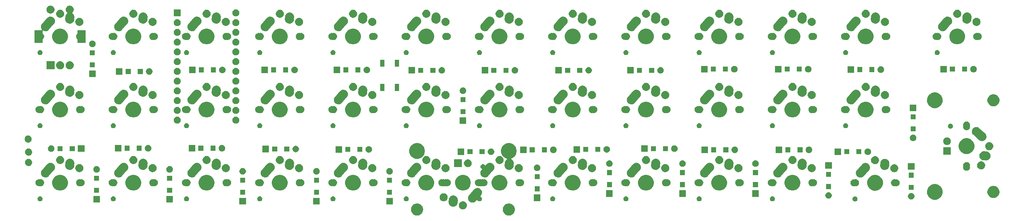
<source format=gbs>
G04 #@! TF.GenerationSoftware,KiCad,Pcbnew,(5.0.1)-3*
G04 #@! TF.CreationDate,2020-01-05T19:02:12+02:00*
G04 #@! TF.ProjectId,Memekeeb,4D656D656B6565622E6B696361645F70,rev?*
G04 #@! TF.SameCoordinates,Original*
G04 #@! TF.FileFunction,Soldermask,Bot*
G04 #@! TF.FilePolarity,Negative*
%FSLAX46Y46*%
G04 Gerber Fmt 4.6, Leading zero omitted, Abs format (unit mm)*
G04 Created by KiCad (PCBNEW (5.0.1)-3) date 01/05/20 19:02:12*
%MOMM*%
%LPD*%
G01*
G04 APERTURE LIST*
%ADD10C,0.100000*%
G04 APERTURE END LIST*
D10*
G36*
X178846106Y-110198025D02*
X179084911Y-110245526D01*
X179152424Y-110273491D01*
X179371541Y-110364252D01*
X179629507Y-110536619D01*
X179848881Y-110755993D01*
X180021248Y-111013959D01*
X180139974Y-111300590D01*
X180200500Y-111604875D01*
X180200500Y-111915125D01*
X180139974Y-112219410D01*
X180021248Y-112506041D01*
X179848881Y-112764007D01*
X179629507Y-112983381D01*
X179371541Y-113155748D01*
X179203637Y-113225296D01*
X179084911Y-113274474D01*
X178932767Y-113304737D01*
X178780625Y-113335000D01*
X178470375Y-113335000D01*
X178318233Y-113304737D01*
X178166089Y-113274474D01*
X178047363Y-113225296D01*
X177879459Y-113155748D01*
X177621493Y-112983381D01*
X177402119Y-112764007D01*
X177229752Y-112506041D01*
X177111026Y-112219410D01*
X177050500Y-111915125D01*
X177050500Y-111604875D01*
X177111026Y-111300590D01*
X177229752Y-111013959D01*
X177402119Y-110755993D01*
X177621493Y-110536619D01*
X177879459Y-110364252D01*
X178098576Y-110273491D01*
X178166089Y-110245526D01*
X178404894Y-110198025D01*
X178470375Y-110185000D01*
X178780625Y-110185000D01*
X178846106Y-110198025D01*
X178846106Y-110198025D01*
G37*
G36*
X154970106Y-110198025D02*
X155208911Y-110245526D01*
X155276424Y-110273491D01*
X155495541Y-110364252D01*
X155753507Y-110536619D01*
X155972881Y-110755993D01*
X156145248Y-111013959D01*
X156263974Y-111300590D01*
X156324500Y-111604875D01*
X156324500Y-111915125D01*
X156263974Y-112219410D01*
X156145248Y-112506041D01*
X155972881Y-112764007D01*
X155753507Y-112983381D01*
X155495541Y-113155748D01*
X155327637Y-113225296D01*
X155208911Y-113274474D01*
X155056767Y-113304737D01*
X154904625Y-113335000D01*
X154594375Y-113335000D01*
X154442233Y-113304737D01*
X154290089Y-113274474D01*
X154171363Y-113225296D01*
X154003459Y-113155748D01*
X153745493Y-112983381D01*
X153526119Y-112764007D01*
X153353752Y-112506041D01*
X153235026Y-112219410D01*
X153174500Y-111915125D01*
X153174500Y-111604875D01*
X153235026Y-111300590D01*
X153353752Y-111013959D01*
X153526119Y-110755993D01*
X153745493Y-110536619D01*
X154003459Y-110364252D01*
X154222576Y-110273491D01*
X154290089Y-110245526D01*
X154528894Y-110198025D01*
X154594375Y-110185000D01*
X154904625Y-110185000D01*
X154970106Y-110198025D01*
X154970106Y-110198025D01*
G37*
G36*
X166994065Y-109664389D02*
X167185334Y-109743615D01*
X167357476Y-109858637D01*
X167503863Y-110005024D01*
X167618885Y-110177166D01*
X167698111Y-110368435D01*
X167738500Y-110571484D01*
X167738500Y-110778516D01*
X167698111Y-110981565D01*
X167618885Y-111172834D01*
X167503863Y-111344976D01*
X167357476Y-111491363D01*
X167185334Y-111606385D01*
X166994065Y-111685611D01*
X166791016Y-111726000D01*
X166583984Y-111726000D01*
X166380935Y-111685611D01*
X166189666Y-111606385D01*
X166017524Y-111491363D01*
X165871137Y-111344976D01*
X165756115Y-111172834D01*
X165676889Y-110981565D01*
X165636500Y-110778516D01*
X165636500Y-110571484D01*
X165676889Y-110368435D01*
X165756115Y-110177166D01*
X165871137Y-110005024D01*
X166017524Y-109858637D01*
X166189666Y-109743615D01*
X166380935Y-109664389D01*
X166583984Y-109624000D01*
X166791016Y-109624000D01*
X166994065Y-109664389D01*
X166994065Y-109664389D01*
G37*
G36*
X164496329Y-108134380D02*
X164712919Y-108216547D01*
X164909318Y-108339389D01*
X165077977Y-108498186D01*
X165212415Y-108686836D01*
X165304200Y-108890827D01*
X165307468Y-108898092D01*
X165359480Y-109123826D01*
X165361469Y-109189890D01*
X165364706Y-109297348D01*
X165323788Y-109897554D01*
X165323500Y-109906032D01*
X165323500Y-109970826D01*
X165316698Y-110005024D01*
X165307676Y-110050377D01*
X165307011Y-110054006D01*
X165288578Y-110163861D01*
X165284963Y-110173389D01*
X165279242Y-110193327D01*
X165278307Y-110198027D01*
X165247029Y-110273539D01*
X165245675Y-110276953D01*
X165206411Y-110380451D01*
X165201074Y-110388983D01*
X165191574Y-110407419D01*
X165189658Y-110412045D01*
X165189656Y-110412048D01*
X165143635Y-110480923D01*
X165141596Y-110484077D01*
X165083569Y-110576850D01*
X165076820Y-110584019D01*
X165063905Y-110600248D01*
X165060959Y-110604657D01*
X165001204Y-110664412D01*
X164998646Y-110667047D01*
X164924772Y-110745509D01*
X164917009Y-110751041D01*
X164901177Y-110764439D01*
X164897160Y-110768456D01*
X164897157Y-110768458D01*
X164897156Y-110768459D01*
X164825128Y-110816587D01*
X164822083Y-110818689D01*
X164736123Y-110879947D01*
X164736120Y-110879949D01*
X164727802Y-110883691D01*
X164709649Y-110893747D01*
X164704545Y-110897158D01*
X164622223Y-110931257D01*
X164618800Y-110932736D01*
X164524876Y-110974997D01*
X164524870Y-110974999D01*
X164516416Y-110976947D01*
X164496662Y-110983266D01*
X164490527Y-110985807D01*
X164400467Y-111003721D01*
X164396787Y-111004511D01*
X164299133Y-111027011D01*
X164290978Y-111027257D01*
X164270356Y-111029602D01*
X164263326Y-111031000D01*
X164168560Y-111031000D01*
X164164803Y-111031057D01*
X164067587Y-111033985D01*
X164060059Y-111032722D01*
X164039388Y-111031000D01*
X164031673Y-111031000D01*
X163935796Y-111011929D01*
X163932145Y-111011259D01*
X163839129Y-110995652D01*
X163832498Y-110993136D01*
X163812572Y-110987418D01*
X163804473Y-110985807D01*
X163756296Y-110965852D01*
X163711450Y-110947276D01*
X163707953Y-110945889D01*
X163622539Y-110913485D01*
X163616985Y-110910012D01*
X163598544Y-110900509D01*
X163590455Y-110897158D01*
X163504420Y-110839671D01*
X163501263Y-110837630D01*
X163426140Y-110790643D01*
X163421733Y-110786493D01*
X163405502Y-110773576D01*
X163397844Y-110768459D01*
X163397843Y-110768458D01*
X163397840Y-110768456D01*
X163322912Y-110693528D01*
X163320278Y-110690971D01*
X163257481Y-110631846D01*
X163254220Y-110627270D01*
X163240823Y-110611439D01*
X163234043Y-110604659D01*
X163215460Y-110576847D01*
X163173987Y-110514780D01*
X163171902Y-110511759D01*
X163123043Y-110443197D01*
X163120893Y-110438418D01*
X163110836Y-110420267D01*
X163105342Y-110412045D01*
X163063346Y-110310657D01*
X163061862Y-110307222D01*
X163046685Y-110273491D01*
X163027991Y-110231944D01*
X163026880Y-110227122D01*
X163020558Y-110207358D01*
X163016693Y-110198027D01*
X163014102Y-110185000D01*
X162995061Y-110089275D01*
X162994275Y-110085614D01*
X162975978Y-110006206D01*
X162975835Y-110001454D01*
X162973491Y-109980835D01*
X162971500Y-109970825D01*
X162971500Y-109859359D01*
X162971444Y-109855653D01*
X162970752Y-109832685D01*
X162971212Y-109825934D01*
X162971500Y-109817468D01*
X162971500Y-109739172D01*
X162978495Y-109704004D01*
X162980607Y-109688131D01*
X163018153Y-109137379D01*
X163046880Y-108966171D01*
X163129046Y-108749581D01*
X163251889Y-108553182D01*
X163410686Y-108384523D01*
X163599335Y-108250085D01*
X163810588Y-108155033D01*
X163810590Y-108155033D01*
X163810591Y-108155032D01*
X164036325Y-108103020D01*
X164159287Y-108099317D01*
X164267871Y-108096047D01*
X164496329Y-108134380D01*
X164496329Y-108134380D01*
G37*
G36*
X148451000Y-110451000D02*
X146749000Y-110451000D01*
X146749000Y-108749000D01*
X148451000Y-108749000D01*
X148451000Y-110451000D01*
X148451000Y-110451000D01*
G37*
G36*
X129451000Y-110451000D02*
X127749000Y-110451000D01*
X127749000Y-108749000D01*
X129451000Y-108749000D01*
X129451000Y-110451000D01*
X129451000Y-110451000D01*
G37*
G36*
X110251000Y-110451000D02*
X108549000Y-110451000D01*
X108549000Y-108749000D01*
X110251000Y-108749000D01*
X110251000Y-110451000D01*
X110251000Y-110451000D01*
G37*
G36*
X170665022Y-106145245D02*
X170890011Y-106200404D01*
X171099916Y-106298396D01*
X171286671Y-106435455D01*
X171443097Y-106606315D01*
X171443098Y-106606317D01*
X171443100Y-106606319D01*
X171517222Y-106728589D01*
X171563186Y-106804409D01*
X171642321Y-107022125D01*
X171677460Y-107251096D01*
X171667255Y-107482522D01*
X171612096Y-107707512D01*
X171514104Y-107917417D01*
X171411391Y-108057372D01*
X171342295Y-108134381D01*
X171275125Y-108209243D01*
X171260627Y-108228998D01*
X171250261Y-108251202D01*
X171244426Y-108275001D01*
X171243347Y-108299482D01*
X171247064Y-108323703D01*
X171255435Y-108346733D01*
X171268138Y-108367687D01*
X171284685Y-108385761D01*
X171298717Y-108396655D01*
X171407489Y-108469335D01*
X171498162Y-108560008D01*
X171569411Y-108666639D01*
X171618483Y-108785110D01*
X171643500Y-108910881D01*
X171643500Y-109039119D01*
X171618483Y-109164890D01*
X171569411Y-109283361D01*
X171569409Y-109283364D01*
X171552705Y-109308364D01*
X171498162Y-109389992D01*
X171407492Y-109480662D01*
X171407489Y-109480664D01*
X171407488Y-109480665D01*
X171370077Y-109505662D01*
X171300861Y-109551911D01*
X171182390Y-109600983D01*
X171056619Y-109626000D01*
X170928381Y-109626000D01*
X170802610Y-109600983D01*
X170684139Y-109551911D01*
X170614923Y-109505662D01*
X170577512Y-109480665D01*
X170577511Y-109480664D01*
X170577508Y-109480662D01*
X170486835Y-109389989D01*
X170460554Y-109350657D01*
X170445009Y-109331715D01*
X170426067Y-109316170D01*
X170404456Y-109304619D01*
X170381007Y-109297506D01*
X170356620Y-109295104D01*
X170332234Y-109297506D01*
X170308785Y-109304619D01*
X170287174Y-109316171D01*
X170263586Y-109336622D01*
X170124658Y-109491460D01*
X170113767Y-109505488D01*
X170100959Y-109524657D01*
X170044109Y-109581507D01*
X170039461Y-109586413D01*
X170024239Y-109603378D01*
X170002566Y-109623220D01*
X169998607Y-109627009D01*
X169937159Y-109688457D01*
X169923435Y-109697627D01*
X169908472Y-109709365D01*
X169896194Y-109720606D01*
X169821462Y-109765910D01*
X169816816Y-109768868D01*
X169744545Y-109817158D01*
X169729287Y-109823478D01*
X169712346Y-109832059D01*
X169698101Y-109840694D01*
X169615948Y-109870555D01*
X169610894Y-109872518D01*
X169530527Y-109905807D01*
X169530526Y-109905807D01*
X169530524Y-109905808D01*
X169519340Y-109908032D01*
X169514331Y-109909029D01*
X169496026Y-109914143D01*
X169480385Y-109919828D01*
X169480381Y-109919829D01*
X169480380Y-109919829D01*
X169394051Y-109933078D01*
X169388627Y-109934033D01*
X169303327Y-109951000D01*
X169286800Y-109951000D01*
X169267855Y-109952445D01*
X169251414Y-109954968D01*
X169164140Y-109951120D01*
X169158700Y-109951000D01*
X169071672Y-109951000D01*
X169055453Y-109947774D01*
X169036595Y-109945495D01*
X169019989Y-109944763D01*
X168935193Y-109923974D01*
X168929868Y-109922793D01*
X168844473Y-109905807D01*
X168829179Y-109899472D01*
X168811120Y-109893556D01*
X168794999Y-109889604D01*
X168715968Y-109852709D01*
X168710957Y-109850503D01*
X168630455Y-109817158D01*
X168616676Y-109807951D01*
X168600114Y-109798624D01*
X168585094Y-109791612D01*
X168550073Y-109765910D01*
X168514843Y-109740055D01*
X168510332Y-109736894D01*
X168437841Y-109688457D01*
X168426118Y-109676734D01*
X168411687Y-109664349D01*
X168398345Y-109654557D01*
X168398344Y-109654556D01*
X168398340Y-109654553D01*
X168339510Y-109590295D01*
X168335724Y-109586340D01*
X168274041Y-109524657D01*
X168264818Y-109510854D01*
X168253082Y-109495894D01*
X168241916Y-109483697D01*
X168241915Y-109483695D01*
X168241913Y-109483693D01*
X168196777Y-109409238D01*
X168193839Y-109404625D01*
X168145342Y-109332045D01*
X168138983Y-109316693D01*
X168130400Y-109299745D01*
X168121824Y-109285599D01*
X168092102Y-109203826D01*
X168090131Y-109198754D01*
X168056693Y-109118027D01*
X168053449Y-109101717D01*
X168048332Y-109083405D01*
X168042689Y-109067880D01*
X168029502Y-108981954D01*
X168028547Y-108976530D01*
X168011500Y-108890827D01*
X168011500Y-108874180D01*
X168010053Y-108855219D01*
X168007551Y-108838917D01*
X168007550Y-108838912D01*
X168011380Y-108752046D01*
X168011500Y-108746606D01*
X168011500Y-108659173D01*
X168014749Y-108642839D01*
X168017028Y-108623980D01*
X168017755Y-108607487D01*
X168038455Y-108523055D01*
X168039632Y-108517747D01*
X168043523Y-108498187D01*
X168056693Y-108431973D01*
X168063071Y-108416576D01*
X168068987Y-108398516D01*
X168072914Y-108382497D01*
X168109660Y-108303785D01*
X168111867Y-108298772D01*
X168131571Y-108251202D01*
X168145342Y-108217955D01*
X168154606Y-108204091D01*
X168163935Y-108187525D01*
X168170906Y-108172592D01*
X168222290Y-108102577D01*
X168225437Y-108098085D01*
X168274043Y-108025341D01*
X168331227Y-107968157D01*
X168335878Y-107963248D01*
X169660766Y-106486634D01*
X169788815Y-106369402D01*
X169866820Y-106322114D01*
X169986908Y-106249314D01*
X170204624Y-106170179D01*
X170433595Y-106135040D01*
X170665022Y-106145245D01*
X170665022Y-106145245D01*
G37*
G36*
X91251000Y-109951000D02*
X89549000Y-109951000D01*
X89549000Y-108249000D01*
X91251000Y-108249000D01*
X91251000Y-109951000D01*
X91251000Y-109951000D01*
G37*
G36*
X72251000Y-109951000D02*
X70549000Y-109951000D01*
X70549000Y-108249000D01*
X72251000Y-108249000D01*
X72251000Y-109951000D01*
X72251000Y-109951000D01*
G37*
G36*
X268869890Y-108374017D02*
X268988361Y-108423089D01*
X268988364Y-108423091D01*
X269090820Y-108491550D01*
X269094992Y-108494338D01*
X269185662Y-108585008D01*
X269185664Y-108585011D01*
X269185665Y-108585012D01*
X269248141Y-108678514D01*
X269256911Y-108691639D01*
X269305983Y-108810110D01*
X269331000Y-108935881D01*
X269331000Y-109064119D01*
X269305983Y-109189890D01*
X269256911Y-109308361D01*
X269256909Y-109308364D01*
X269189484Y-109409273D01*
X269185662Y-109414992D01*
X269094992Y-109505662D01*
X269094989Y-109505664D01*
X269094988Y-109505665D01*
X269027139Y-109551000D01*
X268988361Y-109576911D01*
X268869890Y-109625983D01*
X268744119Y-109651000D01*
X268615881Y-109651000D01*
X268490110Y-109625983D01*
X268371639Y-109576911D01*
X268332861Y-109551000D01*
X268265012Y-109505665D01*
X268265011Y-109505664D01*
X268265008Y-109505662D01*
X268174338Y-109414992D01*
X268170517Y-109409273D01*
X268103091Y-109308364D01*
X268103089Y-109308361D01*
X268054017Y-109189890D01*
X268029000Y-109064119D01*
X268029000Y-108935881D01*
X268054017Y-108810110D01*
X268103089Y-108691639D01*
X268111859Y-108678514D01*
X268174335Y-108585012D01*
X268174336Y-108585011D01*
X268174338Y-108585008D01*
X268265008Y-108494338D01*
X268269181Y-108491550D01*
X268371636Y-108423091D01*
X268371639Y-108423089D01*
X268490110Y-108374017D01*
X268615881Y-108349000D01*
X268744119Y-108349000D01*
X268869890Y-108374017D01*
X268869890Y-108374017D01*
G37*
G36*
X56882390Y-108349017D02*
X57000861Y-108398089D01*
X57000864Y-108398091D01*
X57080048Y-108451000D01*
X57107492Y-108469338D01*
X57198162Y-108560008D01*
X57269411Y-108666639D01*
X57318483Y-108785110D01*
X57343500Y-108910881D01*
X57343500Y-109039119D01*
X57318483Y-109164890D01*
X57269411Y-109283361D01*
X57269409Y-109283364D01*
X57252705Y-109308364D01*
X57198162Y-109389992D01*
X57107492Y-109480662D01*
X57107489Y-109480664D01*
X57107488Y-109480665D01*
X57070077Y-109505662D01*
X57000861Y-109551911D01*
X56882390Y-109600983D01*
X56756619Y-109626000D01*
X56628381Y-109626000D01*
X56502610Y-109600983D01*
X56384139Y-109551911D01*
X56314923Y-109505662D01*
X56277512Y-109480665D01*
X56277511Y-109480664D01*
X56277508Y-109480662D01*
X56186838Y-109389992D01*
X56132296Y-109308364D01*
X56115591Y-109283364D01*
X56115589Y-109283361D01*
X56066517Y-109164890D01*
X56041500Y-109039119D01*
X56041500Y-108910881D01*
X56066517Y-108785110D01*
X56115589Y-108666639D01*
X56186838Y-108560008D01*
X56277508Y-108469338D01*
X56304953Y-108451000D01*
X56384136Y-108398091D01*
X56384139Y-108398089D01*
X56502610Y-108349017D01*
X56628381Y-108324000D01*
X56756619Y-108324000D01*
X56882390Y-108349017D01*
X56882390Y-108349017D01*
G37*
G36*
X247382390Y-108349017D02*
X247500861Y-108398089D01*
X247500864Y-108398091D01*
X247580048Y-108451000D01*
X247607492Y-108469338D01*
X247698162Y-108560008D01*
X247769411Y-108666639D01*
X247818483Y-108785110D01*
X247843500Y-108910881D01*
X247843500Y-109039119D01*
X247818483Y-109164890D01*
X247769411Y-109283361D01*
X247769409Y-109283364D01*
X247752705Y-109308364D01*
X247698162Y-109389992D01*
X247607492Y-109480662D01*
X247607489Y-109480664D01*
X247607488Y-109480665D01*
X247570077Y-109505662D01*
X247500861Y-109551911D01*
X247382390Y-109600983D01*
X247256619Y-109626000D01*
X247128381Y-109626000D01*
X247002610Y-109600983D01*
X246884139Y-109551911D01*
X246814923Y-109505662D01*
X246777512Y-109480665D01*
X246777511Y-109480664D01*
X246777508Y-109480662D01*
X246686838Y-109389992D01*
X246632296Y-109308364D01*
X246615591Y-109283364D01*
X246615589Y-109283361D01*
X246566517Y-109164890D01*
X246541500Y-109039119D01*
X246541500Y-108910881D01*
X246566517Y-108785110D01*
X246615589Y-108666639D01*
X246686838Y-108560008D01*
X246777508Y-108469338D01*
X246804953Y-108451000D01*
X246884136Y-108398091D01*
X246884139Y-108398089D01*
X247002610Y-108349017D01*
X247128381Y-108324000D01*
X247256619Y-108324000D01*
X247382390Y-108349017D01*
X247382390Y-108349017D01*
G37*
G36*
X114032390Y-108349017D02*
X114150861Y-108398089D01*
X114150864Y-108398091D01*
X114230048Y-108451000D01*
X114257492Y-108469338D01*
X114348162Y-108560008D01*
X114419411Y-108666639D01*
X114468483Y-108785110D01*
X114493500Y-108910881D01*
X114493500Y-109039119D01*
X114468483Y-109164890D01*
X114419411Y-109283361D01*
X114419409Y-109283364D01*
X114402705Y-109308364D01*
X114348162Y-109389992D01*
X114257492Y-109480662D01*
X114257489Y-109480664D01*
X114257488Y-109480665D01*
X114220077Y-109505662D01*
X114150861Y-109551911D01*
X114032390Y-109600983D01*
X113906619Y-109626000D01*
X113778381Y-109626000D01*
X113652610Y-109600983D01*
X113534139Y-109551911D01*
X113464923Y-109505662D01*
X113427512Y-109480665D01*
X113427511Y-109480664D01*
X113427508Y-109480662D01*
X113336838Y-109389992D01*
X113282296Y-109308364D01*
X113265591Y-109283364D01*
X113265589Y-109283361D01*
X113216517Y-109164890D01*
X113191500Y-109039119D01*
X113191500Y-108910881D01*
X113216517Y-108785110D01*
X113265589Y-108666639D01*
X113336838Y-108560008D01*
X113427508Y-108469338D01*
X113454953Y-108451000D01*
X113534136Y-108398091D01*
X113534139Y-108398089D01*
X113652610Y-108349017D01*
X113778381Y-108324000D01*
X113906619Y-108324000D01*
X114032390Y-108349017D01*
X114032390Y-108349017D01*
G37*
G36*
X75932390Y-108349017D02*
X76050861Y-108398089D01*
X76050864Y-108398091D01*
X76130048Y-108451000D01*
X76157492Y-108469338D01*
X76248162Y-108560008D01*
X76319411Y-108666639D01*
X76368483Y-108785110D01*
X76393500Y-108910881D01*
X76393500Y-109039119D01*
X76368483Y-109164890D01*
X76319411Y-109283361D01*
X76319409Y-109283364D01*
X76302705Y-109308364D01*
X76248162Y-109389992D01*
X76157492Y-109480662D01*
X76157489Y-109480664D01*
X76157488Y-109480665D01*
X76120077Y-109505662D01*
X76050861Y-109551911D01*
X75932390Y-109600983D01*
X75806619Y-109626000D01*
X75678381Y-109626000D01*
X75552610Y-109600983D01*
X75434139Y-109551911D01*
X75364923Y-109505662D01*
X75327512Y-109480665D01*
X75327511Y-109480664D01*
X75327508Y-109480662D01*
X75236838Y-109389992D01*
X75182296Y-109308364D01*
X75165591Y-109283364D01*
X75165589Y-109283361D01*
X75116517Y-109164890D01*
X75091500Y-109039119D01*
X75091500Y-108910881D01*
X75116517Y-108785110D01*
X75165589Y-108666639D01*
X75236838Y-108560008D01*
X75327508Y-108469338D01*
X75354953Y-108451000D01*
X75434136Y-108398091D01*
X75434139Y-108398089D01*
X75552610Y-108349017D01*
X75678381Y-108324000D01*
X75806619Y-108324000D01*
X75932390Y-108349017D01*
X75932390Y-108349017D01*
G37*
G36*
X133082390Y-108349017D02*
X133200861Y-108398089D01*
X133200864Y-108398091D01*
X133280048Y-108451000D01*
X133307492Y-108469338D01*
X133398162Y-108560008D01*
X133469411Y-108666639D01*
X133518483Y-108785110D01*
X133543500Y-108910881D01*
X133543500Y-109039119D01*
X133518483Y-109164890D01*
X133469411Y-109283361D01*
X133469409Y-109283364D01*
X133452705Y-109308364D01*
X133398162Y-109389992D01*
X133307492Y-109480662D01*
X133307489Y-109480664D01*
X133307488Y-109480665D01*
X133270077Y-109505662D01*
X133200861Y-109551911D01*
X133082390Y-109600983D01*
X132956619Y-109626000D01*
X132828381Y-109626000D01*
X132702610Y-109600983D01*
X132584139Y-109551911D01*
X132514923Y-109505662D01*
X132477512Y-109480665D01*
X132477511Y-109480664D01*
X132477508Y-109480662D01*
X132386838Y-109389992D01*
X132332296Y-109308364D01*
X132315591Y-109283364D01*
X132315589Y-109283361D01*
X132266517Y-109164890D01*
X132241500Y-109039119D01*
X132241500Y-108910881D01*
X132266517Y-108785110D01*
X132315589Y-108666639D01*
X132386838Y-108560008D01*
X132477508Y-108469338D01*
X132504953Y-108451000D01*
X132584136Y-108398091D01*
X132584139Y-108398089D01*
X132702610Y-108349017D01*
X132828381Y-108324000D01*
X132956619Y-108324000D01*
X133082390Y-108349017D01*
X133082390Y-108349017D01*
G37*
G36*
X152132390Y-108349017D02*
X152250861Y-108398089D01*
X152250864Y-108398091D01*
X152330048Y-108451000D01*
X152357492Y-108469338D01*
X152448162Y-108560008D01*
X152519411Y-108666639D01*
X152568483Y-108785110D01*
X152593500Y-108910881D01*
X152593500Y-109039119D01*
X152568483Y-109164890D01*
X152519411Y-109283361D01*
X152519409Y-109283364D01*
X152502705Y-109308364D01*
X152448162Y-109389992D01*
X152357492Y-109480662D01*
X152357489Y-109480664D01*
X152357488Y-109480665D01*
X152320077Y-109505662D01*
X152250861Y-109551911D01*
X152132390Y-109600983D01*
X152006619Y-109626000D01*
X151878381Y-109626000D01*
X151752610Y-109600983D01*
X151634139Y-109551911D01*
X151564923Y-109505662D01*
X151527512Y-109480665D01*
X151527511Y-109480664D01*
X151527508Y-109480662D01*
X151436838Y-109389992D01*
X151382296Y-109308364D01*
X151365591Y-109283364D01*
X151365589Y-109283361D01*
X151316517Y-109164890D01*
X151291500Y-109039119D01*
X151291500Y-108910881D01*
X151316517Y-108785110D01*
X151365589Y-108666639D01*
X151436838Y-108560008D01*
X151527508Y-108469338D01*
X151554953Y-108451000D01*
X151634136Y-108398091D01*
X151634139Y-108398089D01*
X151752610Y-108349017D01*
X151878381Y-108324000D01*
X152006619Y-108324000D01*
X152132390Y-108349017D01*
X152132390Y-108349017D01*
G37*
G36*
X228332390Y-108349017D02*
X228450861Y-108398089D01*
X228450864Y-108398091D01*
X228530048Y-108451000D01*
X228557492Y-108469338D01*
X228648162Y-108560008D01*
X228719411Y-108666639D01*
X228768483Y-108785110D01*
X228793500Y-108910881D01*
X228793500Y-109039119D01*
X228768483Y-109164890D01*
X228719411Y-109283361D01*
X228719409Y-109283364D01*
X228702705Y-109308364D01*
X228648162Y-109389992D01*
X228557492Y-109480662D01*
X228557489Y-109480664D01*
X228557488Y-109480665D01*
X228520077Y-109505662D01*
X228450861Y-109551911D01*
X228332390Y-109600983D01*
X228206619Y-109626000D01*
X228078381Y-109626000D01*
X227952610Y-109600983D01*
X227834139Y-109551911D01*
X227764923Y-109505662D01*
X227727512Y-109480665D01*
X227727511Y-109480664D01*
X227727508Y-109480662D01*
X227636838Y-109389992D01*
X227582296Y-109308364D01*
X227565591Y-109283364D01*
X227565589Y-109283361D01*
X227516517Y-109164890D01*
X227491500Y-109039119D01*
X227491500Y-108910881D01*
X227516517Y-108785110D01*
X227565589Y-108666639D01*
X227636838Y-108560008D01*
X227727508Y-108469338D01*
X227754953Y-108451000D01*
X227834136Y-108398091D01*
X227834139Y-108398089D01*
X227952610Y-108349017D01*
X228078381Y-108324000D01*
X228206619Y-108324000D01*
X228332390Y-108349017D01*
X228332390Y-108349017D01*
G37*
G36*
X209282390Y-108349017D02*
X209400861Y-108398089D01*
X209400864Y-108398091D01*
X209480048Y-108451000D01*
X209507492Y-108469338D01*
X209598162Y-108560008D01*
X209669411Y-108666639D01*
X209718483Y-108785110D01*
X209743500Y-108910881D01*
X209743500Y-109039119D01*
X209718483Y-109164890D01*
X209669411Y-109283361D01*
X209669409Y-109283364D01*
X209652705Y-109308364D01*
X209598162Y-109389992D01*
X209507492Y-109480662D01*
X209507489Y-109480664D01*
X209507488Y-109480665D01*
X209470077Y-109505662D01*
X209400861Y-109551911D01*
X209282390Y-109600983D01*
X209156619Y-109626000D01*
X209028381Y-109626000D01*
X208902610Y-109600983D01*
X208784139Y-109551911D01*
X208714923Y-109505662D01*
X208677512Y-109480665D01*
X208677511Y-109480664D01*
X208677508Y-109480662D01*
X208586838Y-109389992D01*
X208532296Y-109308364D01*
X208515591Y-109283364D01*
X208515589Y-109283361D01*
X208466517Y-109164890D01*
X208441500Y-109039119D01*
X208441500Y-108910881D01*
X208466517Y-108785110D01*
X208515589Y-108666639D01*
X208586838Y-108560008D01*
X208677508Y-108469338D01*
X208704953Y-108451000D01*
X208784136Y-108398091D01*
X208784139Y-108398089D01*
X208902610Y-108349017D01*
X209028381Y-108324000D01*
X209156619Y-108324000D01*
X209282390Y-108349017D01*
X209282390Y-108349017D01*
G37*
G36*
X94982390Y-108349017D02*
X95100861Y-108398089D01*
X95100864Y-108398091D01*
X95180048Y-108451000D01*
X95207492Y-108469338D01*
X95298162Y-108560008D01*
X95369411Y-108666639D01*
X95418483Y-108785110D01*
X95443500Y-108910881D01*
X95443500Y-109039119D01*
X95418483Y-109164890D01*
X95369411Y-109283361D01*
X95369409Y-109283364D01*
X95352705Y-109308364D01*
X95298162Y-109389992D01*
X95207492Y-109480662D01*
X95207489Y-109480664D01*
X95207488Y-109480665D01*
X95170077Y-109505662D01*
X95100861Y-109551911D01*
X94982390Y-109600983D01*
X94856619Y-109626000D01*
X94728381Y-109626000D01*
X94602610Y-109600983D01*
X94484139Y-109551911D01*
X94414923Y-109505662D01*
X94377512Y-109480665D01*
X94377511Y-109480664D01*
X94377508Y-109480662D01*
X94286838Y-109389992D01*
X94232296Y-109308364D01*
X94215591Y-109283364D01*
X94215589Y-109283361D01*
X94166517Y-109164890D01*
X94141500Y-109039119D01*
X94141500Y-108910881D01*
X94166517Y-108785110D01*
X94215589Y-108666639D01*
X94286838Y-108560008D01*
X94377508Y-108469338D01*
X94404953Y-108451000D01*
X94484136Y-108398091D01*
X94484139Y-108398089D01*
X94602610Y-108349017D01*
X94728381Y-108324000D01*
X94856619Y-108324000D01*
X94982390Y-108349017D01*
X94982390Y-108349017D01*
G37*
G36*
X190232390Y-108349017D02*
X190350861Y-108398089D01*
X190350864Y-108398091D01*
X190430048Y-108451000D01*
X190457492Y-108469338D01*
X190548162Y-108560008D01*
X190619411Y-108666639D01*
X190668483Y-108785110D01*
X190693500Y-108910881D01*
X190693500Y-109039119D01*
X190668483Y-109164890D01*
X190619411Y-109283361D01*
X190619409Y-109283364D01*
X190602705Y-109308364D01*
X190548162Y-109389992D01*
X190457492Y-109480662D01*
X190457489Y-109480664D01*
X190457488Y-109480665D01*
X190420077Y-109505662D01*
X190350861Y-109551911D01*
X190232390Y-109600983D01*
X190106619Y-109626000D01*
X189978381Y-109626000D01*
X189852610Y-109600983D01*
X189734139Y-109551911D01*
X189664923Y-109505662D01*
X189627512Y-109480665D01*
X189627511Y-109480664D01*
X189627508Y-109480662D01*
X189536838Y-109389992D01*
X189482296Y-109308364D01*
X189465591Y-109283364D01*
X189465589Y-109283361D01*
X189416517Y-109164890D01*
X189391500Y-109039119D01*
X189391500Y-108910881D01*
X189416517Y-108785110D01*
X189465589Y-108666639D01*
X189536838Y-108560008D01*
X189627508Y-108469338D01*
X189654953Y-108451000D01*
X189734136Y-108398091D01*
X189734139Y-108398089D01*
X189852610Y-108349017D01*
X189978381Y-108324000D01*
X190106619Y-108324000D01*
X190232390Y-108349017D01*
X190232390Y-108349017D01*
G37*
G36*
X161994065Y-107564389D02*
X162185334Y-107643615D01*
X162357476Y-107758637D01*
X162503863Y-107905024D01*
X162618885Y-108077166D01*
X162698111Y-108268435D01*
X162738500Y-108471484D01*
X162738500Y-108678516D01*
X162698111Y-108881565D01*
X162618885Y-109072834D01*
X162503863Y-109244976D01*
X162357476Y-109391363D01*
X162185334Y-109506385D01*
X161994065Y-109585611D01*
X161791016Y-109626000D01*
X161583984Y-109626000D01*
X161380935Y-109585611D01*
X161189666Y-109506385D01*
X161017524Y-109391363D01*
X160871137Y-109244976D01*
X160756115Y-109072834D01*
X160676889Y-108881565D01*
X160636500Y-108678516D01*
X160636500Y-108471484D01*
X160676889Y-108268435D01*
X160756115Y-108077166D01*
X160871137Y-107905024D01*
X161017524Y-107758637D01*
X161189666Y-107643615D01*
X161380935Y-107564389D01*
X161583984Y-107524000D01*
X161791016Y-107524000D01*
X161994065Y-107564389D01*
X161994065Y-107564389D01*
G37*
G36*
X186851000Y-109551000D02*
X185149000Y-109551000D01*
X185149000Y-107849000D01*
X186851000Y-107849000D01*
X186851000Y-109551000D01*
X186851000Y-109551000D01*
G37*
G36*
X290041472Y-105221684D02*
X290041474Y-105221685D01*
X290041475Y-105221685D01*
X290413623Y-105375833D01*
X290748548Y-105599623D01*
X291033377Y-105884452D01*
X291257167Y-106219377D01*
X291349363Y-106441959D01*
X291411316Y-106591528D01*
X291489900Y-106986594D01*
X291489900Y-107389406D01*
X291455094Y-107564389D01*
X291411315Y-107784475D01*
X291257167Y-108156623D01*
X291033377Y-108491548D01*
X290748548Y-108776377D01*
X290413623Y-109000167D01*
X290041475Y-109154315D01*
X290041474Y-109154315D01*
X290041472Y-109154316D01*
X289646406Y-109232900D01*
X289243594Y-109232900D01*
X288848528Y-109154316D01*
X288848526Y-109154315D01*
X288848525Y-109154315D01*
X288476377Y-109000167D01*
X288141452Y-108776377D01*
X287856623Y-108491548D01*
X287632833Y-108156623D01*
X287478685Y-107784475D01*
X287434907Y-107564389D01*
X287400100Y-107389406D01*
X287400100Y-106986594D01*
X287478684Y-106591528D01*
X287540637Y-106441959D01*
X287632833Y-106219377D01*
X287856623Y-105884452D01*
X288141452Y-105599623D01*
X288476377Y-105375833D01*
X288848525Y-105221685D01*
X288848526Y-105221685D01*
X288848528Y-105221684D01*
X289243594Y-105143100D01*
X289646406Y-105143100D01*
X290041472Y-105221684D01*
X290041472Y-105221684D01*
G37*
G36*
X283548228Y-107481703D02*
X283703100Y-107545853D01*
X283842481Y-107638985D01*
X283961015Y-107757519D01*
X284054147Y-107896900D01*
X284118297Y-108051772D01*
X284151000Y-108216184D01*
X284151000Y-108383816D01*
X284118297Y-108548228D01*
X284054147Y-108703100D01*
X283961015Y-108842481D01*
X283842481Y-108961015D01*
X283703100Y-109054147D01*
X283548228Y-109118297D01*
X283383816Y-109151000D01*
X283216184Y-109151000D01*
X283051772Y-109118297D01*
X282896900Y-109054147D01*
X282757519Y-108961015D01*
X282638985Y-108842481D01*
X282545853Y-108703100D01*
X282481703Y-108548228D01*
X282449000Y-108383816D01*
X282449000Y-108216184D01*
X282481703Y-108051772D01*
X282545853Y-107896900D01*
X282638985Y-107757519D01*
X282757519Y-107638985D01*
X282896900Y-107545853D01*
X283051772Y-107481703D01*
X283216184Y-107449000D01*
X283383816Y-107449000D01*
X283548228Y-107481703D01*
X283548228Y-107481703D01*
G37*
G36*
X262048228Y-107281703D02*
X262203100Y-107345853D01*
X262342481Y-107438985D01*
X262461015Y-107557519D01*
X262554147Y-107696900D01*
X262618297Y-107851772D01*
X262651000Y-108016184D01*
X262651000Y-108183816D01*
X262618297Y-108348228D01*
X262554147Y-108503100D01*
X262461015Y-108642481D01*
X262342481Y-108761015D01*
X262203100Y-108854147D01*
X262048228Y-108918297D01*
X261883816Y-108951000D01*
X261716184Y-108951000D01*
X261551772Y-108918297D01*
X261396900Y-108854147D01*
X261257519Y-108761015D01*
X261138985Y-108642481D01*
X261045853Y-108503100D01*
X260981703Y-108348228D01*
X260949000Y-108183816D01*
X260949000Y-108016184D01*
X260981703Y-107851772D01*
X261045853Y-107696900D01*
X261138985Y-107557519D01*
X261257519Y-107438985D01*
X261396900Y-107345853D01*
X261551772Y-107281703D01*
X261716184Y-107249000D01*
X261883816Y-107249000D01*
X262048228Y-107281703D01*
X262048228Y-107281703D01*
G37*
G36*
X304982776Y-105641375D02*
X305144411Y-105673526D01*
X305263137Y-105722704D01*
X305431041Y-105792252D01*
X305689007Y-105964619D01*
X305908381Y-106183993D01*
X306080748Y-106441959D01*
X306140894Y-106587166D01*
X306199474Y-106728589D01*
X306229737Y-106880733D01*
X306260000Y-107032875D01*
X306260000Y-107343125D01*
X306199474Y-107647410D01*
X306080748Y-107934041D01*
X305908381Y-108192007D01*
X305689007Y-108411381D01*
X305431041Y-108583748D01*
X305289246Y-108642481D01*
X305144411Y-108702474D01*
X305035221Y-108724193D01*
X304840125Y-108763000D01*
X304529875Y-108763000D01*
X304334779Y-108724193D01*
X304225589Y-108702474D01*
X304080754Y-108642481D01*
X303938959Y-108583748D01*
X303680993Y-108411381D01*
X303461619Y-108192007D01*
X303289252Y-107934041D01*
X303170526Y-107647410D01*
X303110000Y-107343125D01*
X303110000Y-107032875D01*
X303140263Y-106880733D01*
X303170526Y-106728589D01*
X303229106Y-106587166D01*
X303289252Y-106441959D01*
X303461619Y-106183993D01*
X303680993Y-105964619D01*
X303938959Y-105792252D01*
X304106863Y-105722704D01*
X304225589Y-105673526D01*
X304387224Y-105641375D01*
X304529875Y-105613000D01*
X304840125Y-105613000D01*
X304982776Y-105641375D01*
X304982776Y-105641375D01*
G37*
G36*
X224651000Y-108451000D02*
X222949000Y-108451000D01*
X222949000Y-106749000D01*
X224651000Y-106749000D01*
X224651000Y-108451000D01*
X224651000Y-108451000D01*
G37*
G36*
X243651000Y-108451000D02*
X241949000Y-108451000D01*
X241949000Y-106749000D01*
X243651000Y-106749000D01*
X243651000Y-108451000D01*
X243651000Y-108451000D01*
G37*
G36*
X205651000Y-108451000D02*
X203949000Y-108451000D01*
X203949000Y-106749000D01*
X205651000Y-106749000D01*
X205651000Y-108451000D01*
X205651000Y-108451000D01*
G37*
G36*
X148251000Y-107926000D02*
X146949000Y-107926000D01*
X146949000Y-106624000D01*
X148251000Y-106624000D01*
X148251000Y-107926000D01*
X148251000Y-107926000D01*
G37*
G36*
X110051000Y-107926000D02*
X108749000Y-107926000D01*
X108749000Y-106624000D01*
X110051000Y-106624000D01*
X110051000Y-107926000D01*
X110051000Y-107926000D01*
G37*
G36*
X129251000Y-107926000D02*
X127949000Y-107926000D01*
X127949000Y-106624000D01*
X129251000Y-106624000D01*
X129251000Y-107926000D01*
X129251000Y-107926000D01*
G37*
G36*
X91051000Y-107426000D02*
X89749000Y-107426000D01*
X89749000Y-106124000D01*
X91051000Y-106124000D01*
X91051000Y-107426000D01*
X91051000Y-107426000D01*
G37*
G36*
X72051000Y-107426000D02*
X70749000Y-107426000D01*
X70749000Y-106124000D01*
X72051000Y-106124000D01*
X72051000Y-107426000D01*
X72051000Y-107426000D01*
G37*
G36*
X186651000Y-107026000D02*
X185349000Y-107026000D01*
X185349000Y-105724000D01*
X186651000Y-105724000D01*
X186651000Y-107026000D01*
X186651000Y-107026000D01*
G37*
G36*
X274496472Y-102833684D02*
X274496474Y-102833685D01*
X274496475Y-102833685D01*
X274868623Y-102987833D01*
X275203548Y-103211623D01*
X275488377Y-103496452D01*
X275712167Y-103831377D01*
X275855961Y-104178528D01*
X275866316Y-104203528D01*
X275944900Y-104598594D01*
X275944900Y-105001406D01*
X275870716Y-105374354D01*
X275866315Y-105396475D01*
X275712167Y-105768623D01*
X275488377Y-106103548D01*
X275203548Y-106388377D01*
X274868623Y-106612167D01*
X274496475Y-106766315D01*
X274496474Y-106766315D01*
X274496472Y-106766316D01*
X274101406Y-106844900D01*
X273698594Y-106844900D01*
X273303528Y-106766316D01*
X273303526Y-106766315D01*
X273303525Y-106766315D01*
X272931377Y-106612167D01*
X272596452Y-106388377D01*
X272311623Y-106103548D01*
X272087833Y-105768623D01*
X271933685Y-105396475D01*
X271929285Y-105374354D01*
X271855100Y-105001406D01*
X271855100Y-104598594D01*
X271933684Y-104203528D01*
X271944039Y-104178528D01*
X272087833Y-103831377D01*
X272311623Y-103496452D01*
X272596452Y-103211623D01*
X272931377Y-102987833D01*
X273303525Y-102833685D01*
X273303526Y-102833685D01*
X273303528Y-102833684D01*
X273698594Y-102755100D01*
X274101406Y-102755100D01*
X274496472Y-102833684D01*
X274496472Y-102833684D01*
G37*
G36*
X214908972Y-102808684D02*
X214908974Y-102808685D01*
X214908975Y-102808685D01*
X215281123Y-102962833D01*
X215616048Y-103186623D01*
X215900877Y-103471452D01*
X216124667Y-103806377D01*
X216246350Y-104100147D01*
X216278816Y-104178528D01*
X216357400Y-104573594D01*
X216357400Y-104976406D01*
X216283216Y-105349354D01*
X216278815Y-105371475D01*
X216124667Y-105743623D01*
X215900877Y-106078548D01*
X215616048Y-106363377D01*
X215281123Y-106587167D01*
X214908975Y-106741315D01*
X214908974Y-106741315D01*
X214908972Y-106741316D01*
X214513906Y-106819900D01*
X214111094Y-106819900D01*
X213716028Y-106741316D01*
X213716026Y-106741315D01*
X213716025Y-106741315D01*
X213343877Y-106587167D01*
X213008952Y-106363377D01*
X212724123Y-106078548D01*
X212500333Y-105743623D01*
X212346185Y-105371475D01*
X212341785Y-105349354D01*
X212267600Y-104976406D01*
X212267600Y-104573594D01*
X212346184Y-104178528D01*
X212378650Y-104100147D01*
X212500333Y-103806377D01*
X212724123Y-103471452D01*
X213008952Y-103186623D01*
X213343877Y-102962833D01*
X213716025Y-102808685D01*
X213716026Y-102808685D01*
X213716028Y-102808684D01*
X214111094Y-102730100D01*
X214513906Y-102730100D01*
X214908972Y-102808684D01*
X214908972Y-102808684D01*
G37*
G36*
X157758972Y-102808684D02*
X157758974Y-102808685D01*
X157758975Y-102808685D01*
X158131123Y-102962833D01*
X158466048Y-103186623D01*
X158750877Y-103471452D01*
X158974667Y-103806377D01*
X159096350Y-104100147D01*
X159128816Y-104178528D01*
X159207400Y-104573594D01*
X159207400Y-104976406D01*
X159133216Y-105349354D01*
X159128815Y-105371475D01*
X158974667Y-105743623D01*
X158750877Y-106078548D01*
X158466048Y-106363377D01*
X158131123Y-106587167D01*
X157758975Y-106741315D01*
X157758974Y-106741315D01*
X157758972Y-106741316D01*
X157363906Y-106819900D01*
X156961094Y-106819900D01*
X156566028Y-106741316D01*
X156566026Y-106741315D01*
X156566025Y-106741315D01*
X156193877Y-106587167D01*
X155858952Y-106363377D01*
X155574123Y-106078548D01*
X155350333Y-105743623D01*
X155196185Y-105371475D01*
X155191785Y-105349354D01*
X155117600Y-104976406D01*
X155117600Y-104573594D01*
X155196184Y-104178528D01*
X155228650Y-104100147D01*
X155350333Y-103806377D01*
X155574123Y-103471452D01*
X155858952Y-103186623D01*
X156193877Y-102962833D01*
X156566025Y-102808685D01*
X156566026Y-102808685D01*
X156566028Y-102808684D01*
X156961094Y-102730100D01*
X157363906Y-102730100D01*
X157758972Y-102808684D01*
X157758972Y-102808684D01*
G37*
G36*
X138708972Y-102808684D02*
X138708974Y-102808685D01*
X138708975Y-102808685D01*
X139081123Y-102962833D01*
X139416048Y-103186623D01*
X139700877Y-103471452D01*
X139924667Y-103806377D01*
X140046350Y-104100147D01*
X140078816Y-104178528D01*
X140157400Y-104573594D01*
X140157400Y-104976406D01*
X140083216Y-105349354D01*
X140078815Y-105371475D01*
X139924667Y-105743623D01*
X139700877Y-106078548D01*
X139416048Y-106363377D01*
X139081123Y-106587167D01*
X138708975Y-106741315D01*
X138708974Y-106741315D01*
X138708972Y-106741316D01*
X138313906Y-106819900D01*
X137911094Y-106819900D01*
X137516028Y-106741316D01*
X137516026Y-106741315D01*
X137516025Y-106741315D01*
X137143877Y-106587167D01*
X136808952Y-106363377D01*
X136524123Y-106078548D01*
X136300333Y-105743623D01*
X136146185Y-105371475D01*
X136141785Y-105349354D01*
X136067600Y-104976406D01*
X136067600Y-104573594D01*
X136146184Y-104178528D01*
X136178650Y-104100147D01*
X136300333Y-103806377D01*
X136524123Y-103471452D01*
X136808952Y-103186623D01*
X137143877Y-102962833D01*
X137516025Y-102808685D01*
X137516026Y-102808685D01*
X137516028Y-102808684D01*
X137911094Y-102730100D01*
X138313906Y-102730100D01*
X138708972Y-102808684D01*
X138708972Y-102808684D01*
G37*
G36*
X119658972Y-102808684D02*
X119658974Y-102808685D01*
X119658975Y-102808685D01*
X120031123Y-102962833D01*
X120366048Y-103186623D01*
X120650877Y-103471452D01*
X120874667Y-103806377D01*
X120996350Y-104100147D01*
X121028816Y-104178528D01*
X121107400Y-104573594D01*
X121107400Y-104976406D01*
X121033216Y-105349354D01*
X121028815Y-105371475D01*
X120874667Y-105743623D01*
X120650877Y-106078548D01*
X120366048Y-106363377D01*
X120031123Y-106587167D01*
X119658975Y-106741315D01*
X119658974Y-106741315D01*
X119658972Y-106741316D01*
X119263906Y-106819900D01*
X118861094Y-106819900D01*
X118466028Y-106741316D01*
X118466026Y-106741315D01*
X118466025Y-106741315D01*
X118093877Y-106587167D01*
X117758952Y-106363377D01*
X117474123Y-106078548D01*
X117250333Y-105743623D01*
X117096185Y-105371475D01*
X117091785Y-105349354D01*
X117017600Y-104976406D01*
X117017600Y-104573594D01*
X117096184Y-104178528D01*
X117128650Y-104100147D01*
X117250333Y-103806377D01*
X117474123Y-103471452D01*
X117758952Y-103186623D01*
X118093877Y-102962833D01*
X118466025Y-102808685D01*
X118466026Y-102808685D01*
X118466028Y-102808684D01*
X118861094Y-102730100D01*
X119263906Y-102730100D01*
X119658972Y-102808684D01*
X119658972Y-102808684D01*
G37*
G36*
X195858972Y-102808684D02*
X195858974Y-102808685D01*
X195858975Y-102808685D01*
X196231123Y-102962833D01*
X196566048Y-103186623D01*
X196850877Y-103471452D01*
X197074667Y-103806377D01*
X197196350Y-104100147D01*
X197228816Y-104178528D01*
X197307400Y-104573594D01*
X197307400Y-104976406D01*
X197233216Y-105349354D01*
X197228815Y-105371475D01*
X197074667Y-105743623D01*
X196850877Y-106078548D01*
X196566048Y-106363377D01*
X196231123Y-106587167D01*
X195858975Y-106741315D01*
X195858974Y-106741315D01*
X195858972Y-106741316D01*
X195463906Y-106819900D01*
X195061094Y-106819900D01*
X194666028Y-106741316D01*
X194666026Y-106741315D01*
X194666025Y-106741315D01*
X194293877Y-106587167D01*
X193958952Y-106363377D01*
X193674123Y-106078548D01*
X193450333Y-105743623D01*
X193296185Y-105371475D01*
X193291785Y-105349354D01*
X193217600Y-104976406D01*
X193217600Y-104573594D01*
X193296184Y-104178528D01*
X193328650Y-104100147D01*
X193450333Y-103806377D01*
X193674123Y-103471452D01*
X193958952Y-103186623D01*
X194293877Y-102962833D01*
X194666025Y-102808685D01*
X194666026Y-102808685D01*
X194666028Y-102808684D01*
X195061094Y-102730100D01*
X195463906Y-102730100D01*
X195858972Y-102808684D01*
X195858972Y-102808684D01*
G37*
G36*
X81558972Y-102808684D02*
X81558974Y-102808685D01*
X81558975Y-102808685D01*
X81931123Y-102962833D01*
X82266048Y-103186623D01*
X82550877Y-103471452D01*
X82774667Y-103806377D01*
X82896350Y-104100147D01*
X82928816Y-104178528D01*
X83007400Y-104573594D01*
X83007400Y-104976406D01*
X82933216Y-105349354D01*
X82928815Y-105371475D01*
X82774667Y-105743623D01*
X82550877Y-106078548D01*
X82266048Y-106363377D01*
X81931123Y-106587167D01*
X81558975Y-106741315D01*
X81558974Y-106741315D01*
X81558972Y-106741316D01*
X81163906Y-106819900D01*
X80761094Y-106819900D01*
X80366028Y-106741316D01*
X80366026Y-106741315D01*
X80366025Y-106741315D01*
X79993877Y-106587167D01*
X79658952Y-106363377D01*
X79374123Y-106078548D01*
X79150333Y-105743623D01*
X78996185Y-105371475D01*
X78991785Y-105349354D01*
X78917600Y-104976406D01*
X78917600Y-104573594D01*
X78996184Y-104178528D01*
X79028650Y-104100147D01*
X79150333Y-103806377D01*
X79374123Y-103471452D01*
X79658952Y-103186623D01*
X79993877Y-102962833D01*
X80366025Y-102808685D01*
X80366026Y-102808685D01*
X80366028Y-102808684D01*
X80761094Y-102730100D01*
X81163906Y-102730100D01*
X81558972Y-102808684D01*
X81558972Y-102808684D01*
G37*
G36*
X176808972Y-102808684D02*
X176808974Y-102808685D01*
X176808975Y-102808685D01*
X177181123Y-102962833D01*
X177516048Y-103186623D01*
X177800877Y-103471452D01*
X178024667Y-103806377D01*
X178146350Y-104100147D01*
X178178816Y-104178528D01*
X178257400Y-104573594D01*
X178257400Y-104976406D01*
X178183216Y-105349354D01*
X178178815Y-105371475D01*
X178024667Y-105743623D01*
X177800877Y-106078548D01*
X177516048Y-106363377D01*
X177181123Y-106587167D01*
X176808975Y-106741315D01*
X176808974Y-106741315D01*
X176808972Y-106741316D01*
X176413906Y-106819900D01*
X176011094Y-106819900D01*
X175616028Y-106741316D01*
X175616026Y-106741315D01*
X175616025Y-106741315D01*
X175243877Y-106587167D01*
X174908952Y-106363377D01*
X174624123Y-106078548D01*
X174400333Y-105743623D01*
X174246185Y-105371475D01*
X174241785Y-105349354D01*
X174167600Y-104976406D01*
X174167600Y-104573594D01*
X174246184Y-104178528D01*
X174278650Y-104100147D01*
X174400333Y-103806377D01*
X174624123Y-103471452D01*
X174908952Y-103186623D01*
X175243877Y-102962833D01*
X175616025Y-102808685D01*
X175616026Y-102808685D01*
X175616028Y-102808684D01*
X176011094Y-102730100D01*
X176413906Y-102730100D01*
X176808972Y-102808684D01*
X176808972Y-102808684D01*
G37*
G36*
X167283972Y-102808684D02*
X167283974Y-102808685D01*
X167283975Y-102808685D01*
X167656123Y-102962833D01*
X167991048Y-103186623D01*
X168275877Y-103471452D01*
X168499667Y-103806377D01*
X168621350Y-104100147D01*
X168653816Y-104178528D01*
X168732400Y-104573594D01*
X168732400Y-104976406D01*
X168658216Y-105349354D01*
X168653815Y-105371475D01*
X168499667Y-105743623D01*
X168275877Y-106078548D01*
X167991048Y-106363377D01*
X167656123Y-106587167D01*
X167283975Y-106741315D01*
X167283974Y-106741315D01*
X167283972Y-106741316D01*
X166888906Y-106819900D01*
X166486094Y-106819900D01*
X166091028Y-106741316D01*
X166091026Y-106741315D01*
X166091025Y-106741315D01*
X165718877Y-106587167D01*
X165383952Y-106363377D01*
X165099123Y-106078548D01*
X164875333Y-105743623D01*
X164721185Y-105371475D01*
X164716785Y-105349354D01*
X164642600Y-104976406D01*
X164642600Y-104573594D01*
X164721184Y-104178528D01*
X164753650Y-104100147D01*
X164875333Y-103806377D01*
X165099123Y-103471452D01*
X165383952Y-103186623D01*
X165718877Y-102962833D01*
X166091025Y-102808685D01*
X166091026Y-102808685D01*
X166091028Y-102808684D01*
X166486094Y-102730100D01*
X166888906Y-102730100D01*
X167283972Y-102808684D01*
X167283972Y-102808684D01*
G37*
G36*
X62508972Y-102808684D02*
X62508974Y-102808685D01*
X62508975Y-102808685D01*
X62881123Y-102962833D01*
X63216048Y-103186623D01*
X63500877Y-103471452D01*
X63724667Y-103806377D01*
X63846350Y-104100147D01*
X63878816Y-104178528D01*
X63957400Y-104573594D01*
X63957400Y-104976406D01*
X63883216Y-105349354D01*
X63878815Y-105371475D01*
X63724667Y-105743623D01*
X63500877Y-106078548D01*
X63216048Y-106363377D01*
X62881123Y-106587167D01*
X62508975Y-106741315D01*
X62508974Y-106741315D01*
X62508972Y-106741316D01*
X62113906Y-106819900D01*
X61711094Y-106819900D01*
X61316028Y-106741316D01*
X61316026Y-106741315D01*
X61316025Y-106741315D01*
X60943877Y-106587167D01*
X60608952Y-106363377D01*
X60324123Y-106078548D01*
X60100333Y-105743623D01*
X59946185Y-105371475D01*
X59941785Y-105349354D01*
X59867600Y-104976406D01*
X59867600Y-104573594D01*
X59946184Y-104178528D01*
X59978650Y-104100147D01*
X60100333Y-103806377D01*
X60324123Y-103471452D01*
X60608952Y-103186623D01*
X60943877Y-102962833D01*
X61316025Y-102808685D01*
X61316026Y-102808685D01*
X61316028Y-102808684D01*
X61711094Y-102730100D01*
X62113906Y-102730100D01*
X62508972Y-102808684D01*
X62508972Y-102808684D01*
G37*
G36*
X233958972Y-102808684D02*
X233958974Y-102808685D01*
X233958975Y-102808685D01*
X234331123Y-102962833D01*
X234666048Y-103186623D01*
X234950877Y-103471452D01*
X235174667Y-103806377D01*
X235296350Y-104100147D01*
X235328816Y-104178528D01*
X235407400Y-104573594D01*
X235407400Y-104976406D01*
X235333216Y-105349354D01*
X235328815Y-105371475D01*
X235174667Y-105743623D01*
X234950877Y-106078548D01*
X234666048Y-106363377D01*
X234331123Y-106587167D01*
X233958975Y-106741315D01*
X233958974Y-106741315D01*
X233958972Y-106741316D01*
X233563906Y-106819900D01*
X233161094Y-106819900D01*
X232766028Y-106741316D01*
X232766026Y-106741315D01*
X232766025Y-106741315D01*
X232393877Y-106587167D01*
X232058952Y-106363377D01*
X231774123Y-106078548D01*
X231550333Y-105743623D01*
X231396185Y-105371475D01*
X231391785Y-105349354D01*
X231317600Y-104976406D01*
X231317600Y-104573594D01*
X231396184Y-104178528D01*
X231428650Y-104100147D01*
X231550333Y-103806377D01*
X231774123Y-103471452D01*
X232058952Y-103186623D01*
X232393877Y-102962833D01*
X232766025Y-102808685D01*
X232766026Y-102808685D01*
X232766028Y-102808684D01*
X233161094Y-102730100D01*
X233563906Y-102730100D01*
X233958972Y-102808684D01*
X233958972Y-102808684D01*
G37*
G36*
X253008972Y-102808684D02*
X253008974Y-102808685D01*
X253008975Y-102808685D01*
X253381123Y-102962833D01*
X253716048Y-103186623D01*
X254000877Y-103471452D01*
X254224667Y-103806377D01*
X254346350Y-104100147D01*
X254378816Y-104178528D01*
X254457400Y-104573594D01*
X254457400Y-104976406D01*
X254383216Y-105349354D01*
X254378815Y-105371475D01*
X254224667Y-105743623D01*
X254000877Y-106078548D01*
X253716048Y-106363377D01*
X253381123Y-106587167D01*
X253008975Y-106741315D01*
X253008974Y-106741315D01*
X253008972Y-106741316D01*
X252613906Y-106819900D01*
X252211094Y-106819900D01*
X251816028Y-106741316D01*
X251816026Y-106741315D01*
X251816025Y-106741315D01*
X251443877Y-106587167D01*
X251108952Y-106363377D01*
X250824123Y-106078548D01*
X250600333Y-105743623D01*
X250446185Y-105371475D01*
X250441785Y-105349354D01*
X250367600Y-104976406D01*
X250367600Y-104573594D01*
X250446184Y-104178528D01*
X250478650Y-104100147D01*
X250600333Y-103806377D01*
X250824123Y-103471452D01*
X251108952Y-103186623D01*
X251443877Y-102962833D01*
X251816025Y-102808685D01*
X251816026Y-102808685D01*
X251816028Y-102808684D01*
X252211094Y-102730100D01*
X252613906Y-102730100D01*
X253008972Y-102808684D01*
X253008972Y-102808684D01*
G37*
G36*
X100608972Y-102808684D02*
X100608974Y-102808685D01*
X100608975Y-102808685D01*
X100981123Y-102962833D01*
X101316048Y-103186623D01*
X101600877Y-103471452D01*
X101824667Y-103806377D01*
X101946350Y-104100147D01*
X101978816Y-104178528D01*
X102057400Y-104573594D01*
X102057400Y-104976406D01*
X101983216Y-105349354D01*
X101978815Y-105371475D01*
X101824667Y-105743623D01*
X101600877Y-106078548D01*
X101316048Y-106363377D01*
X100981123Y-106587167D01*
X100608975Y-106741315D01*
X100608974Y-106741315D01*
X100608972Y-106741316D01*
X100213906Y-106819900D01*
X99811094Y-106819900D01*
X99416028Y-106741316D01*
X99416026Y-106741315D01*
X99416025Y-106741315D01*
X99043877Y-106587167D01*
X98708952Y-106363377D01*
X98424123Y-106078548D01*
X98200333Y-105743623D01*
X98046185Y-105371475D01*
X98041785Y-105349354D01*
X97967600Y-104976406D01*
X97967600Y-104573594D01*
X98046184Y-104178528D01*
X98078650Y-104100147D01*
X98200333Y-103806377D01*
X98424123Y-103471452D01*
X98708952Y-103186623D01*
X99043877Y-102962833D01*
X99416025Y-102808685D01*
X99416026Y-102808685D01*
X99416028Y-102808684D01*
X99811094Y-102730100D01*
X100213906Y-102730100D01*
X100608972Y-102808684D01*
X100608972Y-102808684D01*
G37*
G36*
X283951000Y-106626000D02*
X282649000Y-106626000D01*
X282649000Y-105324000D01*
X283951000Y-105324000D01*
X283951000Y-106626000D01*
X283951000Y-106626000D01*
G37*
G36*
X262451000Y-106426000D02*
X261149000Y-106426000D01*
X261149000Y-105124000D01*
X262451000Y-105124000D01*
X262451000Y-106426000D01*
X262451000Y-106426000D01*
G37*
G36*
X243451000Y-105926000D02*
X242149000Y-105926000D01*
X242149000Y-104624000D01*
X243451000Y-104624000D01*
X243451000Y-105926000D01*
X243451000Y-105926000D01*
G37*
G36*
X224451000Y-105926000D02*
X223149000Y-105926000D01*
X223149000Y-104624000D01*
X224451000Y-104624000D01*
X224451000Y-105926000D01*
X224451000Y-105926000D01*
G37*
G36*
X205451000Y-105926000D02*
X204149000Y-105926000D01*
X204149000Y-104624000D01*
X205451000Y-104624000D01*
X205451000Y-105926000D01*
X205451000Y-105926000D01*
G37*
G36*
X269090104Y-103909585D02*
X269258626Y-103979389D01*
X269410291Y-104080728D01*
X269539272Y-104209709D01*
X269640611Y-104361374D01*
X269710415Y-104529896D01*
X269746000Y-104708797D01*
X269746000Y-104891203D01*
X269710415Y-105070104D01*
X269640611Y-105238626D01*
X269539272Y-105390291D01*
X269410291Y-105519272D01*
X269258626Y-105620611D01*
X269090104Y-105690415D01*
X268911203Y-105726000D01*
X268728797Y-105726000D01*
X268570300Y-105694474D01*
X268545929Y-105692073D01*
X268521550Y-105694474D01*
X268488741Y-105701000D01*
X268311259Y-105701000D01*
X268137188Y-105666376D01*
X267973216Y-105598456D01*
X267825646Y-105499853D01*
X267700147Y-105374354D01*
X267601544Y-105226784D01*
X267533624Y-105062812D01*
X267499000Y-104888741D01*
X267499000Y-104711259D01*
X267533624Y-104537188D01*
X267601544Y-104373216D01*
X267700147Y-104225646D01*
X267825646Y-104100147D01*
X267973216Y-104001544D01*
X268137188Y-103933624D01*
X268311259Y-103899000D01*
X268488741Y-103899000D01*
X268521550Y-103905526D01*
X268545926Y-103907927D01*
X268570300Y-103905526D01*
X268728797Y-103874000D01*
X268911203Y-103874000D01*
X269090104Y-103909585D01*
X269090104Y-103909585D01*
G37*
G36*
X279229700Y-103905526D02*
X279254071Y-103907927D01*
X279278450Y-103905526D01*
X279311259Y-103899000D01*
X279488741Y-103899000D01*
X279662812Y-103933624D01*
X279826784Y-104001544D01*
X279974354Y-104100147D01*
X280099853Y-104225646D01*
X280198456Y-104373216D01*
X280266376Y-104537188D01*
X280301000Y-104711259D01*
X280301000Y-104888741D01*
X280266376Y-105062812D01*
X280198456Y-105226784D01*
X280099853Y-105374354D01*
X279974354Y-105499853D01*
X279826784Y-105598456D01*
X279662812Y-105666376D01*
X279488741Y-105701000D01*
X279311259Y-105701000D01*
X279278450Y-105694474D01*
X279254074Y-105692073D01*
X279229700Y-105694474D01*
X279071203Y-105726000D01*
X278888797Y-105726000D01*
X278709896Y-105690415D01*
X278541374Y-105620611D01*
X278389709Y-105519272D01*
X278260728Y-105390291D01*
X278159389Y-105238626D01*
X278089585Y-105070104D01*
X278054000Y-104891203D01*
X278054000Y-104708797D01*
X278089585Y-104529896D01*
X278159389Y-104361374D01*
X278260728Y-104209709D01*
X278389709Y-104080728D01*
X278541374Y-103979389D01*
X278709896Y-103909585D01*
X278888797Y-103874000D01*
X279071203Y-103874000D01*
X279229700Y-103905526D01*
X279229700Y-103905526D01*
G37*
G36*
X190452604Y-103884585D02*
X190621126Y-103954389D01*
X190772791Y-104055728D01*
X190901772Y-104184709D01*
X191003111Y-104336374D01*
X191072915Y-104504896D01*
X191108500Y-104683797D01*
X191108500Y-104866203D01*
X191072915Y-105045104D01*
X191003111Y-105213626D01*
X190901772Y-105365291D01*
X190772791Y-105494272D01*
X190621126Y-105595611D01*
X190452604Y-105665415D01*
X190273703Y-105701000D01*
X190091297Y-105701000D01*
X189932800Y-105669474D01*
X189908429Y-105667073D01*
X189884050Y-105669474D01*
X189851241Y-105676000D01*
X189673759Y-105676000D01*
X189499688Y-105641376D01*
X189335716Y-105573456D01*
X189188146Y-105474853D01*
X189062647Y-105349354D01*
X188964044Y-105201784D01*
X188896124Y-105037812D01*
X188861500Y-104863741D01*
X188861500Y-104686259D01*
X188896124Y-104512188D01*
X188964044Y-104348216D01*
X189062647Y-104200646D01*
X189188146Y-104075147D01*
X189335716Y-103976544D01*
X189499688Y-103908624D01*
X189673759Y-103874000D01*
X189851241Y-103874000D01*
X189884050Y-103880526D01*
X189908426Y-103882927D01*
X189932800Y-103880526D01*
X190091297Y-103849000D01*
X190273703Y-103849000D01*
X190452604Y-103884585D01*
X190452604Y-103884585D01*
G37*
G36*
X114252604Y-103884585D02*
X114421126Y-103954389D01*
X114572791Y-104055728D01*
X114701772Y-104184709D01*
X114803111Y-104336374D01*
X114872915Y-104504896D01*
X114908500Y-104683797D01*
X114908500Y-104866203D01*
X114872915Y-105045104D01*
X114803111Y-105213626D01*
X114701772Y-105365291D01*
X114572791Y-105494272D01*
X114421126Y-105595611D01*
X114252604Y-105665415D01*
X114073703Y-105701000D01*
X113891297Y-105701000D01*
X113732800Y-105669474D01*
X113708429Y-105667073D01*
X113684050Y-105669474D01*
X113651241Y-105676000D01*
X113473759Y-105676000D01*
X113299688Y-105641376D01*
X113135716Y-105573456D01*
X112988146Y-105474853D01*
X112862647Y-105349354D01*
X112764044Y-105201784D01*
X112696124Y-105037812D01*
X112661500Y-104863741D01*
X112661500Y-104686259D01*
X112696124Y-104512188D01*
X112764044Y-104348216D01*
X112862647Y-104200646D01*
X112988146Y-104075147D01*
X113135716Y-103976544D01*
X113299688Y-103908624D01*
X113473759Y-103874000D01*
X113651241Y-103874000D01*
X113684050Y-103880526D01*
X113708426Y-103882927D01*
X113732800Y-103880526D01*
X113891297Y-103849000D01*
X114073703Y-103849000D01*
X114252604Y-103884585D01*
X114252604Y-103884585D01*
G37*
G36*
X124392200Y-103880526D02*
X124416571Y-103882927D01*
X124440950Y-103880526D01*
X124473759Y-103874000D01*
X124651241Y-103874000D01*
X124825312Y-103908624D01*
X124989284Y-103976544D01*
X125136854Y-104075147D01*
X125262353Y-104200646D01*
X125360956Y-104348216D01*
X125428876Y-104512188D01*
X125463500Y-104686259D01*
X125463500Y-104863741D01*
X125428876Y-105037812D01*
X125360956Y-105201784D01*
X125262353Y-105349354D01*
X125136854Y-105474853D01*
X124989284Y-105573456D01*
X124825312Y-105641376D01*
X124651241Y-105676000D01*
X124473759Y-105676000D01*
X124440950Y-105669474D01*
X124416574Y-105667073D01*
X124392200Y-105669474D01*
X124233703Y-105701000D01*
X124051297Y-105701000D01*
X123872396Y-105665415D01*
X123703874Y-105595611D01*
X123552209Y-105494272D01*
X123423228Y-105365291D01*
X123321889Y-105213626D01*
X123252085Y-105045104D01*
X123216500Y-104866203D01*
X123216500Y-104683797D01*
X123252085Y-104504896D01*
X123321889Y-104336374D01*
X123423228Y-104184709D01*
X123552209Y-104055728D01*
X123703874Y-103954389D01*
X123872396Y-103884585D01*
X124051297Y-103849000D01*
X124233703Y-103849000D01*
X124392200Y-103880526D01*
X124392200Y-103880526D01*
G37*
G36*
X133302604Y-103884585D02*
X133471126Y-103954389D01*
X133622791Y-104055728D01*
X133751772Y-104184709D01*
X133853111Y-104336374D01*
X133922915Y-104504896D01*
X133958500Y-104683797D01*
X133958500Y-104866203D01*
X133922915Y-105045104D01*
X133853111Y-105213626D01*
X133751772Y-105365291D01*
X133622791Y-105494272D01*
X133471126Y-105595611D01*
X133302604Y-105665415D01*
X133123703Y-105701000D01*
X132941297Y-105701000D01*
X132782800Y-105669474D01*
X132758429Y-105667073D01*
X132734050Y-105669474D01*
X132701241Y-105676000D01*
X132523759Y-105676000D01*
X132349688Y-105641376D01*
X132185716Y-105573456D01*
X132038146Y-105474853D01*
X131912647Y-105349354D01*
X131814044Y-105201784D01*
X131746124Y-105037812D01*
X131711500Y-104863741D01*
X131711500Y-104686259D01*
X131746124Y-104512188D01*
X131814044Y-104348216D01*
X131912647Y-104200646D01*
X132038146Y-104075147D01*
X132185716Y-103976544D01*
X132349688Y-103908624D01*
X132523759Y-103874000D01*
X132701241Y-103874000D01*
X132734050Y-103880526D01*
X132758426Y-103882927D01*
X132782800Y-103880526D01*
X132941297Y-103849000D01*
X133123703Y-103849000D01*
X133302604Y-103884585D01*
X133302604Y-103884585D01*
G37*
G36*
X161877604Y-103884585D02*
X161877610Y-103884588D01*
X161878065Y-103884678D01*
X161900618Y-103891518D01*
X161925004Y-103893919D01*
X161949390Y-103891516D01*
X161971936Y-103884678D01*
X161972389Y-103884588D01*
X161972396Y-103884585D01*
X162151297Y-103849000D01*
X162333703Y-103849000D01*
X162492200Y-103880526D01*
X162516571Y-103882927D01*
X162540950Y-103880526D01*
X162573759Y-103874000D01*
X162751241Y-103874000D01*
X162925312Y-103908624D01*
X163089284Y-103976544D01*
X163236854Y-104075147D01*
X163362353Y-104200646D01*
X163460956Y-104348216D01*
X163528876Y-104512188D01*
X163563500Y-104686259D01*
X163563500Y-104863741D01*
X163528876Y-105037812D01*
X163460956Y-105201784D01*
X163362353Y-105349354D01*
X163236854Y-105474853D01*
X163089284Y-105573456D01*
X162925312Y-105641376D01*
X162751241Y-105676000D01*
X162573759Y-105676000D01*
X162540950Y-105669474D01*
X162516574Y-105667073D01*
X162492200Y-105669474D01*
X162333703Y-105701000D01*
X162151297Y-105701000D01*
X161972396Y-105665415D01*
X161972390Y-105665412D01*
X161971935Y-105665322D01*
X161949382Y-105658482D01*
X161924996Y-105656081D01*
X161900610Y-105658484D01*
X161878064Y-105665322D01*
X161877611Y-105665412D01*
X161877604Y-105665415D01*
X161698703Y-105701000D01*
X161516297Y-105701000D01*
X161357800Y-105669474D01*
X161333429Y-105667073D01*
X161309050Y-105669474D01*
X161276241Y-105676000D01*
X161098759Y-105676000D01*
X160924688Y-105641376D01*
X160760716Y-105573456D01*
X160613146Y-105474853D01*
X160487647Y-105349354D01*
X160389044Y-105201784D01*
X160321124Y-105037812D01*
X160286500Y-104863741D01*
X160286500Y-104686259D01*
X160321124Y-104512188D01*
X160389044Y-104348216D01*
X160487647Y-104200646D01*
X160613146Y-104075147D01*
X160760716Y-103976544D01*
X160924688Y-103908624D01*
X161098759Y-103874000D01*
X161276241Y-103874000D01*
X161309050Y-103880526D01*
X161333426Y-103882927D01*
X161357800Y-103880526D01*
X161516297Y-103849000D01*
X161698703Y-103849000D01*
X161877604Y-103884585D01*
X161877604Y-103884585D01*
G37*
G36*
X152352604Y-103884585D02*
X152521126Y-103954389D01*
X152672791Y-104055728D01*
X152801772Y-104184709D01*
X152903111Y-104336374D01*
X152972915Y-104504896D01*
X153008500Y-104683797D01*
X153008500Y-104866203D01*
X152972915Y-105045104D01*
X152903111Y-105213626D01*
X152801772Y-105365291D01*
X152672791Y-105494272D01*
X152521126Y-105595611D01*
X152352604Y-105665415D01*
X152173703Y-105701000D01*
X151991297Y-105701000D01*
X151832800Y-105669474D01*
X151808429Y-105667073D01*
X151784050Y-105669474D01*
X151751241Y-105676000D01*
X151573759Y-105676000D01*
X151399688Y-105641376D01*
X151235716Y-105573456D01*
X151088146Y-105474853D01*
X150962647Y-105349354D01*
X150864044Y-105201784D01*
X150796124Y-105037812D01*
X150761500Y-104863741D01*
X150761500Y-104686259D01*
X150796124Y-104512188D01*
X150864044Y-104348216D01*
X150962647Y-104200646D01*
X151088146Y-104075147D01*
X151235716Y-103976544D01*
X151399688Y-103908624D01*
X151573759Y-103874000D01*
X151751241Y-103874000D01*
X151784050Y-103880526D01*
X151808426Y-103882927D01*
X151832800Y-103880526D01*
X151991297Y-103849000D01*
X152173703Y-103849000D01*
X152352604Y-103884585D01*
X152352604Y-103884585D01*
G37*
G36*
X171402604Y-103884585D02*
X171402610Y-103884588D01*
X171403065Y-103884678D01*
X171425618Y-103891518D01*
X171450004Y-103893919D01*
X171474390Y-103891516D01*
X171496936Y-103884678D01*
X171497389Y-103884588D01*
X171497396Y-103884585D01*
X171676297Y-103849000D01*
X171858703Y-103849000D01*
X172017200Y-103880526D01*
X172041571Y-103882927D01*
X172065950Y-103880526D01*
X172098759Y-103874000D01*
X172276241Y-103874000D01*
X172450312Y-103908624D01*
X172614284Y-103976544D01*
X172761854Y-104075147D01*
X172887353Y-104200646D01*
X172985956Y-104348216D01*
X173053876Y-104512188D01*
X173088500Y-104686259D01*
X173088500Y-104863741D01*
X173053876Y-105037812D01*
X172985956Y-105201784D01*
X172887353Y-105349354D01*
X172761854Y-105474853D01*
X172614284Y-105573456D01*
X172450312Y-105641376D01*
X172276241Y-105676000D01*
X172098759Y-105676000D01*
X172065950Y-105669474D01*
X172041574Y-105667073D01*
X172017200Y-105669474D01*
X171858703Y-105701000D01*
X171676297Y-105701000D01*
X171497396Y-105665415D01*
X171497390Y-105665412D01*
X171496935Y-105665322D01*
X171474382Y-105658482D01*
X171449996Y-105656081D01*
X171425610Y-105658484D01*
X171403064Y-105665322D01*
X171402611Y-105665412D01*
X171402604Y-105665415D01*
X171223703Y-105701000D01*
X171041297Y-105701000D01*
X170882800Y-105669474D01*
X170858429Y-105667073D01*
X170834050Y-105669474D01*
X170801241Y-105676000D01*
X170623759Y-105676000D01*
X170449688Y-105641376D01*
X170285716Y-105573456D01*
X170138146Y-105474853D01*
X170012647Y-105349354D01*
X169914044Y-105201784D01*
X169846124Y-105037812D01*
X169811500Y-104863741D01*
X169811500Y-104686259D01*
X169846124Y-104512188D01*
X169914044Y-104348216D01*
X170012647Y-104200646D01*
X170138146Y-104075147D01*
X170285716Y-103976544D01*
X170449688Y-103908624D01*
X170623759Y-103874000D01*
X170801241Y-103874000D01*
X170834050Y-103880526D01*
X170858426Y-103882927D01*
X170882800Y-103880526D01*
X171041297Y-103849000D01*
X171223703Y-103849000D01*
X171402604Y-103884585D01*
X171402604Y-103884585D01*
G37*
G36*
X181542200Y-103880526D02*
X181566571Y-103882927D01*
X181590950Y-103880526D01*
X181623759Y-103874000D01*
X181801241Y-103874000D01*
X181975312Y-103908624D01*
X182139284Y-103976544D01*
X182286854Y-104075147D01*
X182412353Y-104200646D01*
X182510956Y-104348216D01*
X182578876Y-104512188D01*
X182613500Y-104686259D01*
X182613500Y-104863741D01*
X182578876Y-105037812D01*
X182510956Y-105201784D01*
X182412353Y-105349354D01*
X182286854Y-105474853D01*
X182139284Y-105573456D01*
X181975312Y-105641376D01*
X181801241Y-105676000D01*
X181623759Y-105676000D01*
X181590950Y-105669474D01*
X181566574Y-105667073D01*
X181542200Y-105669474D01*
X181383703Y-105701000D01*
X181201297Y-105701000D01*
X181022396Y-105665415D01*
X180853874Y-105595611D01*
X180702209Y-105494272D01*
X180573228Y-105365291D01*
X180471889Y-105213626D01*
X180402085Y-105045104D01*
X180366500Y-104866203D01*
X180366500Y-104683797D01*
X180402085Y-104504896D01*
X180471889Y-104336374D01*
X180573228Y-104184709D01*
X180702209Y-104055728D01*
X180853874Y-103954389D01*
X181022396Y-103884585D01*
X181201297Y-103849000D01*
X181383703Y-103849000D01*
X181542200Y-103880526D01*
X181542200Y-103880526D01*
G37*
G36*
X143442200Y-103880526D02*
X143466571Y-103882927D01*
X143490950Y-103880526D01*
X143523759Y-103874000D01*
X143701241Y-103874000D01*
X143875312Y-103908624D01*
X144039284Y-103976544D01*
X144186854Y-104075147D01*
X144312353Y-104200646D01*
X144410956Y-104348216D01*
X144478876Y-104512188D01*
X144513500Y-104686259D01*
X144513500Y-104863741D01*
X144478876Y-105037812D01*
X144410956Y-105201784D01*
X144312353Y-105349354D01*
X144186854Y-105474853D01*
X144039284Y-105573456D01*
X143875312Y-105641376D01*
X143701241Y-105676000D01*
X143523759Y-105676000D01*
X143490950Y-105669474D01*
X143466574Y-105667073D01*
X143442200Y-105669474D01*
X143283703Y-105701000D01*
X143101297Y-105701000D01*
X142922396Y-105665415D01*
X142753874Y-105595611D01*
X142602209Y-105494272D01*
X142473228Y-105365291D01*
X142371889Y-105213626D01*
X142302085Y-105045104D01*
X142266500Y-104866203D01*
X142266500Y-104683797D01*
X142302085Y-104504896D01*
X142371889Y-104336374D01*
X142473228Y-104184709D01*
X142602209Y-104055728D01*
X142753874Y-103954389D01*
X142922396Y-103884585D01*
X143101297Y-103849000D01*
X143283703Y-103849000D01*
X143442200Y-103880526D01*
X143442200Y-103880526D01*
G37*
G36*
X209502604Y-103884585D02*
X209671126Y-103954389D01*
X209822791Y-104055728D01*
X209951772Y-104184709D01*
X210053111Y-104336374D01*
X210122915Y-104504896D01*
X210158500Y-104683797D01*
X210158500Y-104866203D01*
X210122915Y-105045104D01*
X210053111Y-105213626D01*
X209951772Y-105365291D01*
X209822791Y-105494272D01*
X209671126Y-105595611D01*
X209502604Y-105665415D01*
X209323703Y-105701000D01*
X209141297Y-105701000D01*
X208982800Y-105669474D01*
X208958429Y-105667073D01*
X208934050Y-105669474D01*
X208901241Y-105676000D01*
X208723759Y-105676000D01*
X208549688Y-105641376D01*
X208385716Y-105573456D01*
X208238146Y-105474853D01*
X208112647Y-105349354D01*
X208014044Y-105201784D01*
X207946124Y-105037812D01*
X207911500Y-104863741D01*
X207911500Y-104686259D01*
X207946124Y-104512188D01*
X208014044Y-104348216D01*
X208112647Y-104200646D01*
X208238146Y-104075147D01*
X208385716Y-103976544D01*
X208549688Y-103908624D01*
X208723759Y-103874000D01*
X208901241Y-103874000D01*
X208934050Y-103880526D01*
X208958426Y-103882927D01*
X208982800Y-103880526D01*
X209141297Y-103849000D01*
X209323703Y-103849000D01*
X209502604Y-103884585D01*
X209502604Y-103884585D01*
G37*
G36*
X219642200Y-103880526D02*
X219666571Y-103882927D01*
X219690950Y-103880526D01*
X219723759Y-103874000D01*
X219901241Y-103874000D01*
X220075312Y-103908624D01*
X220239284Y-103976544D01*
X220386854Y-104075147D01*
X220512353Y-104200646D01*
X220610956Y-104348216D01*
X220678876Y-104512188D01*
X220713500Y-104686259D01*
X220713500Y-104863741D01*
X220678876Y-105037812D01*
X220610956Y-105201784D01*
X220512353Y-105349354D01*
X220386854Y-105474853D01*
X220239284Y-105573456D01*
X220075312Y-105641376D01*
X219901241Y-105676000D01*
X219723759Y-105676000D01*
X219690950Y-105669474D01*
X219666574Y-105667073D01*
X219642200Y-105669474D01*
X219483703Y-105701000D01*
X219301297Y-105701000D01*
X219122396Y-105665415D01*
X218953874Y-105595611D01*
X218802209Y-105494272D01*
X218673228Y-105365291D01*
X218571889Y-105213626D01*
X218502085Y-105045104D01*
X218466500Y-104866203D01*
X218466500Y-104683797D01*
X218502085Y-104504896D01*
X218571889Y-104336374D01*
X218673228Y-104184709D01*
X218802209Y-104055728D01*
X218953874Y-103954389D01*
X219122396Y-103884585D01*
X219301297Y-103849000D01*
X219483703Y-103849000D01*
X219642200Y-103880526D01*
X219642200Y-103880526D01*
G37*
G36*
X228552604Y-103884585D02*
X228721126Y-103954389D01*
X228872791Y-104055728D01*
X229001772Y-104184709D01*
X229103111Y-104336374D01*
X229172915Y-104504896D01*
X229208500Y-104683797D01*
X229208500Y-104866203D01*
X229172915Y-105045104D01*
X229103111Y-105213626D01*
X229001772Y-105365291D01*
X228872791Y-105494272D01*
X228721126Y-105595611D01*
X228552604Y-105665415D01*
X228373703Y-105701000D01*
X228191297Y-105701000D01*
X228032800Y-105669474D01*
X228008429Y-105667073D01*
X227984050Y-105669474D01*
X227951241Y-105676000D01*
X227773759Y-105676000D01*
X227599688Y-105641376D01*
X227435716Y-105573456D01*
X227288146Y-105474853D01*
X227162647Y-105349354D01*
X227064044Y-105201784D01*
X226996124Y-105037812D01*
X226961500Y-104863741D01*
X226961500Y-104686259D01*
X226996124Y-104512188D01*
X227064044Y-104348216D01*
X227162647Y-104200646D01*
X227288146Y-104075147D01*
X227435716Y-103976544D01*
X227599688Y-103908624D01*
X227773759Y-103874000D01*
X227951241Y-103874000D01*
X227984050Y-103880526D01*
X228008426Y-103882927D01*
X228032800Y-103880526D01*
X228191297Y-103849000D01*
X228373703Y-103849000D01*
X228552604Y-103884585D01*
X228552604Y-103884585D01*
G37*
G36*
X238692200Y-103880526D02*
X238716571Y-103882927D01*
X238740950Y-103880526D01*
X238773759Y-103874000D01*
X238951241Y-103874000D01*
X239125312Y-103908624D01*
X239289284Y-103976544D01*
X239436854Y-104075147D01*
X239562353Y-104200646D01*
X239660956Y-104348216D01*
X239728876Y-104512188D01*
X239763500Y-104686259D01*
X239763500Y-104863741D01*
X239728876Y-105037812D01*
X239660956Y-105201784D01*
X239562353Y-105349354D01*
X239436854Y-105474853D01*
X239289284Y-105573456D01*
X239125312Y-105641376D01*
X238951241Y-105676000D01*
X238773759Y-105676000D01*
X238740950Y-105669474D01*
X238716574Y-105667073D01*
X238692200Y-105669474D01*
X238533703Y-105701000D01*
X238351297Y-105701000D01*
X238172396Y-105665415D01*
X238003874Y-105595611D01*
X237852209Y-105494272D01*
X237723228Y-105365291D01*
X237621889Y-105213626D01*
X237552085Y-105045104D01*
X237516500Y-104866203D01*
X237516500Y-104683797D01*
X237552085Y-104504896D01*
X237621889Y-104336374D01*
X237723228Y-104184709D01*
X237852209Y-104055728D01*
X238003874Y-103954389D01*
X238172396Y-103884585D01*
X238351297Y-103849000D01*
X238533703Y-103849000D01*
X238692200Y-103880526D01*
X238692200Y-103880526D01*
G37*
G36*
X247602604Y-103884585D02*
X247771126Y-103954389D01*
X247922791Y-104055728D01*
X248051772Y-104184709D01*
X248153111Y-104336374D01*
X248222915Y-104504896D01*
X248258500Y-104683797D01*
X248258500Y-104866203D01*
X248222915Y-105045104D01*
X248153111Y-105213626D01*
X248051772Y-105365291D01*
X247922791Y-105494272D01*
X247771126Y-105595611D01*
X247602604Y-105665415D01*
X247423703Y-105701000D01*
X247241297Y-105701000D01*
X247082800Y-105669474D01*
X247058429Y-105667073D01*
X247034050Y-105669474D01*
X247001241Y-105676000D01*
X246823759Y-105676000D01*
X246649688Y-105641376D01*
X246485716Y-105573456D01*
X246338146Y-105474853D01*
X246212647Y-105349354D01*
X246114044Y-105201784D01*
X246046124Y-105037812D01*
X246011500Y-104863741D01*
X246011500Y-104686259D01*
X246046124Y-104512188D01*
X246114044Y-104348216D01*
X246212647Y-104200646D01*
X246338146Y-104075147D01*
X246485716Y-103976544D01*
X246649688Y-103908624D01*
X246823759Y-103874000D01*
X247001241Y-103874000D01*
X247034050Y-103880526D01*
X247058426Y-103882927D01*
X247082800Y-103880526D01*
X247241297Y-103849000D01*
X247423703Y-103849000D01*
X247602604Y-103884585D01*
X247602604Y-103884585D01*
G37*
G36*
X257742200Y-103880526D02*
X257766571Y-103882927D01*
X257790950Y-103880526D01*
X257823759Y-103874000D01*
X258001241Y-103874000D01*
X258175312Y-103908624D01*
X258339284Y-103976544D01*
X258486854Y-104075147D01*
X258612353Y-104200646D01*
X258710956Y-104348216D01*
X258778876Y-104512188D01*
X258813500Y-104686259D01*
X258813500Y-104863741D01*
X258778876Y-105037812D01*
X258710956Y-105201784D01*
X258612353Y-105349354D01*
X258486854Y-105474853D01*
X258339284Y-105573456D01*
X258175312Y-105641376D01*
X258001241Y-105676000D01*
X257823759Y-105676000D01*
X257790950Y-105669474D01*
X257766574Y-105667073D01*
X257742200Y-105669474D01*
X257583703Y-105701000D01*
X257401297Y-105701000D01*
X257222396Y-105665415D01*
X257053874Y-105595611D01*
X256902209Y-105494272D01*
X256773228Y-105365291D01*
X256671889Y-105213626D01*
X256602085Y-105045104D01*
X256566500Y-104866203D01*
X256566500Y-104683797D01*
X256602085Y-104504896D01*
X256671889Y-104336374D01*
X256773228Y-104184709D01*
X256902209Y-104055728D01*
X257053874Y-103954389D01*
X257222396Y-103884585D01*
X257401297Y-103849000D01*
X257583703Y-103849000D01*
X257742200Y-103880526D01*
X257742200Y-103880526D01*
G37*
G36*
X67242200Y-103880526D02*
X67266571Y-103882927D01*
X67290950Y-103880526D01*
X67323759Y-103874000D01*
X67501241Y-103874000D01*
X67675312Y-103908624D01*
X67839284Y-103976544D01*
X67986854Y-104075147D01*
X68112353Y-104200646D01*
X68210956Y-104348216D01*
X68278876Y-104512188D01*
X68313500Y-104686259D01*
X68313500Y-104863741D01*
X68278876Y-105037812D01*
X68210956Y-105201784D01*
X68112353Y-105349354D01*
X67986854Y-105474853D01*
X67839284Y-105573456D01*
X67675312Y-105641376D01*
X67501241Y-105676000D01*
X67323759Y-105676000D01*
X67290950Y-105669474D01*
X67266574Y-105667073D01*
X67242200Y-105669474D01*
X67083703Y-105701000D01*
X66901297Y-105701000D01*
X66722396Y-105665415D01*
X66553874Y-105595611D01*
X66402209Y-105494272D01*
X66273228Y-105365291D01*
X66171889Y-105213626D01*
X66102085Y-105045104D01*
X66066500Y-104866203D01*
X66066500Y-104683797D01*
X66102085Y-104504896D01*
X66171889Y-104336374D01*
X66273228Y-104184709D01*
X66402209Y-104055728D01*
X66553874Y-103954389D01*
X66722396Y-103884585D01*
X66901297Y-103849000D01*
X67083703Y-103849000D01*
X67242200Y-103880526D01*
X67242200Y-103880526D01*
G37*
G36*
X57102604Y-103884585D02*
X57271126Y-103954389D01*
X57422791Y-104055728D01*
X57551772Y-104184709D01*
X57653111Y-104336374D01*
X57722915Y-104504896D01*
X57758500Y-104683797D01*
X57758500Y-104866203D01*
X57722915Y-105045104D01*
X57653111Y-105213626D01*
X57551772Y-105365291D01*
X57422791Y-105494272D01*
X57271126Y-105595611D01*
X57102604Y-105665415D01*
X56923703Y-105701000D01*
X56741297Y-105701000D01*
X56582800Y-105669474D01*
X56558429Y-105667073D01*
X56534050Y-105669474D01*
X56501241Y-105676000D01*
X56323759Y-105676000D01*
X56149688Y-105641376D01*
X55985716Y-105573456D01*
X55838146Y-105474853D01*
X55712647Y-105349354D01*
X55614044Y-105201784D01*
X55546124Y-105037812D01*
X55511500Y-104863741D01*
X55511500Y-104686259D01*
X55546124Y-104512188D01*
X55614044Y-104348216D01*
X55712647Y-104200646D01*
X55838146Y-104075147D01*
X55985716Y-103976544D01*
X56149688Y-103908624D01*
X56323759Y-103874000D01*
X56501241Y-103874000D01*
X56534050Y-103880526D01*
X56558426Y-103882927D01*
X56582800Y-103880526D01*
X56741297Y-103849000D01*
X56923703Y-103849000D01*
X57102604Y-103884585D01*
X57102604Y-103884585D01*
G37*
G36*
X76152604Y-103884585D02*
X76321126Y-103954389D01*
X76472791Y-104055728D01*
X76601772Y-104184709D01*
X76703111Y-104336374D01*
X76772915Y-104504896D01*
X76808500Y-104683797D01*
X76808500Y-104866203D01*
X76772915Y-105045104D01*
X76703111Y-105213626D01*
X76601772Y-105365291D01*
X76472791Y-105494272D01*
X76321126Y-105595611D01*
X76152604Y-105665415D01*
X75973703Y-105701000D01*
X75791297Y-105701000D01*
X75632800Y-105669474D01*
X75608429Y-105667073D01*
X75584050Y-105669474D01*
X75551241Y-105676000D01*
X75373759Y-105676000D01*
X75199688Y-105641376D01*
X75035716Y-105573456D01*
X74888146Y-105474853D01*
X74762647Y-105349354D01*
X74664044Y-105201784D01*
X74596124Y-105037812D01*
X74561500Y-104863741D01*
X74561500Y-104686259D01*
X74596124Y-104512188D01*
X74664044Y-104348216D01*
X74762647Y-104200646D01*
X74888146Y-104075147D01*
X75035716Y-103976544D01*
X75199688Y-103908624D01*
X75373759Y-103874000D01*
X75551241Y-103874000D01*
X75584050Y-103880526D01*
X75608426Y-103882927D01*
X75632800Y-103880526D01*
X75791297Y-103849000D01*
X75973703Y-103849000D01*
X76152604Y-103884585D01*
X76152604Y-103884585D01*
G37*
G36*
X200592200Y-103880526D02*
X200616571Y-103882927D01*
X200640950Y-103880526D01*
X200673759Y-103874000D01*
X200851241Y-103874000D01*
X201025312Y-103908624D01*
X201189284Y-103976544D01*
X201336854Y-104075147D01*
X201462353Y-104200646D01*
X201560956Y-104348216D01*
X201628876Y-104512188D01*
X201663500Y-104686259D01*
X201663500Y-104863741D01*
X201628876Y-105037812D01*
X201560956Y-105201784D01*
X201462353Y-105349354D01*
X201336854Y-105474853D01*
X201189284Y-105573456D01*
X201025312Y-105641376D01*
X200851241Y-105676000D01*
X200673759Y-105676000D01*
X200640950Y-105669474D01*
X200616574Y-105667073D01*
X200592200Y-105669474D01*
X200433703Y-105701000D01*
X200251297Y-105701000D01*
X200072396Y-105665415D01*
X199903874Y-105595611D01*
X199752209Y-105494272D01*
X199623228Y-105365291D01*
X199521889Y-105213626D01*
X199452085Y-105045104D01*
X199416500Y-104866203D01*
X199416500Y-104683797D01*
X199452085Y-104504896D01*
X199521889Y-104336374D01*
X199623228Y-104184709D01*
X199752209Y-104055728D01*
X199903874Y-103954389D01*
X200072396Y-103884585D01*
X200251297Y-103849000D01*
X200433703Y-103849000D01*
X200592200Y-103880526D01*
X200592200Y-103880526D01*
G37*
G36*
X86292200Y-103880526D02*
X86316571Y-103882927D01*
X86340950Y-103880526D01*
X86373759Y-103874000D01*
X86551241Y-103874000D01*
X86725312Y-103908624D01*
X86889284Y-103976544D01*
X87036854Y-104075147D01*
X87162353Y-104200646D01*
X87260956Y-104348216D01*
X87328876Y-104512188D01*
X87363500Y-104686259D01*
X87363500Y-104863741D01*
X87328876Y-105037812D01*
X87260956Y-105201784D01*
X87162353Y-105349354D01*
X87036854Y-105474853D01*
X86889284Y-105573456D01*
X86725312Y-105641376D01*
X86551241Y-105676000D01*
X86373759Y-105676000D01*
X86340950Y-105669474D01*
X86316574Y-105667073D01*
X86292200Y-105669474D01*
X86133703Y-105701000D01*
X85951297Y-105701000D01*
X85772396Y-105665415D01*
X85603874Y-105595611D01*
X85452209Y-105494272D01*
X85323228Y-105365291D01*
X85221889Y-105213626D01*
X85152085Y-105045104D01*
X85116500Y-104866203D01*
X85116500Y-104683797D01*
X85152085Y-104504896D01*
X85221889Y-104336374D01*
X85323228Y-104184709D01*
X85452209Y-104055728D01*
X85603874Y-103954389D01*
X85772396Y-103884585D01*
X85951297Y-103849000D01*
X86133703Y-103849000D01*
X86292200Y-103880526D01*
X86292200Y-103880526D01*
G37*
G36*
X105342200Y-103880526D02*
X105366571Y-103882927D01*
X105390950Y-103880526D01*
X105423759Y-103874000D01*
X105601241Y-103874000D01*
X105775312Y-103908624D01*
X105939284Y-103976544D01*
X106086854Y-104075147D01*
X106212353Y-104200646D01*
X106310956Y-104348216D01*
X106378876Y-104512188D01*
X106413500Y-104686259D01*
X106413500Y-104863741D01*
X106378876Y-105037812D01*
X106310956Y-105201784D01*
X106212353Y-105349354D01*
X106086854Y-105474853D01*
X105939284Y-105573456D01*
X105775312Y-105641376D01*
X105601241Y-105676000D01*
X105423759Y-105676000D01*
X105390950Y-105669474D01*
X105366574Y-105667073D01*
X105342200Y-105669474D01*
X105183703Y-105701000D01*
X105001297Y-105701000D01*
X104822396Y-105665415D01*
X104653874Y-105595611D01*
X104502209Y-105494272D01*
X104373228Y-105365291D01*
X104271889Y-105213626D01*
X104202085Y-105045104D01*
X104166500Y-104866203D01*
X104166500Y-104683797D01*
X104202085Y-104504896D01*
X104271889Y-104336374D01*
X104373228Y-104184709D01*
X104502209Y-104055728D01*
X104653874Y-103954389D01*
X104822396Y-103884585D01*
X105001297Y-103849000D01*
X105183703Y-103849000D01*
X105342200Y-103880526D01*
X105342200Y-103880526D01*
G37*
G36*
X95202604Y-103884585D02*
X95371126Y-103954389D01*
X95522791Y-104055728D01*
X95651772Y-104184709D01*
X95753111Y-104336374D01*
X95822915Y-104504896D01*
X95858500Y-104683797D01*
X95858500Y-104866203D01*
X95822915Y-105045104D01*
X95753111Y-105213626D01*
X95651772Y-105365291D01*
X95522791Y-105494272D01*
X95371126Y-105595611D01*
X95202604Y-105665415D01*
X95023703Y-105701000D01*
X94841297Y-105701000D01*
X94682800Y-105669474D01*
X94658429Y-105667073D01*
X94634050Y-105669474D01*
X94601241Y-105676000D01*
X94423759Y-105676000D01*
X94249688Y-105641376D01*
X94085716Y-105573456D01*
X93938146Y-105474853D01*
X93812647Y-105349354D01*
X93714044Y-105201784D01*
X93646124Y-105037812D01*
X93611500Y-104863741D01*
X93611500Y-104686259D01*
X93646124Y-104512188D01*
X93714044Y-104348216D01*
X93812647Y-104200646D01*
X93938146Y-104075147D01*
X94085716Y-103976544D01*
X94249688Y-103908624D01*
X94423759Y-103874000D01*
X94601241Y-103874000D01*
X94634050Y-103880526D01*
X94658426Y-103882927D01*
X94682800Y-103880526D01*
X94841297Y-103849000D01*
X95023703Y-103849000D01*
X95202604Y-103884585D01*
X95202604Y-103884585D01*
G37*
G36*
X110051000Y-104776000D02*
X108749000Y-104776000D01*
X108749000Y-103474000D01*
X110051000Y-103474000D01*
X110051000Y-104776000D01*
X110051000Y-104776000D01*
G37*
G36*
X148251000Y-104776000D02*
X146949000Y-104776000D01*
X146949000Y-103474000D01*
X148251000Y-103474000D01*
X148251000Y-104776000D01*
X148251000Y-104776000D01*
G37*
G36*
X129251000Y-104776000D02*
X127949000Y-104776000D01*
X127949000Y-103474000D01*
X129251000Y-103474000D01*
X129251000Y-104776000D01*
X129251000Y-104776000D01*
G37*
G36*
X91051000Y-104276000D02*
X89749000Y-104276000D01*
X89749000Y-102974000D01*
X91051000Y-102974000D01*
X91051000Y-104276000D01*
X91051000Y-104276000D01*
G37*
G36*
X72051000Y-104276000D02*
X70749000Y-104276000D01*
X70749000Y-102974000D01*
X72051000Y-102974000D01*
X72051000Y-104276000D01*
X72051000Y-104276000D01*
G37*
G36*
X186651000Y-103876000D02*
X185349000Y-103876000D01*
X185349000Y-102574000D01*
X186651000Y-102574000D01*
X186651000Y-103876000D01*
X186651000Y-103876000D01*
G37*
G36*
X283951000Y-103476000D02*
X282649000Y-103476000D01*
X282649000Y-102174000D01*
X283951000Y-102174000D01*
X283951000Y-103476000D01*
X283951000Y-103476000D01*
G37*
G36*
X271423350Y-99623880D02*
X271428809Y-99624000D01*
X271515827Y-99624000D01*
X271532040Y-99627225D01*
X271550910Y-99629505D01*
X271567512Y-99630237D01*
X271652328Y-99651031D01*
X271657623Y-99652205D01*
X271741901Y-99668969D01*
X271743027Y-99669193D01*
X271758319Y-99675527D01*
X271776386Y-99681445D01*
X271780999Y-99682576D01*
X271792501Y-99685396D01*
X271871536Y-99722293D01*
X271876534Y-99724493D01*
X271957045Y-99757842D01*
X271970824Y-99767049D01*
X271987388Y-99776377D01*
X272002406Y-99783388D01*
X272039795Y-99810828D01*
X272072664Y-99834950D01*
X272077174Y-99838109D01*
X272149657Y-99886541D01*
X272161382Y-99898266D01*
X272175813Y-99910651D01*
X272189161Y-99920447D01*
X272248004Y-99984719D01*
X272251776Y-99988660D01*
X272313459Y-100050343D01*
X272322682Y-100064146D01*
X272334418Y-100079106D01*
X272345586Y-100091304D01*
X272375550Y-100140732D01*
X272387238Y-100160012D01*
X272390705Y-100165732D01*
X272393654Y-100170364D01*
X272442158Y-100242955D01*
X272448515Y-100258303D01*
X272457107Y-100275265D01*
X272465676Y-100289401D01*
X272495403Y-100371187D01*
X272497370Y-100376248D01*
X272530807Y-100456973D01*
X272531611Y-100461015D01*
X272534051Y-100473282D01*
X272539164Y-100491582D01*
X272544811Y-100507117D01*
X272556654Y-100584289D01*
X272557998Y-100593046D01*
X272558953Y-100598470D01*
X272576000Y-100684173D01*
X272576000Y-100700820D01*
X272577447Y-100719775D01*
X272579950Y-100736088D01*
X272576120Y-100822955D01*
X272576000Y-100828394D01*
X272576000Y-100915827D01*
X272572751Y-100932161D01*
X272570472Y-100951020D01*
X272569745Y-100967514D01*
X272549048Y-101051937D01*
X272547869Y-101057252D01*
X272530807Y-101143027D01*
X272524428Y-101158428D01*
X272518514Y-101176482D01*
X272514586Y-101192504D01*
X272477834Y-101271229D01*
X272475641Y-101276210D01*
X272442158Y-101357045D01*
X272442157Y-101357046D01*
X272432898Y-101370903D01*
X272423572Y-101387461D01*
X272416594Y-101402409D01*
X272365204Y-101472432D01*
X272362056Y-101476926D01*
X272313458Y-101549658D01*
X272256281Y-101606835D01*
X272251630Y-101611744D01*
X270949161Y-103063370D01*
X270926729Y-103088370D01*
X270825992Y-103180597D01*
X270798684Y-103205598D01*
X270722795Y-103251603D01*
X270600591Y-103325686D01*
X270451656Y-103379820D01*
X270383060Y-103404753D01*
X270382875Y-103404820D01*
X270153904Y-103439960D01*
X269922479Y-103429755D01*
X269697489Y-103374596D01*
X269487584Y-103276604D01*
X269487582Y-103276603D01*
X269300835Y-103139549D01*
X269300834Y-103139548D01*
X269300830Y-103139545D01*
X269144403Y-102968685D01*
X269144402Y-102968683D01*
X269144400Y-102968681D01*
X269062563Y-102833685D01*
X269024314Y-102770591D01*
X268945180Y-102552875D01*
X268910040Y-102323904D01*
X268920245Y-102092479D01*
X268975404Y-101867489D01*
X269073396Y-101657584D01*
X269176109Y-101517629D01*
X269616435Y-101026877D01*
X270462840Y-100083542D01*
X270473734Y-100069510D01*
X270486541Y-100050343D01*
X270543382Y-99993502D01*
X270548033Y-99988593D01*
X270563251Y-99971632D01*
X270563257Y-99971627D01*
X270563261Y-99971622D01*
X270584949Y-99951766D01*
X270588904Y-99947980D01*
X270650341Y-99886543D01*
X270664062Y-99877375D01*
X270679025Y-99865637D01*
X270683130Y-99861879D01*
X270691304Y-99854395D01*
X270766096Y-99809054D01*
X270770655Y-99806151D01*
X270842955Y-99757842D01*
X270858213Y-99751522D01*
X270875153Y-99742941D01*
X270889398Y-99734306D01*
X270971571Y-99704438D01*
X270976617Y-99702477D01*
X271056973Y-99669193D01*
X271073169Y-99665971D01*
X271091467Y-99660858D01*
X271107114Y-99655171D01*
X271193518Y-99641911D01*
X271198875Y-99640967D01*
X271284173Y-99624000D01*
X271300700Y-99624000D01*
X271319642Y-99622555D01*
X271336085Y-99620032D01*
X271423350Y-99623880D01*
X271423350Y-99623880D01*
G37*
G36*
X192785850Y-99598880D02*
X192791309Y-99599000D01*
X192878327Y-99599000D01*
X192894540Y-99602225D01*
X192913410Y-99604505D01*
X192930012Y-99605237D01*
X193014828Y-99626031D01*
X193020123Y-99627205D01*
X193094115Y-99641923D01*
X193105527Y-99644193D01*
X193120819Y-99650527D01*
X193138886Y-99656445D01*
X193143499Y-99657576D01*
X193155001Y-99660396D01*
X193234036Y-99697293D01*
X193239034Y-99699493D01*
X193319545Y-99732842D01*
X193333324Y-99742049D01*
X193349888Y-99751377D01*
X193364906Y-99758388D01*
X193399920Y-99784085D01*
X193435164Y-99809950D01*
X193439674Y-99813109D01*
X193512157Y-99861541D01*
X193523882Y-99873266D01*
X193538313Y-99885651D01*
X193551661Y-99895447D01*
X193610504Y-99959719D01*
X193614276Y-99963660D01*
X193675959Y-100025343D01*
X193685182Y-100039146D01*
X193696918Y-100054106D01*
X193708086Y-100066304D01*
X193753205Y-100140732D01*
X193756154Y-100145364D01*
X193804658Y-100217955D01*
X193805621Y-100220281D01*
X193811015Y-100233303D01*
X193819607Y-100250265D01*
X193828176Y-100264401D01*
X193857903Y-100346187D01*
X193859870Y-100351248D01*
X193893307Y-100431973D01*
X193893307Y-100431975D01*
X193896551Y-100448282D01*
X193901664Y-100466582D01*
X193907311Y-100482117D01*
X193911148Y-100507120D01*
X193920498Y-100568046D01*
X193921453Y-100573470D01*
X193938500Y-100659173D01*
X193938500Y-100675820D01*
X193939947Y-100694775D01*
X193942450Y-100711088D01*
X193938620Y-100797955D01*
X193938500Y-100803394D01*
X193938500Y-100890827D01*
X193935251Y-100907161D01*
X193932972Y-100926020D01*
X193932245Y-100942514D01*
X193911548Y-101026937D01*
X193910369Y-101032252D01*
X193893307Y-101118027D01*
X193886928Y-101133428D01*
X193881014Y-101151482D01*
X193877086Y-101167504D01*
X193840334Y-101246229D01*
X193838141Y-101251210D01*
X193804658Y-101332045D01*
X193798837Y-101340757D01*
X193795398Y-101345903D01*
X193786072Y-101362461D01*
X193779094Y-101377409D01*
X193727704Y-101447432D01*
X193724556Y-101451926D01*
X193675958Y-101524658D01*
X193618781Y-101581835D01*
X193614130Y-101586744D01*
X192357005Y-102987833D01*
X192289229Y-103063370D01*
X192206025Y-103139545D01*
X192161184Y-103180598D01*
X192083179Y-103227886D01*
X191963091Y-103300686D01*
X191894310Y-103325686D01*
X191759748Y-103374596D01*
X191745375Y-103379820D01*
X191516404Y-103414960D01*
X191284979Y-103404755D01*
X191059989Y-103349596D01*
X190850084Y-103251604D01*
X190850082Y-103251603D01*
X190663335Y-103114549D01*
X190663334Y-103114548D01*
X190663330Y-103114545D01*
X190506903Y-102943685D01*
X190506902Y-102943683D01*
X190506900Y-102943681D01*
X190425063Y-102808685D01*
X190386814Y-102745591D01*
X190307680Y-102527875D01*
X190272540Y-102298904D01*
X190282745Y-102067479D01*
X190337904Y-101842489D01*
X190435896Y-101632584D01*
X190538609Y-101492629D01*
X190969124Y-101012812D01*
X191825340Y-100058542D01*
X191836234Y-100044510D01*
X191849041Y-100025343D01*
X191905882Y-99968502D01*
X191910533Y-99963593D01*
X191925751Y-99946632D01*
X191925757Y-99946627D01*
X191925761Y-99946622D01*
X191947449Y-99926766D01*
X191951404Y-99922980D01*
X192012841Y-99861543D01*
X192026562Y-99852375D01*
X192041525Y-99840637D01*
X192046778Y-99835828D01*
X192053804Y-99829395D01*
X192128596Y-99784054D01*
X192133155Y-99781151D01*
X192205455Y-99732842D01*
X192220713Y-99726522D01*
X192237653Y-99717941D01*
X192251898Y-99709306D01*
X192334071Y-99679438D01*
X192339117Y-99677477D01*
X192419473Y-99644193D01*
X192435669Y-99640971D01*
X192453967Y-99635858D01*
X192469614Y-99630171D01*
X192556018Y-99616911D01*
X192561375Y-99615967D01*
X192646673Y-99599000D01*
X192663200Y-99599000D01*
X192682142Y-99597555D01*
X192698585Y-99595032D01*
X192785850Y-99598880D01*
X192785850Y-99598880D01*
G37*
G36*
X173735850Y-99598880D02*
X173741309Y-99599000D01*
X173828327Y-99599000D01*
X173844540Y-99602225D01*
X173863410Y-99604505D01*
X173880012Y-99605237D01*
X173964828Y-99626031D01*
X173970123Y-99627205D01*
X174044115Y-99641923D01*
X174055527Y-99644193D01*
X174070819Y-99650527D01*
X174088886Y-99656445D01*
X174093499Y-99657576D01*
X174105001Y-99660396D01*
X174184036Y-99697293D01*
X174189034Y-99699493D01*
X174269545Y-99732842D01*
X174283324Y-99742049D01*
X174299888Y-99751377D01*
X174314906Y-99758388D01*
X174349920Y-99784085D01*
X174385164Y-99809950D01*
X174389674Y-99813109D01*
X174462157Y-99861541D01*
X174473882Y-99873266D01*
X174488313Y-99885651D01*
X174501661Y-99895447D01*
X174560504Y-99959719D01*
X174564276Y-99963660D01*
X174625959Y-100025343D01*
X174635182Y-100039146D01*
X174646918Y-100054106D01*
X174658086Y-100066304D01*
X174703205Y-100140732D01*
X174706154Y-100145364D01*
X174754658Y-100217955D01*
X174755621Y-100220281D01*
X174761015Y-100233303D01*
X174769607Y-100250265D01*
X174778176Y-100264401D01*
X174807903Y-100346187D01*
X174809870Y-100351248D01*
X174843307Y-100431973D01*
X174843307Y-100431975D01*
X174846551Y-100448282D01*
X174851664Y-100466582D01*
X174857311Y-100482117D01*
X174861148Y-100507120D01*
X174870498Y-100568046D01*
X174871453Y-100573470D01*
X174888500Y-100659173D01*
X174888500Y-100675820D01*
X174889947Y-100694775D01*
X174892450Y-100711088D01*
X174888620Y-100797955D01*
X174888500Y-100803394D01*
X174888500Y-100890827D01*
X174885251Y-100907161D01*
X174882972Y-100926020D01*
X174882245Y-100942514D01*
X174861548Y-101026937D01*
X174860369Y-101032252D01*
X174843307Y-101118027D01*
X174836928Y-101133428D01*
X174831014Y-101151482D01*
X174827086Y-101167504D01*
X174790334Y-101246229D01*
X174788141Y-101251210D01*
X174754658Y-101332045D01*
X174748837Y-101340757D01*
X174745398Y-101345903D01*
X174736072Y-101362461D01*
X174729094Y-101377409D01*
X174677704Y-101447432D01*
X174674556Y-101451926D01*
X174625958Y-101524658D01*
X174568781Y-101581835D01*
X174564130Y-101586744D01*
X173307005Y-102987833D01*
X173239229Y-103063370D01*
X173156025Y-103139545D01*
X173111184Y-103180598D01*
X173033179Y-103227886D01*
X172913091Y-103300686D01*
X172844310Y-103325686D01*
X172709748Y-103374596D01*
X172695375Y-103379820D01*
X172466404Y-103414960D01*
X172234979Y-103404755D01*
X172009989Y-103349596D01*
X171800084Y-103251604D01*
X171800082Y-103251603D01*
X171613335Y-103114549D01*
X171613334Y-103114548D01*
X171613330Y-103114545D01*
X171456903Y-102943685D01*
X171456902Y-102943683D01*
X171456900Y-102943681D01*
X171375063Y-102808685D01*
X171336814Y-102745591D01*
X171257680Y-102527875D01*
X171222540Y-102298904D01*
X171232745Y-102067479D01*
X171287904Y-101842489D01*
X171385896Y-101632584D01*
X171488609Y-101492629D01*
X171624877Y-101340756D01*
X171639374Y-101321002D01*
X171649740Y-101298798D01*
X171655575Y-101274999D01*
X171656654Y-101250518D01*
X171652937Y-101226298D01*
X171644566Y-101203267D01*
X171631863Y-101182313D01*
X171615316Y-101164239D01*
X171601284Y-101153344D01*
X171599136Y-101151909D01*
X171492512Y-101080665D01*
X171492511Y-101080664D01*
X171492508Y-101080662D01*
X171401838Y-100989992D01*
X171386819Y-100967514D01*
X171330591Y-100883364D01*
X171330589Y-100883361D01*
X171281517Y-100764890D01*
X171256500Y-100639119D01*
X171256500Y-100510881D01*
X171281517Y-100385110D01*
X171330589Y-100266639D01*
X171344794Y-100245380D01*
X171401835Y-100160012D01*
X171401836Y-100160011D01*
X171401838Y-100160008D01*
X171492508Y-100069338D01*
X171493589Y-100068616D01*
X171599136Y-99998091D01*
X171599139Y-99998089D01*
X171717610Y-99949017D01*
X171843381Y-99924000D01*
X171971619Y-99924000D01*
X172097390Y-99949017D01*
X172215861Y-99998089D01*
X172215864Y-99998091D01*
X172321412Y-100068616D01*
X172322492Y-100069338D01*
X172413163Y-100160009D01*
X172439444Y-100199341D01*
X172454990Y-100218283D01*
X172473932Y-100233829D01*
X172495543Y-100245380D01*
X172518992Y-100252493D01*
X172543378Y-100254895D01*
X172567764Y-100252493D01*
X172591214Y-100245380D01*
X172612824Y-100233829D01*
X172636417Y-100213374D01*
X172775340Y-100058542D01*
X172786234Y-100044510D01*
X172799041Y-100025343D01*
X172855882Y-99968502D01*
X172860533Y-99963593D01*
X172875751Y-99946632D01*
X172875757Y-99946627D01*
X172875761Y-99946622D01*
X172897449Y-99926766D01*
X172901404Y-99922980D01*
X172962841Y-99861543D01*
X172976562Y-99852375D01*
X172991525Y-99840637D01*
X172996778Y-99835828D01*
X173003804Y-99829395D01*
X173078596Y-99784054D01*
X173083155Y-99781151D01*
X173155455Y-99732842D01*
X173170713Y-99726522D01*
X173187653Y-99717941D01*
X173201898Y-99709306D01*
X173284071Y-99679438D01*
X173289117Y-99677477D01*
X173369473Y-99644193D01*
X173385669Y-99640971D01*
X173403967Y-99635858D01*
X173419614Y-99630171D01*
X173506018Y-99616911D01*
X173511375Y-99615967D01*
X173596673Y-99599000D01*
X173613200Y-99599000D01*
X173632142Y-99597555D01*
X173648585Y-99595032D01*
X173735850Y-99598880D01*
X173735850Y-99598880D01*
G37*
G36*
X211835850Y-99598880D02*
X211841309Y-99599000D01*
X211928327Y-99599000D01*
X211944540Y-99602225D01*
X211963410Y-99604505D01*
X211980012Y-99605237D01*
X212064828Y-99626031D01*
X212070123Y-99627205D01*
X212144115Y-99641923D01*
X212155527Y-99644193D01*
X212170819Y-99650527D01*
X212188886Y-99656445D01*
X212193499Y-99657576D01*
X212205001Y-99660396D01*
X212284036Y-99697293D01*
X212289034Y-99699493D01*
X212369545Y-99732842D01*
X212383324Y-99742049D01*
X212399888Y-99751377D01*
X212414906Y-99758388D01*
X212449920Y-99784085D01*
X212485164Y-99809950D01*
X212489674Y-99813109D01*
X212562157Y-99861541D01*
X212573882Y-99873266D01*
X212588313Y-99885651D01*
X212601661Y-99895447D01*
X212660504Y-99959719D01*
X212664276Y-99963660D01*
X212725959Y-100025343D01*
X212735182Y-100039146D01*
X212746918Y-100054106D01*
X212758086Y-100066304D01*
X212803205Y-100140732D01*
X212806154Y-100145364D01*
X212854658Y-100217955D01*
X212855621Y-100220281D01*
X212861015Y-100233303D01*
X212869607Y-100250265D01*
X212878176Y-100264401D01*
X212907903Y-100346187D01*
X212909870Y-100351248D01*
X212943307Y-100431973D01*
X212943307Y-100431975D01*
X212946551Y-100448282D01*
X212951664Y-100466582D01*
X212957311Y-100482117D01*
X212961148Y-100507120D01*
X212970498Y-100568046D01*
X212971453Y-100573470D01*
X212988500Y-100659173D01*
X212988500Y-100675820D01*
X212989947Y-100694775D01*
X212992450Y-100711088D01*
X212988620Y-100797955D01*
X212988500Y-100803394D01*
X212988500Y-100890827D01*
X212985251Y-100907161D01*
X212982972Y-100926020D01*
X212982245Y-100942514D01*
X212961548Y-101026937D01*
X212960369Y-101032252D01*
X212943307Y-101118027D01*
X212936928Y-101133428D01*
X212931014Y-101151482D01*
X212927086Y-101167504D01*
X212890334Y-101246229D01*
X212888141Y-101251210D01*
X212854658Y-101332045D01*
X212848837Y-101340757D01*
X212845398Y-101345903D01*
X212836072Y-101362461D01*
X212829094Y-101377409D01*
X212777704Y-101447432D01*
X212774556Y-101451926D01*
X212725958Y-101524658D01*
X212668781Y-101581835D01*
X212664130Y-101586744D01*
X211407005Y-102987833D01*
X211339229Y-103063370D01*
X211256025Y-103139545D01*
X211211184Y-103180598D01*
X211133179Y-103227886D01*
X211013091Y-103300686D01*
X210944310Y-103325686D01*
X210809748Y-103374596D01*
X210795375Y-103379820D01*
X210566404Y-103414960D01*
X210334979Y-103404755D01*
X210109989Y-103349596D01*
X209900084Y-103251604D01*
X209900082Y-103251603D01*
X209713335Y-103114549D01*
X209713334Y-103114548D01*
X209713330Y-103114545D01*
X209556903Y-102943685D01*
X209556902Y-102943683D01*
X209556900Y-102943681D01*
X209475063Y-102808685D01*
X209436814Y-102745591D01*
X209357680Y-102527875D01*
X209322540Y-102298904D01*
X209332745Y-102067479D01*
X209387904Y-101842489D01*
X209485896Y-101632584D01*
X209588609Y-101492629D01*
X210019124Y-101012812D01*
X210875340Y-100058542D01*
X210886234Y-100044510D01*
X210899041Y-100025343D01*
X210955882Y-99968502D01*
X210960533Y-99963593D01*
X210975751Y-99946632D01*
X210975757Y-99946627D01*
X210975761Y-99946622D01*
X210997449Y-99926766D01*
X211001404Y-99922980D01*
X211062841Y-99861543D01*
X211076562Y-99852375D01*
X211091525Y-99840637D01*
X211096778Y-99835828D01*
X211103804Y-99829395D01*
X211178596Y-99784054D01*
X211183155Y-99781151D01*
X211255455Y-99732842D01*
X211270713Y-99726522D01*
X211287653Y-99717941D01*
X211301898Y-99709306D01*
X211384071Y-99679438D01*
X211389117Y-99677477D01*
X211469473Y-99644193D01*
X211485669Y-99640971D01*
X211503967Y-99635858D01*
X211519614Y-99630171D01*
X211606018Y-99616911D01*
X211611375Y-99615967D01*
X211696673Y-99599000D01*
X211713200Y-99599000D01*
X211732142Y-99597555D01*
X211748585Y-99595032D01*
X211835850Y-99598880D01*
X211835850Y-99598880D01*
G37*
G36*
X154685850Y-99598880D02*
X154691309Y-99599000D01*
X154778327Y-99599000D01*
X154794540Y-99602225D01*
X154813410Y-99604505D01*
X154830012Y-99605237D01*
X154914828Y-99626031D01*
X154920123Y-99627205D01*
X154994115Y-99641923D01*
X155005527Y-99644193D01*
X155020819Y-99650527D01*
X155038886Y-99656445D01*
X155043499Y-99657576D01*
X155055001Y-99660396D01*
X155134036Y-99697293D01*
X155139034Y-99699493D01*
X155219545Y-99732842D01*
X155233324Y-99742049D01*
X155249888Y-99751377D01*
X155264906Y-99758388D01*
X155299920Y-99784085D01*
X155335164Y-99809950D01*
X155339674Y-99813109D01*
X155412157Y-99861541D01*
X155423882Y-99873266D01*
X155438313Y-99885651D01*
X155451661Y-99895447D01*
X155510504Y-99959719D01*
X155514276Y-99963660D01*
X155575959Y-100025343D01*
X155585182Y-100039146D01*
X155596918Y-100054106D01*
X155608086Y-100066304D01*
X155653205Y-100140732D01*
X155656154Y-100145364D01*
X155704658Y-100217955D01*
X155705621Y-100220281D01*
X155711015Y-100233303D01*
X155719607Y-100250265D01*
X155728176Y-100264401D01*
X155757903Y-100346187D01*
X155759870Y-100351248D01*
X155793307Y-100431973D01*
X155793307Y-100431975D01*
X155796551Y-100448282D01*
X155801664Y-100466582D01*
X155807311Y-100482117D01*
X155811148Y-100507120D01*
X155820498Y-100568046D01*
X155821453Y-100573470D01*
X155838500Y-100659173D01*
X155838500Y-100675820D01*
X155839947Y-100694775D01*
X155842450Y-100711088D01*
X155838620Y-100797955D01*
X155838500Y-100803394D01*
X155838500Y-100890827D01*
X155835251Y-100907161D01*
X155832972Y-100926020D01*
X155832245Y-100942514D01*
X155811548Y-101026937D01*
X155810369Y-101032252D01*
X155793307Y-101118027D01*
X155786928Y-101133428D01*
X155781014Y-101151482D01*
X155777086Y-101167504D01*
X155740334Y-101246229D01*
X155738141Y-101251210D01*
X155704658Y-101332045D01*
X155698837Y-101340757D01*
X155695398Y-101345903D01*
X155686072Y-101362461D01*
X155679094Y-101377409D01*
X155627704Y-101447432D01*
X155624556Y-101451926D01*
X155575958Y-101524658D01*
X155518781Y-101581835D01*
X155514130Y-101586744D01*
X154257005Y-102987833D01*
X154189229Y-103063370D01*
X154106025Y-103139545D01*
X154061184Y-103180598D01*
X153983179Y-103227886D01*
X153863091Y-103300686D01*
X153794310Y-103325686D01*
X153659748Y-103374596D01*
X153645375Y-103379820D01*
X153416404Y-103414960D01*
X153184979Y-103404755D01*
X152959989Y-103349596D01*
X152750084Y-103251604D01*
X152750082Y-103251603D01*
X152563335Y-103114549D01*
X152563334Y-103114548D01*
X152563330Y-103114545D01*
X152406903Y-102943685D01*
X152406902Y-102943683D01*
X152406900Y-102943681D01*
X152325063Y-102808685D01*
X152286814Y-102745591D01*
X152207680Y-102527875D01*
X152172540Y-102298904D01*
X152182745Y-102067479D01*
X152237904Y-101842489D01*
X152335896Y-101632584D01*
X152438609Y-101492629D01*
X152869124Y-101012812D01*
X153725340Y-100058542D01*
X153736234Y-100044510D01*
X153749041Y-100025343D01*
X153805882Y-99968502D01*
X153810533Y-99963593D01*
X153825751Y-99946632D01*
X153825757Y-99946627D01*
X153825761Y-99946622D01*
X153847449Y-99926766D01*
X153851404Y-99922980D01*
X153912841Y-99861543D01*
X153926562Y-99852375D01*
X153941525Y-99840637D01*
X153946778Y-99835828D01*
X153953804Y-99829395D01*
X154028596Y-99784054D01*
X154033155Y-99781151D01*
X154105455Y-99732842D01*
X154120713Y-99726522D01*
X154137653Y-99717941D01*
X154151898Y-99709306D01*
X154234071Y-99679438D01*
X154239117Y-99677477D01*
X154319473Y-99644193D01*
X154335669Y-99640971D01*
X154353967Y-99635858D01*
X154369614Y-99630171D01*
X154456018Y-99616911D01*
X154461375Y-99615967D01*
X154546673Y-99599000D01*
X154563200Y-99599000D01*
X154582142Y-99597555D01*
X154598585Y-99595032D01*
X154685850Y-99598880D01*
X154685850Y-99598880D01*
G37*
G36*
X230885850Y-99598880D02*
X230891309Y-99599000D01*
X230978327Y-99599000D01*
X230994540Y-99602225D01*
X231013410Y-99604505D01*
X231030012Y-99605237D01*
X231114828Y-99626031D01*
X231120123Y-99627205D01*
X231194115Y-99641923D01*
X231205527Y-99644193D01*
X231220819Y-99650527D01*
X231238886Y-99656445D01*
X231243499Y-99657576D01*
X231255001Y-99660396D01*
X231334036Y-99697293D01*
X231339034Y-99699493D01*
X231419545Y-99732842D01*
X231433324Y-99742049D01*
X231449888Y-99751377D01*
X231464906Y-99758388D01*
X231499920Y-99784085D01*
X231535164Y-99809950D01*
X231539674Y-99813109D01*
X231612157Y-99861541D01*
X231623882Y-99873266D01*
X231638313Y-99885651D01*
X231651661Y-99895447D01*
X231710504Y-99959719D01*
X231714276Y-99963660D01*
X231775959Y-100025343D01*
X231785182Y-100039146D01*
X231796918Y-100054106D01*
X231808086Y-100066304D01*
X231853205Y-100140732D01*
X231856154Y-100145364D01*
X231904658Y-100217955D01*
X231905621Y-100220281D01*
X231911015Y-100233303D01*
X231919607Y-100250265D01*
X231928176Y-100264401D01*
X231957903Y-100346187D01*
X231959870Y-100351248D01*
X231993307Y-100431973D01*
X231993307Y-100431975D01*
X231996551Y-100448282D01*
X232001664Y-100466582D01*
X232007311Y-100482117D01*
X232011148Y-100507120D01*
X232020498Y-100568046D01*
X232021453Y-100573470D01*
X232038500Y-100659173D01*
X232038500Y-100675820D01*
X232039947Y-100694775D01*
X232042450Y-100711088D01*
X232038620Y-100797955D01*
X232038500Y-100803394D01*
X232038500Y-100890827D01*
X232035251Y-100907161D01*
X232032972Y-100926020D01*
X232032245Y-100942514D01*
X232011548Y-101026937D01*
X232010369Y-101032252D01*
X231993307Y-101118027D01*
X231986928Y-101133428D01*
X231981014Y-101151482D01*
X231977086Y-101167504D01*
X231940334Y-101246229D01*
X231938141Y-101251210D01*
X231904658Y-101332045D01*
X231898837Y-101340757D01*
X231895398Y-101345903D01*
X231886072Y-101362461D01*
X231879094Y-101377409D01*
X231827704Y-101447432D01*
X231824556Y-101451926D01*
X231775958Y-101524658D01*
X231718781Y-101581835D01*
X231714130Y-101586744D01*
X230457005Y-102987833D01*
X230389229Y-103063370D01*
X230306025Y-103139545D01*
X230261184Y-103180598D01*
X230183179Y-103227886D01*
X230063091Y-103300686D01*
X229994310Y-103325686D01*
X229859748Y-103374596D01*
X229845375Y-103379820D01*
X229616404Y-103414960D01*
X229384979Y-103404755D01*
X229159989Y-103349596D01*
X228950084Y-103251604D01*
X228950082Y-103251603D01*
X228763335Y-103114549D01*
X228763334Y-103114548D01*
X228763330Y-103114545D01*
X228606903Y-102943685D01*
X228606902Y-102943683D01*
X228606900Y-102943681D01*
X228525063Y-102808685D01*
X228486814Y-102745591D01*
X228407680Y-102527875D01*
X228372540Y-102298904D01*
X228382745Y-102067479D01*
X228437904Y-101842489D01*
X228535896Y-101632584D01*
X228638609Y-101492629D01*
X229069124Y-101012812D01*
X229925340Y-100058542D01*
X229936234Y-100044510D01*
X229949041Y-100025343D01*
X230005882Y-99968502D01*
X230010533Y-99963593D01*
X230025751Y-99946632D01*
X230025757Y-99946627D01*
X230025761Y-99946622D01*
X230047449Y-99926766D01*
X230051404Y-99922980D01*
X230112841Y-99861543D01*
X230126562Y-99852375D01*
X230141525Y-99840637D01*
X230146778Y-99835828D01*
X230153804Y-99829395D01*
X230228596Y-99784054D01*
X230233155Y-99781151D01*
X230305455Y-99732842D01*
X230320713Y-99726522D01*
X230337653Y-99717941D01*
X230351898Y-99709306D01*
X230434071Y-99679438D01*
X230439117Y-99677477D01*
X230519473Y-99644193D01*
X230535669Y-99640971D01*
X230553967Y-99635858D01*
X230569614Y-99630171D01*
X230656018Y-99616911D01*
X230661375Y-99615967D01*
X230746673Y-99599000D01*
X230763200Y-99599000D01*
X230782142Y-99597555D01*
X230798585Y-99595032D01*
X230885850Y-99598880D01*
X230885850Y-99598880D01*
G37*
G36*
X78485850Y-99598880D02*
X78491309Y-99599000D01*
X78578327Y-99599000D01*
X78594540Y-99602225D01*
X78613410Y-99604505D01*
X78630012Y-99605237D01*
X78714828Y-99626031D01*
X78720123Y-99627205D01*
X78794115Y-99641923D01*
X78805527Y-99644193D01*
X78820819Y-99650527D01*
X78838886Y-99656445D01*
X78843499Y-99657576D01*
X78855001Y-99660396D01*
X78934036Y-99697293D01*
X78939034Y-99699493D01*
X79019545Y-99732842D01*
X79033324Y-99742049D01*
X79049888Y-99751377D01*
X79064906Y-99758388D01*
X79099920Y-99784085D01*
X79135164Y-99809950D01*
X79139674Y-99813109D01*
X79212157Y-99861541D01*
X79223882Y-99873266D01*
X79238313Y-99885651D01*
X79251661Y-99895447D01*
X79310504Y-99959719D01*
X79314276Y-99963660D01*
X79375959Y-100025343D01*
X79385182Y-100039146D01*
X79396918Y-100054106D01*
X79408086Y-100066304D01*
X79453205Y-100140732D01*
X79456154Y-100145364D01*
X79504658Y-100217955D01*
X79505621Y-100220281D01*
X79511015Y-100233303D01*
X79519607Y-100250265D01*
X79528176Y-100264401D01*
X79557903Y-100346187D01*
X79559870Y-100351248D01*
X79593307Y-100431973D01*
X79593307Y-100431975D01*
X79596551Y-100448282D01*
X79601664Y-100466582D01*
X79607311Y-100482117D01*
X79611148Y-100507120D01*
X79620498Y-100568046D01*
X79621453Y-100573470D01*
X79638500Y-100659173D01*
X79638500Y-100675820D01*
X79639947Y-100694775D01*
X79642450Y-100711088D01*
X79638620Y-100797955D01*
X79638500Y-100803394D01*
X79638500Y-100890827D01*
X79635251Y-100907161D01*
X79632972Y-100926020D01*
X79632245Y-100942514D01*
X79611548Y-101026937D01*
X79610369Y-101032252D01*
X79593307Y-101118027D01*
X79586928Y-101133428D01*
X79581014Y-101151482D01*
X79577086Y-101167504D01*
X79540334Y-101246229D01*
X79538141Y-101251210D01*
X79504658Y-101332045D01*
X79498837Y-101340757D01*
X79495398Y-101345903D01*
X79486072Y-101362461D01*
X79479094Y-101377409D01*
X79427704Y-101447432D01*
X79424556Y-101451926D01*
X79375958Y-101524658D01*
X79318781Y-101581835D01*
X79314130Y-101586744D01*
X78057005Y-102987833D01*
X77989229Y-103063370D01*
X77906025Y-103139545D01*
X77861184Y-103180598D01*
X77783179Y-103227886D01*
X77663091Y-103300686D01*
X77594310Y-103325686D01*
X77459748Y-103374596D01*
X77445375Y-103379820D01*
X77216404Y-103414960D01*
X76984979Y-103404755D01*
X76759989Y-103349596D01*
X76550084Y-103251604D01*
X76550082Y-103251603D01*
X76363335Y-103114549D01*
X76363334Y-103114548D01*
X76363330Y-103114545D01*
X76206903Y-102943685D01*
X76206902Y-102943683D01*
X76206900Y-102943681D01*
X76125063Y-102808685D01*
X76086814Y-102745591D01*
X76007680Y-102527875D01*
X75972540Y-102298904D01*
X75982745Y-102067479D01*
X76037904Y-101842489D01*
X76135896Y-101632584D01*
X76238609Y-101492629D01*
X76669124Y-101012812D01*
X77525340Y-100058542D01*
X77536234Y-100044510D01*
X77549041Y-100025343D01*
X77605882Y-99968502D01*
X77610533Y-99963593D01*
X77625751Y-99946632D01*
X77625757Y-99946627D01*
X77625761Y-99946622D01*
X77647449Y-99926766D01*
X77651404Y-99922980D01*
X77712841Y-99861543D01*
X77726562Y-99852375D01*
X77741525Y-99840637D01*
X77746778Y-99835828D01*
X77753804Y-99829395D01*
X77828596Y-99784054D01*
X77833155Y-99781151D01*
X77905455Y-99732842D01*
X77920713Y-99726522D01*
X77937653Y-99717941D01*
X77951898Y-99709306D01*
X78034071Y-99679438D01*
X78039117Y-99677477D01*
X78119473Y-99644193D01*
X78135669Y-99640971D01*
X78153967Y-99635858D01*
X78169614Y-99630171D01*
X78256018Y-99616911D01*
X78261375Y-99615967D01*
X78346673Y-99599000D01*
X78363200Y-99599000D01*
X78382142Y-99597555D01*
X78398585Y-99595032D01*
X78485850Y-99598880D01*
X78485850Y-99598880D01*
G37*
G36*
X116585850Y-99598880D02*
X116591309Y-99599000D01*
X116678327Y-99599000D01*
X116694540Y-99602225D01*
X116713410Y-99604505D01*
X116730012Y-99605237D01*
X116814828Y-99626031D01*
X116820123Y-99627205D01*
X116894115Y-99641923D01*
X116905527Y-99644193D01*
X116920819Y-99650527D01*
X116938886Y-99656445D01*
X116943499Y-99657576D01*
X116955001Y-99660396D01*
X117034036Y-99697293D01*
X117039034Y-99699493D01*
X117119545Y-99732842D01*
X117133324Y-99742049D01*
X117149888Y-99751377D01*
X117164906Y-99758388D01*
X117199920Y-99784085D01*
X117235164Y-99809950D01*
X117239674Y-99813109D01*
X117312157Y-99861541D01*
X117323882Y-99873266D01*
X117338313Y-99885651D01*
X117351661Y-99895447D01*
X117410504Y-99959719D01*
X117414276Y-99963660D01*
X117475959Y-100025343D01*
X117485182Y-100039146D01*
X117496918Y-100054106D01*
X117508086Y-100066304D01*
X117553205Y-100140732D01*
X117556154Y-100145364D01*
X117604658Y-100217955D01*
X117605621Y-100220281D01*
X117611015Y-100233303D01*
X117619607Y-100250265D01*
X117628176Y-100264401D01*
X117657903Y-100346187D01*
X117659870Y-100351248D01*
X117693307Y-100431973D01*
X117693307Y-100431975D01*
X117696551Y-100448282D01*
X117701664Y-100466582D01*
X117707311Y-100482117D01*
X117711148Y-100507120D01*
X117720498Y-100568046D01*
X117721453Y-100573470D01*
X117738500Y-100659173D01*
X117738500Y-100675820D01*
X117739947Y-100694775D01*
X117742450Y-100711088D01*
X117738620Y-100797955D01*
X117738500Y-100803394D01*
X117738500Y-100890827D01*
X117735251Y-100907161D01*
X117732972Y-100926020D01*
X117732245Y-100942514D01*
X117711548Y-101026937D01*
X117710369Y-101032252D01*
X117693307Y-101118027D01*
X117686928Y-101133428D01*
X117681014Y-101151482D01*
X117677086Y-101167504D01*
X117640334Y-101246229D01*
X117638141Y-101251210D01*
X117604658Y-101332045D01*
X117598837Y-101340757D01*
X117595398Y-101345903D01*
X117586072Y-101362461D01*
X117579094Y-101377409D01*
X117527704Y-101447432D01*
X117524556Y-101451926D01*
X117475958Y-101524658D01*
X117418781Y-101581835D01*
X117414130Y-101586744D01*
X116157005Y-102987833D01*
X116089229Y-103063370D01*
X116006025Y-103139545D01*
X115961184Y-103180598D01*
X115883179Y-103227886D01*
X115763091Y-103300686D01*
X115694310Y-103325686D01*
X115559748Y-103374596D01*
X115545375Y-103379820D01*
X115316404Y-103414960D01*
X115084979Y-103404755D01*
X114859989Y-103349596D01*
X114650084Y-103251604D01*
X114650082Y-103251603D01*
X114463335Y-103114549D01*
X114463334Y-103114548D01*
X114463330Y-103114545D01*
X114306903Y-102943685D01*
X114306902Y-102943683D01*
X114306900Y-102943681D01*
X114225063Y-102808685D01*
X114186814Y-102745591D01*
X114107680Y-102527875D01*
X114072540Y-102298904D01*
X114082745Y-102067479D01*
X114137904Y-101842489D01*
X114235896Y-101632584D01*
X114338609Y-101492629D01*
X114769124Y-101012812D01*
X115625340Y-100058542D01*
X115636234Y-100044510D01*
X115649041Y-100025343D01*
X115705882Y-99968502D01*
X115710533Y-99963593D01*
X115725751Y-99946632D01*
X115725757Y-99946627D01*
X115725761Y-99946622D01*
X115747449Y-99926766D01*
X115751404Y-99922980D01*
X115812841Y-99861543D01*
X115826562Y-99852375D01*
X115841525Y-99840637D01*
X115846778Y-99835828D01*
X115853804Y-99829395D01*
X115928596Y-99784054D01*
X115933155Y-99781151D01*
X116005455Y-99732842D01*
X116020713Y-99726522D01*
X116037653Y-99717941D01*
X116051898Y-99709306D01*
X116134071Y-99679438D01*
X116139117Y-99677477D01*
X116219473Y-99644193D01*
X116235669Y-99640971D01*
X116253967Y-99635858D01*
X116269614Y-99630171D01*
X116356018Y-99616911D01*
X116361375Y-99615967D01*
X116446673Y-99599000D01*
X116463200Y-99599000D01*
X116482142Y-99597555D01*
X116498585Y-99595032D01*
X116585850Y-99598880D01*
X116585850Y-99598880D01*
G37*
G36*
X59435850Y-99598880D02*
X59441309Y-99599000D01*
X59528327Y-99599000D01*
X59544540Y-99602225D01*
X59563410Y-99604505D01*
X59580012Y-99605237D01*
X59664828Y-99626031D01*
X59670123Y-99627205D01*
X59744115Y-99641923D01*
X59755527Y-99644193D01*
X59770819Y-99650527D01*
X59788886Y-99656445D01*
X59793499Y-99657576D01*
X59805001Y-99660396D01*
X59884036Y-99697293D01*
X59889034Y-99699493D01*
X59969545Y-99732842D01*
X59983324Y-99742049D01*
X59999888Y-99751377D01*
X60014906Y-99758388D01*
X60049920Y-99784085D01*
X60085164Y-99809950D01*
X60089674Y-99813109D01*
X60162157Y-99861541D01*
X60173882Y-99873266D01*
X60188313Y-99885651D01*
X60201661Y-99895447D01*
X60260504Y-99959719D01*
X60264276Y-99963660D01*
X60325959Y-100025343D01*
X60335182Y-100039146D01*
X60346918Y-100054106D01*
X60358086Y-100066304D01*
X60403205Y-100140732D01*
X60406154Y-100145364D01*
X60454658Y-100217955D01*
X60455621Y-100220281D01*
X60461015Y-100233303D01*
X60469607Y-100250265D01*
X60478176Y-100264401D01*
X60507903Y-100346187D01*
X60509870Y-100351248D01*
X60543307Y-100431973D01*
X60543307Y-100431975D01*
X60546551Y-100448282D01*
X60551664Y-100466582D01*
X60557311Y-100482117D01*
X60561148Y-100507120D01*
X60570498Y-100568046D01*
X60571453Y-100573470D01*
X60588500Y-100659173D01*
X60588500Y-100675820D01*
X60589947Y-100694775D01*
X60592450Y-100711088D01*
X60588620Y-100797955D01*
X60588500Y-100803394D01*
X60588500Y-100890827D01*
X60585251Y-100907161D01*
X60582972Y-100926020D01*
X60582245Y-100942514D01*
X60561548Y-101026937D01*
X60560369Y-101032252D01*
X60543307Y-101118027D01*
X60536928Y-101133428D01*
X60531014Y-101151482D01*
X60527086Y-101167504D01*
X60490334Y-101246229D01*
X60488141Y-101251210D01*
X60454658Y-101332045D01*
X60448837Y-101340757D01*
X60445398Y-101345903D01*
X60436072Y-101362461D01*
X60429094Y-101377409D01*
X60377704Y-101447432D01*
X60374556Y-101451926D01*
X60325958Y-101524658D01*
X60268781Y-101581835D01*
X60264130Y-101586744D01*
X59007005Y-102987833D01*
X58939229Y-103063370D01*
X58856025Y-103139545D01*
X58811184Y-103180598D01*
X58733179Y-103227886D01*
X58613091Y-103300686D01*
X58544310Y-103325686D01*
X58409748Y-103374596D01*
X58395375Y-103379820D01*
X58166404Y-103414960D01*
X57934979Y-103404755D01*
X57709989Y-103349596D01*
X57500084Y-103251604D01*
X57500082Y-103251603D01*
X57313335Y-103114549D01*
X57313334Y-103114548D01*
X57313330Y-103114545D01*
X57156903Y-102943685D01*
X57156902Y-102943683D01*
X57156900Y-102943681D01*
X57075063Y-102808685D01*
X57036814Y-102745591D01*
X56957680Y-102527875D01*
X56922540Y-102298904D01*
X56932745Y-102067479D01*
X56987904Y-101842489D01*
X57085896Y-101632584D01*
X57188609Y-101492629D01*
X57619124Y-101012812D01*
X58475340Y-100058542D01*
X58486234Y-100044510D01*
X58499041Y-100025343D01*
X58555882Y-99968502D01*
X58560533Y-99963593D01*
X58575751Y-99946632D01*
X58575757Y-99946627D01*
X58575761Y-99946622D01*
X58597449Y-99926766D01*
X58601404Y-99922980D01*
X58662841Y-99861543D01*
X58676562Y-99852375D01*
X58691525Y-99840637D01*
X58696778Y-99835828D01*
X58703804Y-99829395D01*
X58778596Y-99784054D01*
X58783155Y-99781151D01*
X58855455Y-99732842D01*
X58870713Y-99726522D01*
X58887653Y-99717941D01*
X58901898Y-99709306D01*
X58984071Y-99679438D01*
X58989117Y-99677477D01*
X59069473Y-99644193D01*
X59085669Y-99640971D01*
X59103967Y-99635858D01*
X59119614Y-99630171D01*
X59206018Y-99616911D01*
X59211375Y-99615967D01*
X59296673Y-99599000D01*
X59313200Y-99599000D01*
X59332142Y-99597555D01*
X59348585Y-99595032D01*
X59435850Y-99598880D01*
X59435850Y-99598880D01*
G37*
G36*
X249935850Y-99598880D02*
X249941309Y-99599000D01*
X250028327Y-99599000D01*
X250044540Y-99602225D01*
X250063410Y-99604505D01*
X250080012Y-99605237D01*
X250164828Y-99626031D01*
X250170123Y-99627205D01*
X250244115Y-99641923D01*
X250255527Y-99644193D01*
X250270819Y-99650527D01*
X250288886Y-99656445D01*
X250293499Y-99657576D01*
X250305001Y-99660396D01*
X250384036Y-99697293D01*
X250389034Y-99699493D01*
X250469545Y-99732842D01*
X250483324Y-99742049D01*
X250499888Y-99751377D01*
X250514906Y-99758388D01*
X250549920Y-99784085D01*
X250585164Y-99809950D01*
X250589674Y-99813109D01*
X250662157Y-99861541D01*
X250673882Y-99873266D01*
X250688313Y-99885651D01*
X250701661Y-99895447D01*
X250760504Y-99959719D01*
X250764276Y-99963660D01*
X250825959Y-100025343D01*
X250835182Y-100039146D01*
X250846918Y-100054106D01*
X250858086Y-100066304D01*
X250903205Y-100140732D01*
X250906154Y-100145364D01*
X250954658Y-100217955D01*
X250955621Y-100220281D01*
X250961015Y-100233303D01*
X250969607Y-100250265D01*
X250978176Y-100264401D01*
X251007903Y-100346187D01*
X251009870Y-100351248D01*
X251043307Y-100431973D01*
X251043307Y-100431975D01*
X251046551Y-100448282D01*
X251051664Y-100466582D01*
X251057311Y-100482117D01*
X251061148Y-100507120D01*
X251070498Y-100568046D01*
X251071453Y-100573470D01*
X251088500Y-100659173D01*
X251088500Y-100675820D01*
X251089947Y-100694775D01*
X251092450Y-100711088D01*
X251088620Y-100797955D01*
X251088500Y-100803394D01*
X251088500Y-100890827D01*
X251085251Y-100907161D01*
X251082972Y-100926020D01*
X251082245Y-100942514D01*
X251061548Y-101026937D01*
X251060369Y-101032252D01*
X251043307Y-101118027D01*
X251036928Y-101133428D01*
X251031014Y-101151482D01*
X251027086Y-101167504D01*
X250990334Y-101246229D01*
X250988141Y-101251210D01*
X250954658Y-101332045D01*
X250948837Y-101340757D01*
X250945398Y-101345903D01*
X250936072Y-101362461D01*
X250929094Y-101377409D01*
X250877704Y-101447432D01*
X250874556Y-101451926D01*
X250825958Y-101524658D01*
X250768781Y-101581835D01*
X250764130Y-101586744D01*
X249507005Y-102987833D01*
X249439229Y-103063370D01*
X249356025Y-103139545D01*
X249311184Y-103180598D01*
X249233179Y-103227886D01*
X249113091Y-103300686D01*
X249044310Y-103325686D01*
X248909748Y-103374596D01*
X248895375Y-103379820D01*
X248666404Y-103414960D01*
X248434979Y-103404755D01*
X248209989Y-103349596D01*
X248000084Y-103251604D01*
X248000082Y-103251603D01*
X247813335Y-103114549D01*
X247813334Y-103114548D01*
X247813330Y-103114545D01*
X247656903Y-102943685D01*
X247656902Y-102943683D01*
X247656900Y-102943681D01*
X247575063Y-102808685D01*
X247536814Y-102745591D01*
X247457680Y-102527875D01*
X247422540Y-102298904D01*
X247432745Y-102067479D01*
X247487904Y-101842489D01*
X247585896Y-101632584D01*
X247688609Y-101492629D01*
X248119124Y-101012812D01*
X248975340Y-100058542D01*
X248986234Y-100044510D01*
X248999041Y-100025343D01*
X249055882Y-99968502D01*
X249060533Y-99963593D01*
X249075751Y-99946632D01*
X249075757Y-99946627D01*
X249075761Y-99946622D01*
X249097449Y-99926766D01*
X249101404Y-99922980D01*
X249162841Y-99861543D01*
X249176562Y-99852375D01*
X249191525Y-99840637D01*
X249196778Y-99835828D01*
X249203804Y-99829395D01*
X249278596Y-99784054D01*
X249283155Y-99781151D01*
X249355455Y-99732842D01*
X249370713Y-99726522D01*
X249387653Y-99717941D01*
X249401898Y-99709306D01*
X249484071Y-99679438D01*
X249489117Y-99677477D01*
X249569473Y-99644193D01*
X249585669Y-99640971D01*
X249603967Y-99635858D01*
X249619614Y-99630171D01*
X249706018Y-99616911D01*
X249711375Y-99615967D01*
X249796673Y-99599000D01*
X249813200Y-99599000D01*
X249832142Y-99597555D01*
X249848585Y-99595032D01*
X249935850Y-99598880D01*
X249935850Y-99598880D01*
G37*
G36*
X97535850Y-99598880D02*
X97541309Y-99599000D01*
X97628327Y-99599000D01*
X97644540Y-99602225D01*
X97663410Y-99604505D01*
X97680012Y-99605237D01*
X97764828Y-99626031D01*
X97770123Y-99627205D01*
X97844115Y-99641923D01*
X97855527Y-99644193D01*
X97870819Y-99650527D01*
X97888886Y-99656445D01*
X97893499Y-99657576D01*
X97905001Y-99660396D01*
X97984036Y-99697293D01*
X97989034Y-99699493D01*
X98069545Y-99732842D01*
X98083324Y-99742049D01*
X98099888Y-99751377D01*
X98114906Y-99758388D01*
X98149920Y-99784085D01*
X98185164Y-99809950D01*
X98189674Y-99813109D01*
X98262157Y-99861541D01*
X98273882Y-99873266D01*
X98288313Y-99885651D01*
X98301661Y-99895447D01*
X98360504Y-99959719D01*
X98364276Y-99963660D01*
X98425959Y-100025343D01*
X98435182Y-100039146D01*
X98446918Y-100054106D01*
X98458086Y-100066304D01*
X98503205Y-100140732D01*
X98506154Y-100145364D01*
X98554658Y-100217955D01*
X98555621Y-100220281D01*
X98561015Y-100233303D01*
X98569607Y-100250265D01*
X98578176Y-100264401D01*
X98607903Y-100346187D01*
X98609870Y-100351248D01*
X98643307Y-100431973D01*
X98643307Y-100431975D01*
X98646551Y-100448282D01*
X98651664Y-100466582D01*
X98657311Y-100482117D01*
X98661148Y-100507120D01*
X98670498Y-100568046D01*
X98671453Y-100573470D01*
X98688500Y-100659173D01*
X98688500Y-100675820D01*
X98689947Y-100694775D01*
X98692450Y-100711088D01*
X98688620Y-100797955D01*
X98688500Y-100803394D01*
X98688500Y-100890827D01*
X98685251Y-100907161D01*
X98682972Y-100926020D01*
X98682245Y-100942514D01*
X98661548Y-101026937D01*
X98660369Y-101032252D01*
X98643307Y-101118027D01*
X98636928Y-101133428D01*
X98631014Y-101151482D01*
X98627086Y-101167504D01*
X98590334Y-101246229D01*
X98588141Y-101251210D01*
X98554658Y-101332045D01*
X98548837Y-101340757D01*
X98545398Y-101345903D01*
X98536072Y-101362461D01*
X98529094Y-101377409D01*
X98477704Y-101447432D01*
X98474556Y-101451926D01*
X98425958Y-101524658D01*
X98368781Y-101581835D01*
X98364130Y-101586744D01*
X97107005Y-102987833D01*
X97039229Y-103063370D01*
X96956025Y-103139545D01*
X96911184Y-103180598D01*
X96833179Y-103227886D01*
X96713091Y-103300686D01*
X96644310Y-103325686D01*
X96509748Y-103374596D01*
X96495375Y-103379820D01*
X96266404Y-103414960D01*
X96034979Y-103404755D01*
X95809989Y-103349596D01*
X95600084Y-103251604D01*
X95600082Y-103251603D01*
X95413335Y-103114549D01*
X95413334Y-103114548D01*
X95413330Y-103114545D01*
X95256903Y-102943685D01*
X95256902Y-102943683D01*
X95256900Y-102943681D01*
X95175063Y-102808685D01*
X95136814Y-102745591D01*
X95057680Y-102527875D01*
X95022540Y-102298904D01*
X95032745Y-102067479D01*
X95087904Y-101842489D01*
X95185896Y-101632584D01*
X95288609Y-101492629D01*
X95719124Y-101012812D01*
X96575340Y-100058542D01*
X96586234Y-100044510D01*
X96599041Y-100025343D01*
X96655882Y-99968502D01*
X96660533Y-99963593D01*
X96675751Y-99946632D01*
X96675757Y-99946627D01*
X96675761Y-99946622D01*
X96697449Y-99926766D01*
X96701404Y-99922980D01*
X96762841Y-99861543D01*
X96776562Y-99852375D01*
X96791525Y-99840637D01*
X96796778Y-99835828D01*
X96803804Y-99829395D01*
X96878596Y-99784054D01*
X96883155Y-99781151D01*
X96955455Y-99732842D01*
X96970713Y-99726522D01*
X96987653Y-99717941D01*
X97001898Y-99709306D01*
X97084071Y-99679438D01*
X97089117Y-99677477D01*
X97169473Y-99644193D01*
X97185669Y-99640971D01*
X97203967Y-99635858D01*
X97219614Y-99630171D01*
X97306018Y-99616911D01*
X97311375Y-99615967D01*
X97396673Y-99599000D01*
X97413200Y-99599000D01*
X97432142Y-99597555D01*
X97448585Y-99595032D01*
X97535850Y-99598880D01*
X97535850Y-99598880D01*
G37*
G36*
X135635850Y-99598880D02*
X135641309Y-99599000D01*
X135728327Y-99599000D01*
X135744540Y-99602225D01*
X135763410Y-99604505D01*
X135780012Y-99605237D01*
X135864828Y-99626031D01*
X135870123Y-99627205D01*
X135944115Y-99641923D01*
X135955527Y-99644193D01*
X135970819Y-99650527D01*
X135988886Y-99656445D01*
X135993499Y-99657576D01*
X136005001Y-99660396D01*
X136084036Y-99697293D01*
X136089034Y-99699493D01*
X136169545Y-99732842D01*
X136183324Y-99742049D01*
X136199888Y-99751377D01*
X136214906Y-99758388D01*
X136249920Y-99784085D01*
X136285164Y-99809950D01*
X136289674Y-99813109D01*
X136362157Y-99861541D01*
X136373882Y-99873266D01*
X136388313Y-99885651D01*
X136401661Y-99895447D01*
X136460504Y-99959719D01*
X136464276Y-99963660D01*
X136525959Y-100025343D01*
X136535182Y-100039146D01*
X136546918Y-100054106D01*
X136558086Y-100066304D01*
X136603205Y-100140732D01*
X136606154Y-100145364D01*
X136654658Y-100217955D01*
X136655621Y-100220281D01*
X136661015Y-100233303D01*
X136669607Y-100250265D01*
X136678176Y-100264401D01*
X136707903Y-100346187D01*
X136709870Y-100351248D01*
X136743307Y-100431973D01*
X136743307Y-100431975D01*
X136746551Y-100448282D01*
X136751664Y-100466582D01*
X136757311Y-100482117D01*
X136761148Y-100507120D01*
X136770498Y-100568046D01*
X136771453Y-100573470D01*
X136788500Y-100659173D01*
X136788500Y-100675820D01*
X136789947Y-100694775D01*
X136792450Y-100711088D01*
X136788620Y-100797955D01*
X136788500Y-100803394D01*
X136788500Y-100890827D01*
X136785251Y-100907161D01*
X136782972Y-100926020D01*
X136782245Y-100942514D01*
X136761548Y-101026937D01*
X136760369Y-101032252D01*
X136743307Y-101118027D01*
X136736928Y-101133428D01*
X136731014Y-101151482D01*
X136727086Y-101167504D01*
X136690334Y-101246229D01*
X136688141Y-101251210D01*
X136654658Y-101332045D01*
X136648837Y-101340757D01*
X136645398Y-101345903D01*
X136636072Y-101362461D01*
X136629094Y-101377409D01*
X136577704Y-101447432D01*
X136574556Y-101451926D01*
X136525958Y-101524658D01*
X136468781Y-101581835D01*
X136464130Y-101586744D01*
X135207005Y-102987833D01*
X135139229Y-103063370D01*
X135056025Y-103139545D01*
X135011184Y-103180598D01*
X134933179Y-103227886D01*
X134813091Y-103300686D01*
X134744310Y-103325686D01*
X134609748Y-103374596D01*
X134595375Y-103379820D01*
X134366404Y-103414960D01*
X134134979Y-103404755D01*
X133909989Y-103349596D01*
X133700084Y-103251604D01*
X133700082Y-103251603D01*
X133513335Y-103114549D01*
X133513334Y-103114548D01*
X133513330Y-103114545D01*
X133356903Y-102943685D01*
X133356902Y-102943683D01*
X133356900Y-102943681D01*
X133275063Y-102808685D01*
X133236814Y-102745591D01*
X133157680Y-102527875D01*
X133122540Y-102298904D01*
X133132745Y-102067479D01*
X133187904Y-101842489D01*
X133285896Y-101632584D01*
X133388609Y-101492629D01*
X133819124Y-101012812D01*
X134675340Y-100058542D01*
X134686234Y-100044510D01*
X134699041Y-100025343D01*
X134755882Y-99968502D01*
X134760533Y-99963593D01*
X134775751Y-99946632D01*
X134775757Y-99946627D01*
X134775761Y-99946622D01*
X134797449Y-99926766D01*
X134801404Y-99922980D01*
X134862841Y-99861543D01*
X134876562Y-99852375D01*
X134891525Y-99840637D01*
X134896778Y-99835828D01*
X134903804Y-99829395D01*
X134978596Y-99784054D01*
X134983155Y-99781151D01*
X135055455Y-99732842D01*
X135070713Y-99726522D01*
X135087653Y-99717941D01*
X135101898Y-99709306D01*
X135184071Y-99679438D01*
X135189117Y-99677477D01*
X135269473Y-99644193D01*
X135285669Y-99640971D01*
X135303967Y-99635858D01*
X135319614Y-99630171D01*
X135406018Y-99616911D01*
X135411375Y-99615967D01*
X135496673Y-99599000D01*
X135513200Y-99599000D01*
X135532142Y-99597555D01*
X135548585Y-99595032D01*
X135635850Y-99598880D01*
X135635850Y-99598880D01*
G37*
G36*
X262451000Y-103276000D02*
X261149000Y-103276000D01*
X261149000Y-101974000D01*
X262451000Y-101974000D01*
X262451000Y-103276000D01*
X262451000Y-103276000D01*
G37*
G36*
X205451000Y-102776000D02*
X204149000Y-102776000D01*
X204149000Y-101474000D01*
X205451000Y-101474000D01*
X205451000Y-102776000D01*
X205451000Y-102776000D01*
G37*
G36*
X224451000Y-102776000D02*
X223149000Y-102776000D01*
X223149000Y-101474000D01*
X224451000Y-101474000D01*
X224451000Y-102776000D01*
X224451000Y-102776000D01*
G37*
G36*
X243451000Y-102776000D02*
X242149000Y-102776000D01*
X242149000Y-101474000D01*
X243451000Y-101474000D01*
X243451000Y-102776000D01*
X243451000Y-102776000D01*
G37*
G36*
X109648228Y-100981703D02*
X109803100Y-101045853D01*
X109942481Y-101138985D01*
X110061015Y-101257519D01*
X110154147Y-101396900D01*
X110218297Y-101551772D01*
X110251000Y-101716184D01*
X110251000Y-101883816D01*
X110218297Y-102048228D01*
X110154147Y-102203100D01*
X110061015Y-102342481D01*
X109942481Y-102461015D01*
X109803100Y-102554147D01*
X109648228Y-102618297D01*
X109483816Y-102651000D01*
X109316184Y-102651000D01*
X109151772Y-102618297D01*
X108996900Y-102554147D01*
X108857519Y-102461015D01*
X108738985Y-102342481D01*
X108645853Y-102203100D01*
X108581703Y-102048228D01*
X108549000Y-101883816D01*
X108549000Y-101716184D01*
X108581703Y-101551772D01*
X108645853Y-101396900D01*
X108738985Y-101257519D01*
X108857519Y-101138985D01*
X108996900Y-101045853D01*
X109151772Y-100981703D01*
X109316184Y-100949000D01*
X109483816Y-100949000D01*
X109648228Y-100981703D01*
X109648228Y-100981703D01*
G37*
G36*
X128848228Y-100981703D02*
X129003100Y-101045853D01*
X129142481Y-101138985D01*
X129261015Y-101257519D01*
X129354147Y-101396900D01*
X129418297Y-101551772D01*
X129451000Y-101716184D01*
X129451000Y-101883816D01*
X129418297Y-102048228D01*
X129354147Y-102203100D01*
X129261015Y-102342481D01*
X129142481Y-102461015D01*
X129003100Y-102554147D01*
X128848228Y-102618297D01*
X128683816Y-102651000D01*
X128516184Y-102651000D01*
X128351772Y-102618297D01*
X128196900Y-102554147D01*
X128057519Y-102461015D01*
X127938985Y-102342481D01*
X127845853Y-102203100D01*
X127781703Y-102048228D01*
X127749000Y-101883816D01*
X127749000Y-101716184D01*
X127781703Y-101551772D01*
X127845853Y-101396900D01*
X127938985Y-101257519D01*
X128057519Y-101138985D01*
X128196900Y-101045853D01*
X128351772Y-100981703D01*
X128516184Y-100949000D01*
X128683816Y-100949000D01*
X128848228Y-100981703D01*
X128848228Y-100981703D01*
G37*
G36*
X147848228Y-100981703D02*
X148003100Y-101045853D01*
X148142481Y-101138985D01*
X148261015Y-101257519D01*
X148354147Y-101396900D01*
X148418297Y-101551772D01*
X148451000Y-101716184D01*
X148451000Y-101883816D01*
X148418297Y-102048228D01*
X148354147Y-102203100D01*
X148261015Y-102342481D01*
X148142481Y-102461015D01*
X148003100Y-102554147D01*
X147848228Y-102618297D01*
X147683816Y-102651000D01*
X147516184Y-102651000D01*
X147351772Y-102618297D01*
X147196900Y-102554147D01*
X147057519Y-102461015D01*
X146938985Y-102342481D01*
X146845853Y-102203100D01*
X146781703Y-102048228D01*
X146749000Y-101883816D01*
X146749000Y-101716184D01*
X146781703Y-101551772D01*
X146845853Y-101396900D01*
X146938985Y-101257519D01*
X147057519Y-101138985D01*
X147196900Y-101045853D01*
X147351772Y-100981703D01*
X147516184Y-100949000D01*
X147683816Y-100949000D01*
X147848228Y-100981703D01*
X147848228Y-100981703D01*
G37*
G36*
X90648228Y-100481703D02*
X90803100Y-100545853D01*
X90942481Y-100638985D01*
X91061015Y-100757519D01*
X91154147Y-100896900D01*
X91218297Y-101051772D01*
X91251000Y-101216184D01*
X91251000Y-101383816D01*
X91218297Y-101548228D01*
X91154147Y-101703100D01*
X91061015Y-101842481D01*
X90942481Y-101961015D01*
X90803100Y-102054147D01*
X90648228Y-102118297D01*
X90483816Y-102151000D01*
X90316184Y-102151000D01*
X90151772Y-102118297D01*
X89996900Y-102054147D01*
X89857519Y-101961015D01*
X89738985Y-101842481D01*
X89645853Y-101703100D01*
X89581703Y-101548228D01*
X89549000Y-101383816D01*
X89549000Y-101216184D01*
X89581703Y-101051772D01*
X89645853Y-100896900D01*
X89738985Y-100757519D01*
X89857519Y-100638985D01*
X89996900Y-100545853D01*
X90151772Y-100481703D01*
X90316184Y-100449000D01*
X90483816Y-100449000D01*
X90648228Y-100481703D01*
X90648228Y-100481703D01*
G37*
G36*
X71648228Y-100481703D02*
X71803100Y-100545853D01*
X71942481Y-100638985D01*
X72061015Y-100757519D01*
X72154147Y-100896900D01*
X72218297Y-101051772D01*
X72251000Y-101216184D01*
X72251000Y-101383816D01*
X72218297Y-101548228D01*
X72154147Y-101703100D01*
X72061015Y-101842481D01*
X71942481Y-101961015D01*
X71803100Y-102054147D01*
X71648228Y-102118297D01*
X71483816Y-102151000D01*
X71316184Y-102151000D01*
X71151772Y-102118297D01*
X70996900Y-102054147D01*
X70857519Y-101961015D01*
X70738985Y-101842481D01*
X70645853Y-101703100D01*
X70581703Y-101548228D01*
X70549000Y-101383816D01*
X70549000Y-101216184D01*
X70581703Y-101051772D01*
X70645853Y-100896900D01*
X70738985Y-100757519D01*
X70857519Y-100638985D01*
X70996900Y-100545853D01*
X71151772Y-100481703D01*
X71316184Y-100449000D01*
X71483816Y-100449000D01*
X71648228Y-100481703D01*
X71648228Y-100481703D01*
G37*
G36*
X279206565Y-99989389D02*
X279397834Y-100068615D01*
X279569976Y-100183637D01*
X279716363Y-100330024D01*
X279831385Y-100502166D01*
X279910611Y-100693435D01*
X279951000Y-100896484D01*
X279951000Y-101103516D01*
X279910611Y-101306565D01*
X279831385Y-101497834D01*
X279716363Y-101669976D01*
X279569976Y-101816363D01*
X279397834Y-101931385D01*
X279206565Y-102010611D01*
X279003516Y-102051000D01*
X278796484Y-102051000D01*
X278593435Y-102010611D01*
X278402166Y-101931385D01*
X278230024Y-101816363D01*
X278083637Y-101669976D01*
X277968615Y-101497834D01*
X277889389Y-101306565D01*
X277849000Y-101103516D01*
X277849000Y-100896484D01*
X277889389Y-100693435D01*
X277968615Y-100502166D01*
X278083637Y-100330024D01*
X278230024Y-100183637D01*
X278402166Y-100068615D01*
X278593435Y-99989389D01*
X278796484Y-99949000D01*
X279003516Y-99949000D01*
X279206565Y-99989389D01*
X279206565Y-99989389D01*
G37*
G36*
X105319065Y-99964389D02*
X105510334Y-100043615D01*
X105682476Y-100158637D01*
X105828863Y-100305024D01*
X105943885Y-100477166D01*
X106023111Y-100668435D01*
X106063500Y-100871484D01*
X106063500Y-101078516D01*
X106023111Y-101281565D01*
X105943885Y-101472834D01*
X105828863Y-101644976D01*
X105682476Y-101791363D01*
X105510334Y-101906385D01*
X105319065Y-101985611D01*
X105116016Y-102026000D01*
X104908984Y-102026000D01*
X104705935Y-101985611D01*
X104514666Y-101906385D01*
X104342524Y-101791363D01*
X104196137Y-101644976D01*
X104081115Y-101472834D01*
X104001889Y-101281565D01*
X103961500Y-101078516D01*
X103961500Y-100871484D01*
X104001889Y-100668435D01*
X104081115Y-100477166D01*
X104196137Y-100305024D01*
X104342524Y-100158637D01*
X104514666Y-100043615D01*
X104705935Y-99964389D01*
X104908984Y-99924000D01*
X105116016Y-99924000D01*
X105319065Y-99964389D01*
X105319065Y-99964389D01*
G37*
G36*
X257719065Y-99964389D02*
X257910334Y-100043615D01*
X258082476Y-100158637D01*
X258228863Y-100305024D01*
X258343885Y-100477166D01*
X258423111Y-100668435D01*
X258463500Y-100871484D01*
X258463500Y-101078516D01*
X258423111Y-101281565D01*
X258343885Y-101472834D01*
X258228863Y-101644976D01*
X258082476Y-101791363D01*
X257910334Y-101906385D01*
X257719065Y-101985611D01*
X257516016Y-102026000D01*
X257308984Y-102026000D01*
X257105935Y-101985611D01*
X256914666Y-101906385D01*
X256742524Y-101791363D01*
X256596137Y-101644976D01*
X256481115Y-101472834D01*
X256401889Y-101281565D01*
X256361500Y-101078516D01*
X256361500Y-100871484D01*
X256401889Y-100668435D01*
X256481115Y-100477166D01*
X256596137Y-100305024D01*
X256742524Y-100158637D01*
X256914666Y-100043615D01*
X257105935Y-99964389D01*
X257308984Y-99924000D01*
X257516016Y-99924000D01*
X257719065Y-99964389D01*
X257719065Y-99964389D01*
G37*
G36*
X238669065Y-99964389D02*
X238860334Y-100043615D01*
X239032476Y-100158637D01*
X239178863Y-100305024D01*
X239293885Y-100477166D01*
X239373111Y-100668435D01*
X239413500Y-100871484D01*
X239413500Y-101078516D01*
X239373111Y-101281565D01*
X239293885Y-101472834D01*
X239178863Y-101644976D01*
X239032476Y-101791363D01*
X238860334Y-101906385D01*
X238669065Y-101985611D01*
X238466016Y-102026000D01*
X238258984Y-102026000D01*
X238055935Y-101985611D01*
X237864666Y-101906385D01*
X237692524Y-101791363D01*
X237546137Y-101644976D01*
X237431115Y-101472834D01*
X237351889Y-101281565D01*
X237311500Y-101078516D01*
X237311500Y-100871484D01*
X237351889Y-100668435D01*
X237431115Y-100477166D01*
X237546137Y-100305024D01*
X237692524Y-100158637D01*
X237864666Y-100043615D01*
X238055935Y-99964389D01*
X238258984Y-99924000D01*
X238466016Y-99924000D01*
X238669065Y-99964389D01*
X238669065Y-99964389D01*
G37*
G36*
X219619065Y-99964389D02*
X219810334Y-100043615D01*
X219982476Y-100158637D01*
X220128863Y-100305024D01*
X220243885Y-100477166D01*
X220323111Y-100668435D01*
X220363500Y-100871484D01*
X220363500Y-101078516D01*
X220323111Y-101281565D01*
X220243885Y-101472834D01*
X220128863Y-101644976D01*
X219982476Y-101791363D01*
X219810334Y-101906385D01*
X219619065Y-101985611D01*
X219416016Y-102026000D01*
X219208984Y-102026000D01*
X219005935Y-101985611D01*
X218814666Y-101906385D01*
X218642524Y-101791363D01*
X218496137Y-101644976D01*
X218381115Y-101472834D01*
X218301889Y-101281565D01*
X218261500Y-101078516D01*
X218261500Y-100871484D01*
X218301889Y-100668435D01*
X218381115Y-100477166D01*
X218496137Y-100305024D01*
X218642524Y-100158637D01*
X218814666Y-100043615D01*
X219005935Y-99964389D01*
X219208984Y-99924000D01*
X219416016Y-99924000D01*
X219619065Y-99964389D01*
X219619065Y-99964389D01*
G37*
G36*
X181519065Y-99964389D02*
X181710334Y-100043615D01*
X181882476Y-100158637D01*
X182028863Y-100305024D01*
X182143885Y-100477166D01*
X182223111Y-100668435D01*
X182263500Y-100871484D01*
X182263500Y-101078516D01*
X182223111Y-101281565D01*
X182143885Y-101472834D01*
X182028863Y-101644976D01*
X181882476Y-101791363D01*
X181710334Y-101906385D01*
X181519065Y-101985611D01*
X181316016Y-102026000D01*
X181108984Y-102026000D01*
X180905935Y-101985611D01*
X180714666Y-101906385D01*
X180542524Y-101791363D01*
X180396137Y-101644976D01*
X180281115Y-101472834D01*
X180201889Y-101281565D01*
X180161500Y-101078516D01*
X180161500Y-100871484D01*
X180201889Y-100668435D01*
X180281115Y-100477166D01*
X180396137Y-100305024D01*
X180542524Y-100158637D01*
X180714666Y-100043615D01*
X180905935Y-99964389D01*
X181108984Y-99924000D01*
X181316016Y-99924000D01*
X181519065Y-99964389D01*
X181519065Y-99964389D01*
G37*
G36*
X143419065Y-99964389D02*
X143610334Y-100043615D01*
X143782476Y-100158637D01*
X143928863Y-100305024D01*
X144043885Y-100477166D01*
X144123111Y-100668435D01*
X144163500Y-100871484D01*
X144163500Y-101078516D01*
X144123111Y-101281565D01*
X144043885Y-101472834D01*
X143928863Y-101644976D01*
X143782476Y-101791363D01*
X143610334Y-101906385D01*
X143419065Y-101985611D01*
X143216016Y-102026000D01*
X143008984Y-102026000D01*
X142805935Y-101985611D01*
X142614666Y-101906385D01*
X142442524Y-101791363D01*
X142296137Y-101644976D01*
X142181115Y-101472834D01*
X142101889Y-101281565D01*
X142061500Y-101078516D01*
X142061500Y-100871484D01*
X142101889Y-100668435D01*
X142181115Y-100477166D01*
X142296137Y-100305024D01*
X142442524Y-100158637D01*
X142614666Y-100043615D01*
X142805935Y-99964389D01*
X143008984Y-99924000D01*
X143216016Y-99924000D01*
X143419065Y-99964389D01*
X143419065Y-99964389D01*
G37*
G36*
X124369065Y-99964389D02*
X124560334Y-100043615D01*
X124732476Y-100158637D01*
X124878863Y-100305024D01*
X124993885Y-100477166D01*
X125073111Y-100668435D01*
X125113500Y-100871484D01*
X125113500Y-101078516D01*
X125073111Y-101281565D01*
X124993885Y-101472834D01*
X124878863Y-101644976D01*
X124732476Y-101791363D01*
X124560334Y-101906385D01*
X124369065Y-101985611D01*
X124166016Y-102026000D01*
X123958984Y-102026000D01*
X123755935Y-101985611D01*
X123564666Y-101906385D01*
X123392524Y-101791363D01*
X123246137Y-101644976D01*
X123131115Y-101472834D01*
X123051889Y-101281565D01*
X123011500Y-101078516D01*
X123011500Y-100871484D01*
X123051889Y-100668435D01*
X123131115Y-100477166D01*
X123246137Y-100305024D01*
X123392524Y-100158637D01*
X123564666Y-100043615D01*
X123755935Y-99964389D01*
X123958984Y-99924000D01*
X124166016Y-99924000D01*
X124369065Y-99964389D01*
X124369065Y-99964389D01*
G37*
G36*
X162469065Y-99964389D02*
X162660334Y-100043615D01*
X162832476Y-100158637D01*
X162978863Y-100305024D01*
X163093885Y-100477166D01*
X163173111Y-100668435D01*
X163213500Y-100871484D01*
X163213500Y-101078516D01*
X163173111Y-101281565D01*
X163093885Y-101472834D01*
X162978863Y-101644976D01*
X162832476Y-101791363D01*
X162660334Y-101906385D01*
X162469065Y-101985611D01*
X162266016Y-102026000D01*
X162058984Y-102026000D01*
X161855935Y-101985611D01*
X161664666Y-101906385D01*
X161492524Y-101791363D01*
X161346137Y-101644976D01*
X161231115Y-101472834D01*
X161151889Y-101281565D01*
X161111500Y-101078516D01*
X161111500Y-100871484D01*
X161151889Y-100668435D01*
X161231115Y-100477166D01*
X161346137Y-100305024D01*
X161492524Y-100158637D01*
X161664666Y-100043615D01*
X161855935Y-99964389D01*
X162058984Y-99924000D01*
X162266016Y-99924000D01*
X162469065Y-99964389D01*
X162469065Y-99964389D01*
G37*
G36*
X86269065Y-99964389D02*
X86460334Y-100043615D01*
X86632476Y-100158637D01*
X86778863Y-100305024D01*
X86893885Y-100477166D01*
X86973111Y-100668435D01*
X87013500Y-100871484D01*
X87013500Y-101078516D01*
X86973111Y-101281565D01*
X86893885Y-101472834D01*
X86778863Y-101644976D01*
X86632476Y-101791363D01*
X86460334Y-101906385D01*
X86269065Y-101985611D01*
X86066016Y-102026000D01*
X85858984Y-102026000D01*
X85655935Y-101985611D01*
X85464666Y-101906385D01*
X85292524Y-101791363D01*
X85146137Y-101644976D01*
X85031115Y-101472834D01*
X84951889Y-101281565D01*
X84911500Y-101078516D01*
X84911500Y-100871484D01*
X84951889Y-100668435D01*
X85031115Y-100477166D01*
X85146137Y-100305024D01*
X85292524Y-100158637D01*
X85464666Y-100043615D01*
X85655935Y-99964389D01*
X85858984Y-99924000D01*
X86066016Y-99924000D01*
X86269065Y-99964389D01*
X86269065Y-99964389D01*
G37*
G36*
X67219065Y-99964389D02*
X67410334Y-100043615D01*
X67582476Y-100158637D01*
X67728863Y-100305024D01*
X67843885Y-100477166D01*
X67923111Y-100668435D01*
X67963500Y-100871484D01*
X67963500Y-101078516D01*
X67923111Y-101281565D01*
X67843885Y-101472834D01*
X67728863Y-101644976D01*
X67582476Y-101791363D01*
X67410334Y-101906385D01*
X67219065Y-101985611D01*
X67016016Y-102026000D01*
X66808984Y-102026000D01*
X66605935Y-101985611D01*
X66414666Y-101906385D01*
X66242524Y-101791363D01*
X66096137Y-101644976D01*
X65981115Y-101472834D01*
X65901889Y-101281565D01*
X65861500Y-101078516D01*
X65861500Y-100871484D01*
X65901889Y-100668435D01*
X65981115Y-100477166D01*
X66096137Y-100305024D01*
X66242524Y-100158637D01*
X66414666Y-100043615D01*
X66605935Y-99964389D01*
X66808984Y-99924000D01*
X67016016Y-99924000D01*
X67219065Y-99964389D01*
X67219065Y-99964389D01*
G37*
G36*
X200569065Y-99964389D02*
X200760334Y-100043615D01*
X200932476Y-100158637D01*
X201078863Y-100305024D01*
X201193885Y-100477166D01*
X201273111Y-100668435D01*
X201313500Y-100871484D01*
X201313500Y-101078516D01*
X201273111Y-101281565D01*
X201193885Y-101472834D01*
X201078863Y-101644976D01*
X200932476Y-101791363D01*
X200760334Y-101906385D01*
X200569065Y-101985611D01*
X200366016Y-102026000D01*
X200158984Y-102026000D01*
X199955935Y-101985611D01*
X199764666Y-101906385D01*
X199592524Y-101791363D01*
X199446137Y-101644976D01*
X199331115Y-101472834D01*
X199251889Y-101281565D01*
X199211500Y-101078516D01*
X199211500Y-100871484D01*
X199251889Y-100668435D01*
X199331115Y-100477166D01*
X199446137Y-100305024D01*
X199592524Y-100158637D01*
X199764666Y-100043615D01*
X199955935Y-99964389D01*
X200158984Y-99924000D01*
X200366016Y-99924000D01*
X200569065Y-99964389D01*
X200569065Y-99964389D01*
G37*
G36*
X186248228Y-100081703D02*
X186403100Y-100145853D01*
X186542481Y-100238985D01*
X186661015Y-100357519D01*
X186754147Y-100496900D01*
X186818297Y-100651772D01*
X186851000Y-100816184D01*
X186851000Y-100983816D01*
X186818297Y-101148228D01*
X186754147Y-101303100D01*
X186661015Y-101442481D01*
X186542481Y-101561015D01*
X186403100Y-101654147D01*
X186248228Y-101718297D01*
X186083816Y-101751000D01*
X185916184Y-101751000D01*
X185751772Y-101718297D01*
X185596900Y-101654147D01*
X185457519Y-101561015D01*
X185338985Y-101442481D01*
X185245853Y-101303100D01*
X185181703Y-101148228D01*
X185149000Y-100983816D01*
X185149000Y-100816184D01*
X185181703Y-100651772D01*
X185245853Y-100496900D01*
X185338985Y-100357519D01*
X185457519Y-100238985D01*
X185596900Y-100145853D01*
X185751772Y-100081703D01*
X185916184Y-100049000D01*
X186083816Y-100049000D01*
X186248228Y-100081703D01*
X186248228Y-100081703D01*
G37*
G36*
X297970104Y-99439585D02*
X298138626Y-99509389D01*
X298290291Y-99610728D01*
X298419272Y-99739709D01*
X298520611Y-99891374D01*
X298590415Y-100059896D01*
X298626000Y-100238797D01*
X298626000Y-100421203D01*
X298594474Y-100579700D01*
X298592073Y-100604071D01*
X298594474Y-100628450D01*
X298601000Y-100661259D01*
X298601000Y-100838741D01*
X298566376Y-101012812D01*
X298498456Y-101176784D01*
X298399853Y-101324354D01*
X298274354Y-101449853D01*
X298126784Y-101548456D01*
X297962812Y-101616376D01*
X297788741Y-101651000D01*
X297611259Y-101651000D01*
X297437188Y-101616376D01*
X297273216Y-101548456D01*
X297125646Y-101449853D01*
X297000147Y-101324354D01*
X296901544Y-101176784D01*
X296833624Y-101012812D01*
X296799000Y-100838741D01*
X296799000Y-100661259D01*
X296805526Y-100628450D01*
X296807927Y-100604074D01*
X296805526Y-100579700D01*
X296774000Y-100421203D01*
X296774000Y-100238797D01*
X296809585Y-100059896D01*
X296879389Y-99891374D01*
X296980728Y-99739709D01*
X297109709Y-99610728D01*
X297261374Y-99509389D01*
X297429896Y-99439585D01*
X297608797Y-99404000D01*
X297791203Y-99404000D01*
X297970104Y-99439585D01*
X297970104Y-99439585D01*
G37*
G36*
X276527441Y-98542278D02*
X276548112Y-98544000D01*
X276555827Y-98544000D01*
X276651704Y-98563071D01*
X276655355Y-98563741D01*
X276748371Y-98579348D01*
X276754997Y-98581862D01*
X276774935Y-98587583D01*
X276783027Y-98589193D01*
X276819059Y-98604118D01*
X276876067Y-98627731D01*
X276879564Y-98629118D01*
X276933274Y-98649494D01*
X276964961Y-98661515D01*
X276970518Y-98664990D01*
X276988951Y-98674489D01*
X276997045Y-98677842D01*
X277083086Y-98735333D01*
X277086214Y-98737355D01*
X277161360Y-98784357D01*
X277165767Y-98788507D01*
X277181998Y-98801424D01*
X277189656Y-98806541D01*
X277189660Y-98806544D01*
X277264588Y-98881472D01*
X277267222Y-98884029D01*
X277330019Y-98943154D01*
X277333280Y-98947730D01*
X277346677Y-98963561D01*
X277353457Y-98970341D01*
X277353458Y-98970343D01*
X277353459Y-98970344D01*
X277403913Y-99045853D01*
X277413500Y-99060202D01*
X277415611Y-99063261D01*
X277446641Y-99106804D01*
X277464457Y-99131804D01*
X277466604Y-99136576D01*
X277476663Y-99154731D01*
X277482158Y-99162955D01*
X277524149Y-99264331D01*
X277525635Y-99267771D01*
X277559509Y-99343057D01*
X277560620Y-99347880D01*
X277566939Y-99367635D01*
X277570807Y-99376973D01*
X277577603Y-99411139D01*
X277592437Y-99485714D01*
X277593227Y-99489394D01*
X277611522Y-99568795D01*
X277611665Y-99573547D01*
X277614009Y-99594164D01*
X277614407Y-99596163D01*
X277616000Y-99604175D01*
X277616000Y-99715642D01*
X277616056Y-99719348D01*
X277616748Y-99742316D01*
X277616288Y-99749067D01*
X277616000Y-99757533D01*
X277616000Y-99835828D01*
X277609005Y-99870996D01*
X277606893Y-99886868D01*
X277569347Y-100437621D01*
X277540620Y-100608829D01*
X277458453Y-100825419D01*
X277458452Y-100825421D01*
X277442574Y-100850807D01*
X277335611Y-101021818D01*
X277176814Y-101190477D01*
X276988165Y-101324915D01*
X276776912Y-101419967D01*
X276776910Y-101419967D01*
X276776909Y-101419968D01*
X276551175Y-101471980D01*
X276428213Y-101475683D01*
X276319629Y-101478953D01*
X276091171Y-101440620D01*
X275874581Y-101358453D01*
X275678182Y-101235611D01*
X275509523Y-101076814D01*
X275375085Y-100888165D01*
X275280033Y-100676912D01*
X275279781Y-100675820D01*
X275228020Y-100451175D01*
X275225012Y-100351290D01*
X275222794Y-100277653D01*
X275263712Y-99677445D01*
X275264000Y-99668969D01*
X275264000Y-99604175D01*
X275265593Y-99596164D01*
X275279828Y-99524600D01*
X275280489Y-99520994D01*
X275298922Y-99411139D01*
X275302537Y-99401611D01*
X275308259Y-99381670D01*
X275309193Y-99376973D01*
X275340471Y-99301461D01*
X275341813Y-99298077D01*
X275381088Y-99194549D01*
X275386430Y-99186008D01*
X275395926Y-99167581D01*
X275397842Y-99162955D01*
X275443866Y-99094075D01*
X275445890Y-99090945D01*
X275503931Y-98998150D01*
X275510680Y-98990981D01*
X275523595Y-98974752D01*
X275526541Y-98970343D01*
X275586296Y-98910588D01*
X275588854Y-98907953D01*
X275662728Y-98829491D01*
X275670491Y-98823959D01*
X275686323Y-98810561D01*
X275690340Y-98806544D01*
X275690344Y-98806541D01*
X275762372Y-98758413D01*
X275765417Y-98756311D01*
X275851377Y-98695053D01*
X275851378Y-98695053D01*
X275851380Y-98695051D01*
X275859698Y-98691309D01*
X275877851Y-98681253D01*
X275882955Y-98677842D01*
X275965277Y-98643743D01*
X275968700Y-98642264D01*
X276062624Y-98600003D01*
X276062630Y-98600001D01*
X276071084Y-98598053D01*
X276090838Y-98591734D01*
X276096973Y-98589193D01*
X276187034Y-98571279D01*
X276190713Y-98570489D01*
X276288367Y-98547989D01*
X276296522Y-98547743D01*
X276317144Y-98545398D01*
X276324174Y-98544000D01*
X276418940Y-98544000D01*
X276422697Y-98543943D01*
X276519913Y-98541015D01*
X276527441Y-98542278D01*
X276527441Y-98542278D01*
G37*
G36*
X216939941Y-98517278D02*
X216960612Y-98519000D01*
X216968327Y-98519000D01*
X217064204Y-98538071D01*
X217067855Y-98538741D01*
X217160871Y-98554348D01*
X217167497Y-98556862D01*
X217187435Y-98562583D01*
X217195527Y-98564193D01*
X217238179Y-98581860D01*
X217288567Y-98602731D01*
X217292064Y-98604118D01*
X217342068Y-98623088D01*
X217377461Y-98636515D01*
X217383018Y-98639990D01*
X217401451Y-98649489D01*
X217409545Y-98652842D01*
X217472715Y-98695051D01*
X217495586Y-98710333D01*
X217498714Y-98712355D01*
X217573860Y-98759357D01*
X217578267Y-98763507D01*
X217594498Y-98776424D01*
X217599429Y-98779719D01*
X217602160Y-98781544D01*
X217677088Y-98856472D01*
X217679722Y-98859029D01*
X217742519Y-98918154D01*
X217745780Y-98922730D01*
X217759177Y-98938561D01*
X217765957Y-98945341D01*
X217765958Y-98945343D01*
X217765959Y-98945344D01*
X217788123Y-98978514D01*
X217826000Y-99035202D01*
X217828111Y-99038261D01*
X217865635Y-99090917D01*
X217876957Y-99106804D01*
X217879104Y-99111576D01*
X217889163Y-99129731D01*
X217894658Y-99137955D01*
X217923077Y-99206565D01*
X217936649Y-99239331D01*
X217938135Y-99242771D01*
X217972009Y-99318057D01*
X217973120Y-99322880D01*
X217979439Y-99342635D01*
X217983307Y-99351973D01*
X217999551Y-99433637D01*
X218004937Y-99460714D01*
X218005727Y-99464394D01*
X218024022Y-99543795D01*
X218024165Y-99548547D01*
X218026509Y-99569165D01*
X218028500Y-99579175D01*
X218028500Y-99690642D01*
X218028556Y-99694348D01*
X218029248Y-99717316D01*
X218028788Y-99724067D01*
X218028500Y-99732533D01*
X218028500Y-99810828D01*
X218021505Y-99845996D01*
X218019393Y-99861868D01*
X217981847Y-100412621D01*
X217953120Y-100583829D01*
X217870953Y-100800419D01*
X217870952Y-100800421D01*
X217846984Y-100838741D01*
X217748111Y-100996818D01*
X217589314Y-101165477D01*
X217400665Y-101299915D01*
X217189412Y-101394967D01*
X217189410Y-101394967D01*
X217189409Y-101394968D01*
X216963675Y-101446980D01*
X216840713Y-101450683D01*
X216732129Y-101453953D01*
X216503671Y-101415620D01*
X216287081Y-101333453D01*
X216273431Y-101324915D01*
X216204123Y-101281565D01*
X216090682Y-101210611D01*
X215922023Y-101051814D01*
X215787585Y-100863165D01*
X215692533Y-100651912D01*
X215692532Y-100651909D01*
X215640520Y-100426175D01*
X215636401Y-100289401D01*
X215635294Y-100252653D01*
X215676212Y-99652445D01*
X215676500Y-99643969D01*
X215676500Y-99579175D01*
X215682592Y-99548547D01*
X215692328Y-99499600D01*
X215692989Y-99495994D01*
X215711422Y-99386139D01*
X215715037Y-99376611D01*
X215720759Y-99356670D01*
X215721693Y-99351973D01*
X215752971Y-99276461D01*
X215754313Y-99273077D01*
X215793588Y-99169549D01*
X215798930Y-99161008D01*
X215808426Y-99142581D01*
X215810342Y-99137955D01*
X215856366Y-99069075D01*
X215858390Y-99065945D01*
X215916431Y-98973150D01*
X215923180Y-98965981D01*
X215936095Y-98949752D01*
X215939041Y-98945343D01*
X215998796Y-98885588D01*
X216001354Y-98882953D01*
X216075228Y-98804491D01*
X216082991Y-98798959D01*
X216098823Y-98785561D01*
X216102840Y-98781544D01*
X216105571Y-98779719D01*
X216174872Y-98733413D01*
X216177917Y-98731311D01*
X216263877Y-98670053D01*
X216263878Y-98670053D01*
X216263880Y-98670051D01*
X216272198Y-98666309D01*
X216290351Y-98656253D01*
X216295455Y-98652842D01*
X216377777Y-98618743D01*
X216381200Y-98617264D01*
X216475124Y-98575003D01*
X216475130Y-98575001D01*
X216483584Y-98573053D01*
X216503338Y-98566734D01*
X216509473Y-98564193D01*
X216599534Y-98546279D01*
X216603213Y-98545489D01*
X216700867Y-98522989D01*
X216709022Y-98522743D01*
X216729644Y-98520398D01*
X216736674Y-98519000D01*
X216831440Y-98519000D01*
X216835197Y-98518943D01*
X216932413Y-98516015D01*
X216939941Y-98517278D01*
X216939941Y-98517278D01*
G37*
G36*
X121689941Y-98517278D02*
X121710612Y-98519000D01*
X121718327Y-98519000D01*
X121814204Y-98538071D01*
X121817855Y-98538741D01*
X121910871Y-98554348D01*
X121917497Y-98556862D01*
X121937435Y-98562583D01*
X121945527Y-98564193D01*
X121988179Y-98581860D01*
X122038567Y-98602731D01*
X122042064Y-98604118D01*
X122092068Y-98623088D01*
X122127461Y-98636515D01*
X122133018Y-98639990D01*
X122151451Y-98649489D01*
X122159545Y-98652842D01*
X122222715Y-98695051D01*
X122245586Y-98710333D01*
X122248714Y-98712355D01*
X122323860Y-98759357D01*
X122328267Y-98763507D01*
X122344498Y-98776424D01*
X122349429Y-98779719D01*
X122352160Y-98781544D01*
X122427088Y-98856472D01*
X122429722Y-98859029D01*
X122492519Y-98918154D01*
X122495780Y-98922730D01*
X122509177Y-98938561D01*
X122515957Y-98945341D01*
X122515958Y-98945343D01*
X122515959Y-98945344D01*
X122538123Y-98978514D01*
X122576000Y-99035202D01*
X122578111Y-99038261D01*
X122615635Y-99090917D01*
X122626957Y-99106804D01*
X122629104Y-99111576D01*
X122639163Y-99129731D01*
X122644658Y-99137955D01*
X122673077Y-99206565D01*
X122686649Y-99239331D01*
X122688135Y-99242771D01*
X122722009Y-99318057D01*
X122723120Y-99322880D01*
X122729439Y-99342635D01*
X122733307Y-99351973D01*
X122749551Y-99433637D01*
X122754937Y-99460714D01*
X122755727Y-99464394D01*
X122774022Y-99543795D01*
X122774165Y-99548547D01*
X122776509Y-99569165D01*
X122778500Y-99579175D01*
X122778500Y-99690642D01*
X122778556Y-99694348D01*
X122779248Y-99717316D01*
X122778788Y-99724067D01*
X122778500Y-99732533D01*
X122778500Y-99810828D01*
X122771505Y-99845996D01*
X122769393Y-99861868D01*
X122731847Y-100412621D01*
X122703120Y-100583829D01*
X122620953Y-100800419D01*
X122620952Y-100800421D01*
X122596984Y-100838741D01*
X122498111Y-100996818D01*
X122339314Y-101165477D01*
X122150665Y-101299915D01*
X121939412Y-101394967D01*
X121939410Y-101394967D01*
X121939409Y-101394968D01*
X121713675Y-101446980D01*
X121590713Y-101450683D01*
X121482129Y-101453953D01*
X121253671Y-101415620D01*
X121037081Y-101333453D01*
X121023431Y-101324915D01*
X120954123Y-101281565D01*
X120840682Y-101210611D01*
X120672023Y-101051814D01*
X120537585Y-100863165D01*
X120442533Y-100651912D01*
X120442532Y-100651909D01*
X120390520Y-100426175D01*
X120386401Y-100289401D01*
X120385294Y-100252653D01*
X120426212Y-99652445D01*
X120426500Y-99643969D01*
X120426500Y-99579175D01*
X120432592Y-99548547D01*
X120442328Y-99499600D01*
X120442989Y-99495994D01*
X120461422Y-99386139D01*
X120465037Y-99376611D01*
X120470759Y-99356670D01*
X120471693Y-99351973D01*
X120502971Y-99276461D01*
X120504313Y-99273077D01*
X120543588Y-99169549D01*
X120548930Y-99161008D01*
X120558426Y-99142581D01*
X120560342Y-99137955D01*
X120606366Y-99069075D01*
X120608390Y-99065945D01*
X120666431Y-98973150D01*
X120673180Y-98965981D01*
X120686095Y-98949752D01*
X120689041Y-98945343D01*
X120748796Y-98885588D01*
X120751354Y-98882953D01*
X120825228Y-98804491D01*
X120832991Y-98798959D01*
X120848823Y-98785561D01*
X120852840Y-98781544D01*
X120855571Y-98779719D01*
X120924872Y-98733413D01*
X120927917Y-98731311D01*
X121013877Y-98670053D01*
X121013878Y-98670053D01*
X121013880Y-98670051D01*
X121022198Y-98666309D01*
X121040351Y-98656253D01*
X121045455Y-98652842D01*
X121127777Y-98618743D01*
X121131200Y-98617264D01*
X121225124Y-98575003D01*
X121225130Y-98575001D01*
X121233584Y-98573053D01*
X121253338Y-98566734D01*
X121259473Y-98564193D01*
X121349534Y-98546279D01*
X121353213Y-98545489D01*
X121450867Y-98522989D01*
X121459022Y-98522743D01*
X121479644Y-98520398D01*
X121486674Y-98519000D01*
X121581440Y-98519000D01*
X121585197Y-98518943D01*
X121682413Y-98516015D01*
X121689941Y-98517278D01*
X121689941Y-98517278D01*
G37*
G36*
X83589941Y-98517278D02*
X83610612Y-98519000D01*
X83618327Y-98519000D01*
X83714204Y-98538071D01*
X83717855Y-98538741D01*
X83810871Y-98554348D01*
X83817497Y-98556862D01*
X83837435Y-98562583D01*
X83845527Y-98564193D01*
X83888179Y-98581860D01*
X83938567Y-98602731D01*
X83942064Y-98604118D01*
X83992068Y-98623088D01*
X84027461Y-98636515D01*
X84033018Y-98639990D01*
X84051451Y-98649489D01*
X84059545Y-98652842D01*
X84122715Y-98695051D01*
X84145586Y-98710333D01*
X84148714Y-98712355D01*
X84223860Y-98759357D01*
X84228267Y-98763507D01*
X84244498Y-98776424D01*
X84249429Y-98779719D01*
X84252160Y-98781544D01*
X84327088Y-98856472D01*
X84329722Y-98859029D01*
X84392519Y-98918154D01*
X84395780Y-98922730D01*
X84409177Y-98938561D01*
X84415957Y-98945341D01*
X84415958Y-98945343D01*
X84415959Y-98945344D01*
X84438123Y-98978514D01*
X84476000Y-99035202D01*
X84478111Y-99038261D01*
X84515635Y-99090917D01*
X84526957Y-99106804D01*
X84529104Y-99111576D01*
X84539163Y-99129731D01*
X84544658Y-99137955D01*
X84573077Y-99206565D01*
X84586649Y-99239331D01*
X84588135Y-99242771D01*
X84622009Y-99318057D01*
X84623120Y-99322880D01*
X84629439Y-99342635D01*
X84633307Y-99351973D01*
X84649551Y-99433637D01*
X84654937Y-99460714D01*
X84655727Y-99464394D01*
X84674022Y-99543795D01*
X84674165Y-99548547D01*
X84676509Y-99569165D01*
X84678500Y-99579175D01*
X84678500Y-99690642D01*
X84678556Y-99694348D01*
X84679248Y-99717316D01*
X84678788Y-99724067D01*
X84678500Y-99732533D01*
X84678500Y-99810828D01*
X84671505Y-99845996D01*
X84669393Y-99861868D01*
X84631847Y-100412621D01*
X84603120Y-100583829D01*
X84520953Y-100800419D01*
X84520952Y-100800421D01*
X84496984Y-100838741D01*
X84398111Y-100996818D01*
X84239314Y-101165477D01*
X84050665Y-101299915D01*
X83839412Y-101394967D01*
X83839410Y-101394967D01*
X83839409Y-101394968D01*
X83613675Y-101446980D01*
X83490713Y-101450683D01*
X83382129Y-101453953D01*
X83153671Y-101415620D01*
X82937081Y-101333453D01*
X82923431Y-101324915D01*
X82854123Y-101281565D01*
X82740682Y-101210611D01*
X82572023Y-101051814D01*
X82437585Y-100863165D01*
X82342533Y-100651912D01*
X82342532Y-100651909D01*
X82290520Y-100426175D01*
X82286401Y-100289401D01*
X82285294Y-100252653D01*
X82326212Y-99652445D01*
X82326500Y-99643969D01*
X82326500Y-99579175D01*
X82332592Y-99548547D01*
X82342328Y-99499600D01*
X82342989Y-99495994D01*
X82361422Y-99386139D01*
X82365037Y-99376611D01*
X82370759Y-99356670D01*
X82371693Y-99351973D01*
X82402971Y-99276461D01*
X82404313Y-99273077D01*
X82443588Y-99169549D01*
X82448930Y-99161008D01*
X82458426Y-99142581D01*
X82460342Y-99137955D01*
X82506366Y-99069075D01*
X82508390Y-99065945D01*
X82566431Y-98973150D01*
X82573180Y-98965981D01*
X82586095Y-98949752D01*
X82589041Y-98945343D01*
X82648796Y-98885588D01*
X82651354Y-98882953D01*
X82725228Y-98804491D01*
X82732991Y-98798959D01*
X82748823Y-98785561D01*
X82752840Y-98781544D01*
X82755571Y-98779719D01*
X82824872Y-98733413D01*
X82827917Y-98731311D01*
X82913877Y-98670053D01*
X82913878Y-98670053D01*
X82913880Y-98670051D01*
X82922198Y-98666309D01*
X82940351Y-98656253D01*
X82945455Y-98652842D01*
X83027777Y-98618743D01*
X83031200Y-98617264D01*
X83125124Y-98575003D01*
X83125130Y-98575001D01*
X83133584Y-98573053D01*
X83153338Y-98566734D01*
X83159473Y-98564193D01*
X83249534Y-98546279D01*
X83253213Y-98545489D01*
X83350867Y-98522989D01*
X83359022Y-98522743D01*
X83379644Y-98520398D01*
X83386674Y-98519000D01*
X83481440Y-98519000D01*
X83485197Y-98518943D01*
X83582413Y-98516015D01*
X83589941Y-98517278D01*
X83589941Y-98517278D01*
G37*
G36*
X179221972Y-94553684D02*
X179221974Y-94553685D01*
X179221975Y-94553685D01*
X179594123Y-94707833D01*
X179929048Y-94931623D01*
X180213877Y-95216452D01*
X180437667Y-95551377D01*
X180590345Y-95919976D01*
X180591816Y-95923528D01*
X180670400Y-96318594D01*
X180670400Y-96721406D01*
X180592019Y-97115452D01*
X180591815Y-97116475D01*
X180437667Y-97488623D01*
X180213877Y-97823548D01*
X179929048Y-98108377D01*
X179594123Y-98332167D01*
X179485485Y-98377166D01*
X179338240Y-98438157D01*
X179316629Y-98449708D01*
X179297687Y-98465254D01*
X179282141Y-98484196D01*
X179270590Y-98505807D01*
X179263477Y-98529256D01*
X179261075Y-98553642D01*
X179263477Y-98578028D01*
X179270590Y-98601477D01*
X179282141Y-98623088D01*
X179297687Y-98642030D01*
X179316625Y-98657573D01*
X179372715Y-98695051D01*
X179395586Y-98710333D01*
X179398714Y-98712355D01*
X179473860Y-98759357D01*
X179478267Y-98763507D01*
X179494498Y-98776424D01*
X179499429Y-98779719D01*
X179502160Y-98781544D01*
X179577088Y-98856472D01*
X179579722Y-98859029D01*
X179642519Y-98918154D01*
X179645780Y-98922730D01*
X179659177Y-98938561D01*
X179665957Y-98945341D01*
X179665958Y-98945343D01*
X179665959Y-98945344D01*
X179688123Y-98978514D01*
X179726000Y-99035202D01*
X179728111Y-99038261D01*
X179765635Y-99090917D01*
X179776957Y-99106804D01*
X179779104Y-99111576D01*
X179789163Y-99129731D01*
X179794658Y-99137955D01*
X179823077Y-99206565D01*
X179836649Y-99239331D01*
X179838135Y-99242771D01*
X179872009Y-99318057D01*
X179873120Y-99322880D01*
X179879439Y-99342635D01*
X179883307Y-99351973D01*
X179899551Y-99433637D01*
X179904937Y-99460714D01*
X179905727Y-99464394D01*
X179924022Y-99543795D01*
X179924165Y-99548547D01*
X179926509Y-99569165D01*
X179928500Y-99579175D01*
X179928500Y-99690642D01*
X179928556Y-99694348D01*
X179929248Y-99717316D01*
X179928788Y-99724067D01*
X179928500Y-99732533D01*
X179928500Y-99810828D01*
X179921505Y-99845996D01*
X179919393Y-99861868D01*
X179881847Y-100412621D01*
X179853120Y-100583829D01*
X179770953Y-100800419D01*
X179770952Y-100800421D01*
X179746984Y-100838741D01*
X179648111Y-100996818D01*
X179489314Y-101165477D01*
X179300665Y-101299915D01*
X179089412Y-101394967D01*
X179089410Y-101394967D01*
X179089409Y-101394968D01*
X178863675Y-101446980D01*
X178740713Y-101450683D01*
X178632129Y-101453953D01*
X178403671Y-101415620D01*
X178187081Y-101333453D01*
X178173431Y-101324915D01*
X178104123Y-101281565D01*
X177990682Y-101210611D01*
X177822023Y-101051814D01*
X177687585Y-100863165D01*
X177592533Y-100651912D01*
X177592532Y-100651909D01*
X177540520Y-100426175D01*
X177536401Y-100289401D01*
X177535294Y-100252653D01*
X177576212Y-99652445D01*
X177576500Y-99643969D01*
X177576500Y-99579175D01*
X177582592Y-99548547D01*
X177592328Y-99499600D01*
X177592989Y-99495994D01*
X177611422Y-99386139D01*
X177615037Y-99376611D01*
X177620759Y-99356670D01*
X177621693Y-99351973D01*
X177652971Y-99276461D01*
X177654313Y-99273077D01*
X177693588Y-99169549D01*
X177698930Y-99161008D01*
X177708426Y-99142581D01*
X177710342Y-99137955D01*
X177756366Y-99069075D01*
X177758390Y-99065945D01*
X177816431Y-98973150D01*
X177823180Y-98965981D01*
X177836095Y-98949752D01*
X177839041Y-98945343D01*
X177898796Y-98885588D01*
X177901354Y-98882953D01*
X177975228Y-98804491D01*
X177982991Y-98798959D01*
X177998823Y-98785561D01*
X178002840Y-98781544D01*
X178005571Y-98779719D01*
X178074872Y-98733413D01*
X178077903Y-98731321D01*
X178100366Y-98715313D01*
X178118822Y-98699212D01*
X178133791Y-98679811D01*
X178144686Y-98657862D01*
X178151091Y-98634210D01*
X178152757Y-98609762D01*
X178149623Y-98585459D01*
X178141807Y-98562235D01*
X178129611Y-98540981D01*
X178113502Y-98522516D01*
X178094101Y-98507547D01*
X178072152Y-98496652D01*
X178052201Y-98490926D01*
X178029027Y-98486316D01*
X177900518Y-98433086D01*
X177656877Y-98332167D01*
X177321952Y-98108377D01*
X177037123Y-97823548D01*
X176813333Y-97488623D01*
X176659185Y-97116475D01*
X176658982Y-97115452D01*
X176580600Y-96721406D01*
X176580600Y-96318594D01*
X176659184Y-95923528D01*
X176660655Y-95919976D01*
X176813333Y-95551377D01*
X177037123Y-95216452D01*
X177321952Y-94931623D01*
X177656877Y-94707833D01*
X178029025Y-94553685D01*
X178029026Y-94553685D01*
X178029028Y-94553684D01*
X178424094Y-94475100D01*
X178826906Y-94475100D01*
X179221972Y-94553684D01*
X179221972Y-94553684D01*
G37*
G36*
X255039941Y-98517278D02*
X255060612Y-98519000D01*
X255068327Y-98519000D01*
X255164204Y-98538071D01*
X255167855Y-98538741D01*
X255260871Y-98554348D01*
X255267497Y-98556862D01*
X255287435Y-98562583D01*
X255295527Y-98564193D01*
X255338179Y-98581860D01*
X255388567Y-98602731D01*
X255392064Y-98604118D01*
X255442068Y-98623088D01*
X255477461Y-98636515D01*
X255483018Y-98639990D01*
X255501451Y-98649489D01*
X255509545Y-98652842D01*
X255572715Y-98695051D01*
X255595586Y-98710333D01*
X255598714Y-98712355D01*
X255673860Y-98759357D01*
X255678267Y-98763507D01*
X255694498Y-98776424D01*
X255699429Y-98779719D01*
X255702160Y-98781544D01*
X255777088Y-98856472D01*
X255779722Y-98859029D01*
X255842519Y-98918154D01*
X255845780Y-98922730D01*
X255859177Y-98938561D01*
X255865957Y-98945341D01*
X255865958Y-98945343D01*
X255865959Y-98945344D01*
X255888123Y-98978514D01*
X255926000Y-99035202D01*
X255928111Y-99038261D01*
X255965635Y-99090917D01*
X255976957Y-99106804D01*
X255979104Y-99111576D01*
X255989163Y-99129731D01*
X255994658Y-99137955D01*
X256023077Y-99206565D01*
X256036649Y-99239331D01*
X256038135Y-99242771D01*
X256072009Y-99318057D01*
X256073120Y-99322880D01*
X256079439Y-99342635D01*
X256083307Y-99351973D01*
X256099551Y-99433637D01*
X256104937Y-99460714D01*
X256105727Y-99464394D01*
X256124022Y-99543795D01*
X256124165Y-99548547D01*
X256126509Y-99569165D01*
X256128500Y-99579175D01*
X256128500Y-99690642D01*
X256128556Y-99694348D01*
X256129248Y-99717316D01*
X256128788Y-99724067D01*
X256128500Y-99732533D01*
X256128500Y-99810828D01*
X256121505Y-99845996D01*
X256119393Y-99861868D01*
X256081847Y-100412621D01*
X256053120Y-100583829D01*
X255970953Y-100800419D01*
X255970952Y-100800421D01*
X255946984Y-100838741D01*
X255848111Y-100996818D01*
X255689314Y-101165477D01*
X255500665Y-101299915D01*
X255289412Y-101394967D01*
X255289410Y-101394967D01*
X255289409Y-101394968D01*
X255063675Y-101446980D01*
X254940713Y-101450683D01*
X254832129Y-101453953D01*
X254603671Y-101415620D01*
X254387081Y-101333453D01*
X254373431Y-101324915D01*
X254304123Y-101281565D01*
X254190682Y-101210611D01*
X254022023Y-101051814D01*
X253887585Y-100863165D01*
X253792533Y-100651912D01*
X253792532Y-100651909D01*
X253740520Y-100426175D01*
X253736401Y-100289401D01*
X253735294Y-100252653D01*
X253776212Y-99652445D01*
X253776500Y-99643969D01*
X253776500Y-99579175D01*
X253782592Y-99548547D01*
X253792328Y-99499600D01*
X253792989Y-99495994D01*
X253811422Y-99386139D01*
X253815037Y-99376611D01*
X253820759Y-99356670D01*
X253821693Y-99351973D01*
X253852971Y-99276461D01*
X253854313Y-99273077D01*
X253893588Y-99169549D01*
X253898930Y-99161008D01*
X253908426Y-99142581D01*
X253910342Y-99137955D01*
X253956366Y-99069075D01*
X253958390Y-99065945D01*
X254016431Y-98973150D01*
X254023180Y-98965981D01*
X254036095Y-98949752D01*
X254039041Y-98945343D01*
X254098796Y-98885588D01*
X254101354Y-98882953D01*
X254175228Y-98804491D01*
X254182991Y-98798959D01*
X254198823Y-98785561D01*
X254202840Y-98781544D01*
X254205571Y-98779719D01*
X254274872Y-98733413D01*
X254277917Y-98731311D01*
X254363877Y-98670053D01*
X254363878Y-98670053D01*
X254363880Y-98670051D01*
X254372198Y-98666309D01*
X254390351Y-98656253D01*
X254395455Y-98652842D01*
X254477777Y-98618743D01*
X254481200Y-98617264D01*
X254575124Y-98575003D01*
X254575130Y-98575001D01*
X254583584Y-98573053D01*
X254603338Y-98566734D01*
X254609473Y-98564193D01*
X254699534Y-98546279D01*
X254703213Y-98545489D01*
X254800867Y-98522989D01*
X254809022Y-98522743D01*
X254829644Y-98520398D01*
X254836674Y-98519000D01*
X254931440Y-98519000D01*
X254935197Y-98518943D01*
X255032413Y-98516015D01*
X255039941Y-98517278D01*
X255039941Y-98517278D01*
G37*
G36*
X64539941Y-98517278D02*
X64560612Y-98519000D01*
X64568327Y-98519000D01*
X64664204Y-98538071D01*
X64667855Y-98538741D01*
X64760871Y-98554348D01*
X64767497Y-98556862D01*
X64787435Y-98562583D01*
X64795527Y-98564193D01*
X64838179Y-98581860D01*
X64888567Y-98602731D01*
X64892064Y-98604118D01*
X64942068Y-98623088D01*
X64977461Y-98636515D01*
X64983018Y-98639990D01*
X65001451Y-98649489D01*
X65009545Y-98652842D01*
X65072715Y-98695051D01*
X65095586Y-98710333D01*
X65098714Y-98712355D01*
X65173860Y-98759357D01*
X65178267Y-98763507D01*
X65194498Y-98776424D01*
X65199429Y-98779719D01*
X65202160Y-98781544D01*
X65277088Y-98856472D01*
X65279722Y-98859029D01*
X65342519Y-98918154D01*
X65345780Y-98922730D01*
X65359177Y-98938561D01*
X65365957Y-98945341D01*
X65365958Y-98945343D01*
X65365959Y-98945344D01*
X65388123Y-98978514D01*
X65426000Y-99035202D01*
X65428111Y-99038261D01*
X65465635Y-99090917D01*
X65476957Y-99106804D01*
X65479104Y-99111576D01*
X65489163Y-99129731D01*
X65494658Y-99137955D01*
X65523077Y-99206565D01*
X65536649Y-99239331D01*
X65538135Y-99242771D01*
X65572009Y-99318057D01*
X65573120Y-99322880D01*
X65579439Y-99342635D01*
X65583307Y-99351973D01*
X65599551Y-99433637D01*
X65604937Y-99460714D01*
X65605727Y-99464394D01*
X65624022Y-99543795D01*
X65624165Y-99548547D01*
X65626509Y-99569165D01*
X65628500Y-99579175D01*
X65628500Y-99690642D01*
X65628556Y-99694348D01*
X65629248Y-99717316D01*
X65628788Y-99724067D01*
X65628500Y-99732533D01*
X65628500Y-99810828D01*
X65621505Y-99845996D01*
X65619393Y-99861868D01*
X65581847Y-100412621D01*
X65553120Y-100583829D01*
X65470953Y-100800419D01*
X65470952Y-100800421D01*
X65446984Y-100838741D01*
X65348111Y-100996818D01*
X65189314Y-101165477D01*
X65000665Y-101299915D01*
X64789412Y-101394967D01*
X64789410Y-101394967D01*
X64789409Y-101394968D01*
X64563675Y-101446980D01*
X64440713Y-101450683D01*
X64332129Y-101453953D01*
X64103671Y-101415620D01*
X63887081Y-101333453D01*
X63873431Y-101324915D01*
X63804123Y-101281565D01*
X63690682Y-101210611D01*
X63522023Y-101051814D01*
X63387585Y-100863165D01*
X63292533Y-100651912D01*
X63292532Y-100651909D01*
X63240520Y-100426175D01*
X63236401Y-100289401D01*
X63235294Y-100252653D01*
X63276212Y-99652445D01*
X63276500Y-99643969D01*
X63276500Y-99579175D01*
X63282592Y-99548547D01*
X63292328Y-99499600D01*
X63292989Y-99495994D01*
X63311422Y-99386139D01*
X63315037Y-99376611D01*
X63320759Y-99356670D01*
X63321693Y-99351973D01*
X63352971Y-99276461D01*
X63354313Y-99273077D01*
X63393588Y-99169549D01*
X63398930Y-99161008D01*
X63408426Y-99142581D01*
X63410342Y-99137955D01*
X63456366Y-99069075D01*
X63458390Y-99065945D01*
X63516431Y-98973150D01*
X63523180Y-98965981D01*
X63536095Y-98949752D01*
X63539041Y-98945343D01*
X63598796Y-98885588D01*
X63601354Y-98882953D01*
X63675228Y-98804491D01*
X63682991Y-98798959D01*
X63698823Y-98785561D01*
X63702840Y-98781544D01*
X63705571Y-98779719D01*
X63774872Y-98733413D01*
X63777917Y-98731311D01*
X63863877Y-98670053D01*
X63863878Y-98670053D01*
X63863880Y-98670051D01*
X63872198Y-98666309D01*
X63890351Y-98656253D01*
X63895455Y-98652842D01*
X63977777Y-98618743D01*
X63981200Y-98617264D01*
X64075124Y-98575003D01*
X64075130Y-98575001D01*
X64083584Y-98573053D01*
X64103338Y-98566734D01*
X64109473Y-98564193D01*
X64199534Y-98546279D01*
X64203213Y-98545489D01*
X64300867Y-98522989D01*
X64309022Y-98522743D01*
X64329644Y-98520398D01*
X64336674Y-98519000D01*
X64431440Y-98519000D01*
X64435197Y-98518943D01*
X64532413Y-98516015D01*
X64539941Y-98517278D01*
X64539941Y-98517278D01*
G37*
G36*
X235989941Y-98517278D02*
X236010612Y-98519000D01*
X236018327Y-98519000D01*
X236114204Y-98538071D01*
X236117855Y-98538741D01*
X236210871Y-98554348D01*
X236217497Y-98556862D01*
X236237435Y-98562583D01*
X236245527Y-98564193D01*
X236288179Y-98581860D01*
X236338567Y-98602731D01*
X236342064Y-98604118D01*
X236392068Y-98623088D01*
X236427461Y-98636515D01*
X236433018Y-98639990D01*
X236451451Y-98649489D01*
X236459545Y-98652842D01*
X236522715Y-98695051D01*
X236545586Y-98710333D01*
X236548714Y-98712355D01*
X236623860Y-98759357D01*
X236628267Y-98763507D01*
X236644498Y-98776424D01*
X236649429Y-98779719D01*
X236652160Y-98781544D01*
X236727088Y-98856472D01*
X236729722Y-98859029D01*
X236792519Y-98918154D01*
X236795780Y-98922730D01*
X236809177Y-98938561D01*
X236815957Y-98945341D01*
X236815958Y-98945343D01*
X236815959Y-98945344D01*
X236838123Y-98978514D01*
X236876000Y-99035202D01*
X236878111Y-99038261D01*
X236915635Y-99090917D01*
X236926957Y-99106804D01*
X236929104Y-99111576D01*
X236939163Y-99129731D01*
X236944658Y-99137955D01*
X236973077Y-99206565D01*
X236986649Y-99239331D01*
X236988135Y-99242771D01*
X237022009Y-99318057D01*
X237023120Y-99322880D01*
X237029439Y-99342635D01*
X237033307Y-99351973D01*
X237049551Y-99433637D01*
X237054937Y-99460714D01*
X237055727Y-99464394D01*
X237074022Y-99543795D01*
X237074165Y-99548547D01*
X237076509Y-99569165D01*
X237078500Y-99579175D01*
X237078500Y-99690642D01*
X237078556Y-99694348D01*
X237079248Y-99717316D01*
X237078788Y-99724067D01*
X237078500Y-99732533D01*
X237078500Y-99810828D01*
X237071505Y-99845996D01*
X237069393Y-99861868D01*
X237031847Y-100412621D01*
X237003120Y-100583829D01*
X236920953Y-100800419D01*
X236920952Y-100800421D01*
X236896984Y-100838741D01*
X236798111Y-100996818D01*
X236639314Y-101165477D01*
X236450665Y-101299915D01*
X236239412Y-101394967D01*
X236239410Y-101394967D01*
X236239409Y-101394968D01*
X236013675Y-101446980D01*
X235890713Y-101450683D01*
X235782129Y-101453953D01*
X235553671Y-101415620D01*
X235337081Y-101333453D01*
X235323431Y-101324915D01*
X235254123Y-101281565D01*
X235140682Y-101210611D01*
X234972023Y-101051814D01*
X234837585Y-100863165D01*
X234742533Y-100651912D01*
X234742532Y-100651909D01*
X234690520Y-100426175D01*
X234686401Y-100289401D01*
X234685294Y-100252653D01*
X234726212Y-99652445D01*
X234726500Y-99643969D01*
X234726500Y-99579175D01*
X234732592Y-99548547D01*
X234742328Y-99499600D01*
X234742989Y-99495994D01*
X234761422Y-99386139D01*
X234765037Y-99376611D01*
X234770759Y-99356670D01*
X234771693Y-99351973D01*
X234802971Y-99276461D01*
X234804313Y-99273077D01*
X234843588Y-99169549D01*
X234848930Y-99161008D01*
X234858426Y-99142581D01*
X234860342Y-99137955D01*
X234906366Y-99069075D01*
X234908390Y-99065945D01*
X234966431Y-98973150D01*
X234973180Y-98965981D01*
X234986095Y-98949752D01*
X234989041Y-98945343D01*
X235048796Y-98885588D01*
X235051354Y-98882953D01*
X235125228Y-98804491D01*
X235132991Y-98798959D01*
X235148823Y-98785561D01*
X235152840Y-98781544D01*
X235155571Y-98779719D01*
X235224872Y-98733413D01*
X235227917Y-98731311D01*
X235313877Y-98670053D01*
X235313878Y-98670053D01*
X235313880Y-98670051D01*
X235322198Y-98666309D01*
X235340351Y-98656253D01*
X235345455Y-98652842D01*
X235427777Y-98618743D01*
X235431200Y-98617264D01*
X235525124Y-98575003D01*
X235525130Y-98575001D01*
X235533584Y-98573053D01*
X235553338Y-98566734D01*
X235559473Y-98564193D01*
X235649534Y-98546279D01*
X235653213Y-98545489D01*
X235750867Y-98522989D01*
X235759022Y-98522743D01*
X235779644Y-98520398D01*
X235786674Y-98519000D01*
X235881440Y-98519000D01*
X235885197Y-98518943D01*
X235982413Y-98516015D01*
X235989941Y-98517278D01*
X235989941Y-98517278D01*
G37*
G36*
X140739941Y-98517278D02*
X140760612Y-98519000D01*
X140768327Y-98519000D01*
X140864204Y-98538071D01*
X140867855Y-98538741D01*
X140960871Y-98554348D01*
X140967497Y-98556862D01*
X140987435Y-98562583D01*
X140995527Y-98564193D01*
X141038179Y-98581860D01*
X141088567Y-98602731D01*
X141092064Y-98604118D01*
X141142068Y-98623088D01*
X141177461Y-98636515D01*
X141183018Y-98639990D01*
X141201451Y-98649489D01*
X141209545Y-98652842D01*
X141272715Y-98695051D01*
X141295586Y-98710333D01*
X141298714Y-98712355D01*
X141373860Y-98759357D01*
X141378267Y-98763507D01*
X141394498Y-98776424D01*
X141399429Y-98779719D01*
X141402160Y-98781544D01*
X141477088Y-98856472D01*
X141479722Y-98859029D01*
X141542519Y-98918154D01*
X141545780Y-98922730D01*
X141559177Y-98938561D01*
X141565957Y-98945341D01*
X141565958Y-98945343D01*
X141565959Y-98945344D01*
X141588123Y-98978514D01*
X141626000Y-99035202D01*
X141628111Y-99038261D01*
X141665635Y-99090917D01*
X141676957Y-99106804D01*
X141679104Y-99111576D01*
X141689163Y-99129731D01*
X141694658Y-99137955D01*
X141723077Y-99206565D01*
X141736649Y-99239331D01*
X141738135Y-99242771D01*
X141772009Y-99318057D01*
X141773120Y-99322880D01*
X141779439Y-99342635D01*
X141783307Y-99351973D01*
X141799551Y-99433637D01*
X141804937Y-99460714D01*
X141805727Y-99464394D01*
X141824022Y-99543795D01*
X141824165Y-99548547D01*
X141826509Y-99569165D01*
X141828500Y-99579175D01*
X141828500Y-99690642D01*
X141828556Y-99694348D01*
X141829248Y-99717316D01*
X141828788Y-99724067D01*
X141828500Y-99732533D01*
X141828500Y-99810828D01*
X141821505Y-99845996D01*
X141819393Y-99861868D01*
X141781847Y-100412621D01*
X141753120Y-100583829D01*
X141670953Y-100800419D01*
X141670952Y-100800421D01*
X141646984Y-100838741D01*
X141548111Y-100996818D01*
X141389314Y-101165477D01*
X141200665Y-101299915D01*
X140989412Y-101394967D01*
X140989410Y-101394967D01*
X140989409Y-101394968D01*
X140763675Y-101446980D01*
X140640713Y-101450683D01*
X140532129Y-101453953D01*
X140303671Y-101415620D01*
X140087081Y-101333453D01*
X140073431Y-101324915D01*
X140004123Y-101281565D01*
X139890682Y-101210611D01*
X139722023Y-101051814D01*
X139587585Y-100863165D01*
X139492533Y-100651912D01*
X139492532Y-100651909D01*
X139440520Y-100426175D01*
X139436401Y-100289401D01*
X139435294Y-100252653D01*
X139476212Y-99652445D01*
X139476500Y-99643969D01*
X139476500Y-99579175D01*
X139482592Y-99548547D01*
X139492328Y-99499600D01*
X139492989Y-99495994D01*
X139511422Y-99386139D01*
X139515037Y-99376611D01*
X139520759Y-99356670D01*
X139521693Y-99351973D01*
X139552971Y-99276461D01*
X139554313Y-99273077D01*
X139593588Y-99169549D01*
X139598930Y-99161008D01*
X139608426Y-99142581D01*
X139610342Y-99137955D01*
X139656366Y-99069075D01*
X139658390Y-99065945D01*
X139716431Y-98973150D01*
X139723180Y-98965981D01*
X139736095Y-98949752D01*
X139739041Y-98945343D01*
X139798796Y-98885588D01*
X139801354Y-98882953D01*
X139875228Y-98804491D01*
X139882991Y-98798959D01*
X139898823Y-98785561D01*
X139902840Y-98781544D01*
X139905571Y-98779719D01*
X139974872Y-98733413D01*
X139977917Y-98731311D01*
X140063877Y-98670053D01*
X140063878Y-98670053D01*
X140063880Y-98670051D01*
X140072198Y-98666309D01*
X140090351Y-98656253D01*
X140095455Y-98652842D01*
X140177777Y-98618743D01*
X140181200Y-98617264D01*
X140275124Y-98575003D01*
X140275130Y-98575001D01*
X140283584Y-98573053D01*
X140303338Y-98566734D01*
X140309473Y-98564193D01*
X140399534Y-98546279D01*
X140403213Y-98545489D01*
X140500867Y-98522989D01*
X140509022Y-98522743D01*
X140529644Y-98520398D01*
X140536674Y-98519000D01*
X140631440Y-98519000D01*
X140635197Y-98518943D01*
X140732413Y-98516015D01*
X140739941Y-98517278D01*
X140739941Y-98517278D01*
G37*
G36*
X197889941Y-98517278D02*
X197910612Y-98519000D01*
X197918327Y-98519000D01*
X198014204Y-98538071D01*
X198017855Y-98538741D01*
X198110871Y-98554348D01*
X198117497Y-98556862D01*
X198137435Y-98562583D01*
X198145527Y-98564193D01*
X198188179Y-98581860D01*
X198238567Y-98602731D01*
X198242064Y-98604118D01*
X198292068Y-98623088D01*
X198327461Y-98636515D01*
X198333018Y-98639990D01*
X198351451Y-98649489D01*
X198359545Y-98652842D01*
X198422715Y-98695051D01*
X198445586Y-98710333D01*
X198448714Y-98712355D01*
X198523860Y-98759357D01*
X198528267Y-98763507D01*
X198544498Y-98776424D01*
X198549429Y-98779719D01*
X198552160Y-98781544D01*
X198627088Y-98856472D01*
X198629722Y-98859029D01*
X198692519Y-98918154D01*
X198695780Y-98922730D01*
X198709177Y-98938561D01*
X198715957Y-98945341D01*
X198715958Y-98945343D01*
X198715959Y-98945344D01*
X198738123Y-98978514D01*
X198776000Y-99035202D01*
X198778111Y-99038261D01*
X198815635Y-99090917D01*
X198826957Y-99106804D01*
X198829104Y-99111576D01*
X198839163Y-99129731D01*
X198844658Y-99137955D01*
X198873077Y-99206565D01*
X198886649Y-99239331D01*
X198888135Y-99242771D01*
X198922009Y-99318057D01*
X198923120Y-99322880D01*
X198929439Y-99342635D01*
X198933307Y-99351973D01*
X198949551Y-99433637D01*
X198954937Y-99460714D01*
X198955727Y-99464394D01*
X198974022Y-99543795D01*
X198974165Y-99548547D01*
X198976509Y-99569165D01*
X198978500Y-99579175D01*
X198978500Y-99690642D01*
X198978556Y-99694348D01*
X198979248Y-99717316D01*
X198978788Y-99724067D01*
X198978500Y-99732533D01*
X198978500Y-99810828D01*
X198971505Y-99845996D01*
X198969393Y-99861868D01*
X198931847Y-100412621D01*
X198903120Y-100583829D01*
X198820953Y-100800419D01*
X198820952Y-100800421D01*
X198796984Y-100838741D01*
X198698111Y-100996818D01*
X198539314Y-101165477D01*
X198350665Y-101299915D01*
X198139412Y-101394967D01*
X198139410Y-101394967D01*
X198139409Y-101394968D01*
X197913675Y-101446980D01*
X197790713Y-101450683D01*
X197682129Y-101453953D01*
X197453671Y-101415620D01*
X197237081Y-101333453D01*
X197223431Y-101324915D01*
X197154123Y-101281565D01*
X197040682Y-101210611D01*
X196872023Y-101051814D01*
X196737585Y-100863165D01*
X196642533Y-100651912D01*
X196642532Y-100651909D01*
X196590520Y-100426175D01*
X196586401Y-100289401D01*
X196585294Y-100252653D01*
X196626212Y-99652445D01*
X196626500Y-99643969D01*
X196626500Y-99579175D01*
X196632592Y-99548547D01*
X196642328Y-99499600D01*
X196642989Y-99495994D01*
X196661422Y-99386139D01*
X196665037Y-99376611D01*
X196670759Y-99356670D01*
X196671693Y-99351973D01*
X196702971Y-99276461D01*
X196704313Y-99273077D01*
X196743588Y-99169549D01*
X196748930Y-99161008D01*
X196758426Y-99142581D01*
X196760342Y-99137955D01*
X196806366Y-99069075D01*
X196808390Y-99065945D01*
X196866431Y-98973150D01*
X196873180Y-98965981D01*
X196886095Y-98949752D01*
X196889041Y-98945343D01*
X196948796Y-98885588D01*
X196951354Y-98882953D01*
X197025228Y-98804491D01*
X197032991Y-98798959D01*
X197048823Y-98785561D01*
X197052840Y-98781544D01*
X197055571Y-98779719D01*
X197124872Y-98733413D01*
X197127917Y-98731311D01*
X197213877Y-98670053D01*
X197213878Y-98670053D01*
X197213880Y-98670051D01*
X197222198Y-98666309D01*
X197240351Y-98656253D01*
X197245455Y-98652842D01*
X197327777Y-98618743D01*
X197331200Y-98617264D01*
X197425124Y-98575003D01*
X197425130Y-98575001D01*
X197433584Y-98573053D01*
X197453338Y-98566734D01*
X197459473Y-98564193D01*
X197549534Y-98546279D01*
X197553213Y-98545489D01*
X197650867Y-98522989D01*
X197659022Y-98522743D01*
X197679644Y-98520398D01*
X197686674Y-98519000D01*
X197781440Y-98519000D01*
X197785197Y-98518943D01*
X197882413Y-98516015D01*
X197889941Y-98517278D01*
X197889941Y-98517278D01*
G37*
G36*
X102639941Y-98517278D02*
X102660612Y-98519000D01*
X102668327Y-98519000D01*
X102764204Y-98538071D01*
X102767855Y-98538741D01*
X102860871Y-98554348D01*
X102867497Y-98556862D01*
X102887435Y-98562583D01*
X102895527Y-98564193D01*
X102938179Y-98581860D01*
X102988567Y-98602731D01*
X102992064Y-98604118D01*
X103042068Y-98623088D01*
X103077461Y-98636515D01*
X103083018Y-98639990D01*
X103101451Y-98649489D01*
X103109545Y-98652842D01*
X103172715Y-98695051D01*
X103195586Y-98710333D01*
X103198714Y-98712355D01*
X103273860Y-98759357D01*
X103278267Y-98763507D01*
X103294498Y-98776424D01*
X103299429Y-98779719D01*
X103302160Y-98781544D01*
X103377088Y-98856472D01*
X103379722Y-98859029D01*
X103442519Y-98918154D01*
X103445780Y-98922730D01*
X103459177Y-98938561D01*
X103465957Y-98945341D01*
X103465958Y-98945343D01*
X103465959Y-98945344D01*
X103488123Y-98978514D01*
X103526000Y-99035202D01*
X103528111Y-99038261D01*
X103565635Y-99090917D01*
X103576957Y-99106804D01*
X103579104Y-99111576D01*
X103589163Y-99129731D01*
X103594658Y-99137955D01*
X103623077Y-99206565D01*
X103636649Y-99239331D01*
X103638135Y-99242771D01*
X103672009Y-99318057D01*
X103673120Y-99322880D01*
X103679439Y-99342635D01*
X103683307Y-99351973D01*
X103699551Y-99433637D01*
X103704937Y-99460714D01*
X103705727Y-99464394D01*
X103724022Y-99543795D01*
X103724165Y-99548547D01*
X103726509Y-99569165D01*
X103728500Y-99579175D01*
X103728500Y-99690642D01*
X103728556Y-99694348D01*
X103729248Y-99717316D01*
X103728788Y-99724067D01*
X103728500Y-99732533D01*
X103728500Y-99810828D01*
X103721505Y-99845996D01*
X103719393Y-99861868D01*
X103681847Y-100412621D01*
X103653120Y-100583829D01*
X103570953Y-100800419D01*
X103570952Y-100800421D01*
X103546984Y-100838741D01*
X103448111Y-100996818D01*
X103289314Y-101165477D01*
X103100665Y-101299915D01*
X102889412Y-101394967D01*
X102889410Y-101394967D01*
X102889409Y-101394968D01*
X102663675Y-101446980D01*
X102540713Y-101450683D01*
X102432129Y-101453953D01*
X102203671Y-101415620D01*
X101987081Y-101333453D01*
X101973431Y-101324915D01*
X101904123Y-101281565D01*
X101790682Y-101210611D01*
X101622023Y-101051814D01*
X101487585Y-100863165D01*
X101392533Y-100651912D01*
X101392532Y-100651909D01*
X101340520Y-100426175D01*
X101336401Y-100289401D01*
X101335294Y-100252653D01*
X101376212Y-99652445D01*
X101376500Y-99643969D01*
X101376500Y-99579175D01*
X101382592Y-99548547D01*
X101392328Y-99499600D01*
X101392989Y-99495994D01*
X101411422Y-99386139D01*
X101415037Y-99376611D01*
X101420759Y-99356670D01*
X101421693Y-99351973D01*
X101452971Y-99276461D01*
X101454313Y-99273077D01*
X101493588Y-99169549D01*
X101498930Y-99161008D01*
X101508426Y-99142581D01*
X101510342Y-99137955D01*
X101556366Y-99069075D01*
X101558390Y-99065945D01*
X101616431Y-98973150D01*
X101623180Y-98965981D01*
X101636095Y-98949752D01*
X101639041Y-98945343D01*
X101698796Y-98885588D01*
X101701354Y-98882953D01*
X101775228Y-98804491D01*
X101782991Y-98798959D01*
X101798823Y-98785561D01*
X101802840Y-98781544D01*
X101805571Y-98779719D01*
X101874872Y-98733413D01*
X101877917Y-98731311D01*
X101963877Y-98670053D01*
X101963878Y-98670053D01*
X101963880Y-98670051D01*
X101972198Y-98666309D01*
X101990351Y-98656253D01*
X101995455Y-98652842D01*
X102077777Y-98618743D01*
X102081200Y-98617264D01*
X102175124Y-98575003D01*
X102175130Y-98575001D01*
X102183584Y-98573053D01*
X102203338Y-98566734D01*
X102209473Y-98564193D01*
X102299534Y-98546279D01*
X102303213Y-98545489D01*
X102400867Y-98522989D01*
X102409022Y-98522743D01*
X102429644Y-98520398D01*
X102436674Y-98519000D01*
X102531440Y-98519000D01*
X102535197Y-98518943D01*
X102632413Y-98516015D01*
X102639941Y-98517278D01*
X102639941Y-98517278D01*
G37*
G36*
X159789941Y-98517278D02*
X159810612Y-98519000D01*
X159818327Y-98519000D01*
X159914204Y-98538071D01*
X159917855Y-98538741D01*
X160010871Y-98554348D01*
X160017497Y-98556862D01*
X160037435Y-98562583D01*
X160045527Y-98564193D01*
X160088179Y-98581860D01*
X160138567Y-98602731D01*
X160142064Y-98604118D01*
X160192068Y-98623088D01*
X160227461Y-98636515D01*
X160233018Y-98639990D01*
X160251451Y-98649489D01*
X160259545Y-98652842D01*
X160322715Y-98695051D01*
X160345586Y-98710333D01*
X160348714Y-98712355D01*
X160423860Y-98759357D01*
X160428267Y-98763507D01*
X160444498Y-98776424D01*
X160449429Y-98779719D01*
X160452160Y-98781544D01*
X160527088Y-98856472D01*
X160529722Y-98859029D01*
X160592519Y-98918154D01*
X160595780Y-98922730D01*
X160609177Y-98938561D01*
X160615957Y-98945341D01*
X160615958Y-98945343D01*
X160615959Y-98945344D01*
X160638123Y-98978514D01*
X160676000Y-99035202D01*
X160678111Y-99038261D01*
X160715635Y-99090917D01*
X160726957Y-99106804D01*
X160729104Y-99111576D01*
X160739163Y-99129731D01*
X160744658Y-99137955D01*
X160773077Y-99206565D01*
X160786649Y-99239331D01*
X160788135Y-99242771D01*
X160822009Y-99318057D01*
X160823120Y-99322880D01*
X160829439Y-99342635D01*
X160833307Y-99351973D01*
X160849551Y-99433637D01*
X160854937Y-99460714D01*
X160855727Y-99464394D01*
X160874022Y-99543795D01*
X160874165Y-99548547D01*
X160876509Y-99569165D01*
X160878500Y-99579175D01*
X160878500Y-99690642D01*
X160878556Y-99694348D01*
X160879248Y-99717316D01*
X160878788Y-99724067D01*
X160878500Y-99732533D01*
X160878500Y-99810828D01*
X160871505Y-99845996D01*
X160869393Y-99861868D01*
X160831847Y-100412621D01*
X160803120Y-100583829D01*
X160720953Y-100800419D01*
X160720952Y-100800421D01*
X160696984Y-100838741D01*
X160598111Y-100996818D01*
X160439314Y-101165477D01*
X160250665Y-101299915D01*
X160039412Y-101394967D01*
X160039410Y-101394967D01*
X160039409Y-101394968D01*
X159813675Y-101446980D01*
X159690713Y-101450683D01*
X159582129Y-101453953D01*
X159353671Y-101415620D01*
X159137081Y-101333453D01*
X159123431Y-101324915D01*
X159054123Y-101281565D01*
X158940682Y-101210611D01*
X158772023Y-101051814D01*
X158637585Y-100863165D01*
X158542533Y-100651912D01*
X158542532Y-100651909D01*
X158490520Y-100426175D01*
X158486401Y-100289401D01*
X158485294Y-100252653D01*
X158526212Y-99652445D01*
X158526500Y-99643969D01*
X158526500Y-99579175D01*
X158532592Y-99548547D01*
X158542328Y-99499600D01*
X158542989Y-99495994D01*
X158561422Y-99386139D01*
X158565037Y-99376611D01*
X158570759Y-99356670D01*
X158571693Y-99351973D01*
X158602971Y-99276461D01*
X158604313Y-99273077D01*
X158643588Y-99169549D01*
X158648930Y-99161008D01*
X158658426Y-99142581D01*
X158660342Y-99137955D01*
X158706366Y-99069075D01*
X158708390Y-99065945D01*
X158766431Y-98973150D01*
X158773180Y-98965981D01*
X158786095Y-98949752D01*
X158789041Y-98945343D01*
X158848796Y-98885588D01*
X158851354Y-98882953D01*
X158925228Y-98804491D01*
X158932991Y-98798959D01*
X158948823Y-98785561D01*
X158952840Y-98781544D01*
X158955571Y-98779719D01*
X159024872Y-98733413D01*
X159027917Y-98731311D01*
X159113877Y-98670053D01*
X159113878Y-98670053D01*
X159113880Y-98670051D01*
X159122198Y-98666309D01*
X159140351Y-98656253D01*
X159145455Y-98652842D01*
X159227777Y-98618743D01*
X159231200Y-98617264D01*
X159325124Y-98575003D01*
X159325130Y-98575001D01*
X159333584Y-98573053D01*
X159353338Y-98566734D01*
X159359473Y-98564193D01*
X159449534Y-98546279D01*
X159453213Y-98545489D01*
X159550867Y-98522989D01*
X159559022Y-98522743D01*
X159579644Y-98520398D01*
X159586674Y-98519000D01*
X159681440Y-98519000D01*
X159685197Y-98518943D01*
X159782413Y-98516015D01*
X159789941Y-98517278D01*
X159789941Y-98517278D01*
G37*
G36*
X284151000Y-101351000D02*
X282449000Y-101351000D01*
X282449000Y-99649000D01*
X284151000Y-99649000D01*
X284151000Y-101351000D01*
X284151000Y-101351000D01*
G37*
G36*
X301806565Y-99239389D02*
X301997834Y-99318615D01*
X302169976Y-99433637D01*
X302316363Y-99580024D01*
X302431385Y-99752166D01*
X302510611Y-99943435D01*
X302551000Y-100146484D01*
X302551000Y-100353516D01*
X302510611Y-100556565D01*
X302431385Y-100747834D01*
X302316363Y-100919976D01*
X302169976Y-101066363D01*
X301997834Y-101181385D01*
X301806565Y-101260611D01*
X301603516Y-101301000D01*
X301396484Y-101301000D01*
X301193435Y-101260611D01*
X301002166Y-101181385D01*
X300830024Y-101066363D01*
X300683637Y-100919976D01*
X300568615Y-100747834D01*
X300489389Y-100556565D01*
X300449000Y-100353516D01*
X300449000Y-100146484D01*
X300489389Y-99943435D01*
X300568615Y-99752166D01*
X300683637Y-99580024D01*
X300830024Y-99433637D01*
X301002166Y-99318615D01*
X301193435Y-99239389D01*
X301396484Y-99199000D01*
X301603516Y-99199000D01*
X301806565Y-99239389D01*
X301806565Y-99239389D01*
G37*
G36*
X262651000Y-101151000D02*
X260949000Y-101151000D01*
X260949000Y-99449000D01*
X262651000Y-99449000D01*
X262651000Y-101151000D01*
X262651000Y-101151000D01*
G37*
G36*
X166421000Y-100698500D02*
X164414000Y-100698500D01*
X164414000Y-98691500D01*
X166421000Y-98691500D01*
X166421000Y-100698500D01*
X166421000Y-100698500D01*
G37*
G36*
X168074189Y-98695051D02*
X168250210Y-98730063D01*
X168432836Y-98805709D01*
X168597194Y-98915530D01*
X168736970Y-99055306D01*
X168846791Y-99219664D01*
X168922437Y-99402290D01*
X168952170Y-99551772D01*
X168961000Y-99596163D01*
X168961000Y-99793837D01*
X168958504Y-99806384D01*
X168922437Y-99987710D01*
X168846791Y-100170336D01*
X168736970Y-100334694D01*
X168597194Y-100474470D01*
X168432836Y-100584291D01*
X168250210Y-100659937D01*
X168081800Y-100693435D01*
X168056337Y-100698500D01*
X167858663Y-100698500D01*
X167833200Y-100693435D01*
X167664790Y-100659937D01*
X167482164Y-100584291D01*
X167317806Y-100474470D01*
X167178030Y-100334694D01*
X167068209Y-100170336D01*
X166992563Y-99987710D01*
X166956496Y-99806384D01*
X166954000Y-99793837D01*
X166954000Y-99596163D01*
X166962830Y-99551772D01*
X166992563Y-99402290D01*
X167068209Y-99219664D01*
X167178030Y-99055306D01*
X167317806Y-98915530D01*
X167482164Y-98805709D01*
X167664790Y-98730063D01*
X167840811Y-98695051D01*
X167858663Y-98691500D01*
X168056337Y-98691500D01*
X168074189Y-98695051D01*
X168074189Y-98695051D01*
G37*
G36*
X205048228Y-98981703D02*
X205203100Y-99045853D01*
X205342481Y-99138985D01*
X205461015Y-99257519D01*
X205554147Y-99396900D01*
X205618297Y-99551772D01*
X205651000Y-99716184D01*
X205651000Y-99883816D01*
X205618297Y-100048228D01*
X205554147Y-100203100D01*
X205461015Y-100342481D01*
X205342481Y-100461015D01*
X205203100Y-100554147D01*
X205048228Y-100618297D01*
X204883816Y-100651000D01*
X204716184Y-100651000D01*
X204551772Y-100618297D01*
X204396900Y-100554147D01*
X204257519Y-100461015D01*
X204138985Y-100342481D01*
X204045853Y-100203100D01*
X203981703Y-100048228D01*
X203949000Y-99883816D01*
X203949000Y-99716184D01*
X203981703Y-99551772D01*
X204045853Y-99396900D01*
X204138985Y-99257519D01*
X204257519Y-99138985D01*
X204396900Y-99045853D01*
X204551772Y-98981703D01*
X204716184Y-98949000D01*
X204883816Y-98949000D01*
X205048228Y-98981703D01*
X205048228Y-98981703D01*
G37*
G36*
X243048228Y-98981703D02*
X243203100Y-99045853D01*
X243342481Y-99138985D01*
X243461015Y-99257519D01*
X243554147Y-99396900D01*
X243618297Y-99551772D01*
X243651000Y-99716184D01*
X243651000Y-99883816D01*
X243618297Y-100048228D01*
X243554147Y-100203100D01*
X243461015Y-100342481D01*
X243342481Y-100461015D01*
X243203100Y-100554147D01*
X243048228Y-100618297D01*
X242883816Y-100651000D01*
X242716184Y-100651000D01*
X242551772Y-100618297D01*
X242396900Y-100554147D01*
X242257519Y-100461015D01*
X242138985Y-100342481D01*
X242045853Y-100203100D01*
X241981703Y-100048228D01*
X241949000Y-99883816D01*
X241949000Y-99716184D01*
X241981703Y-99551772D01*
X242045853Y-99396900D01*
X242138985Y-99257519D01*
X242257519Y-99138985D01*
X242396900Y-99045853D01*
X242551772Y-98981703D01*
X242716184Y-98949000D01*
X242883816Y-98949000D01*
X243048228Y-98981703D01*
X243048228Y-98981703D01*
G37*
G36*
X224048228Y-98981703D02*
X224203100Y-99045853D01*
X224342481Y-99138985D01*
X224461015Y-99257519D01*
X224554147Y-99396900D01*
X224618297Y-99551772D01*
X224651000Y-99716184D01*
X224651000Y-99883816D01*
X224618297Y-100048228D01*
X224554147Y-100203100D01*
X224461015Y-100342481D01*
X224342481Y-100461015D01*
X224203100Y-100554147D01*
X224048228Y-100618297D01*
X223883816Y-100651000D01*
X223716184Y-100651000D01*
X223551772Y-100618297D01*
X223396900Y-100554147D01*
X223257519Y-100461015D01*
X223138985Y-100342481D01*
X223045853Y-100203100D01*
X222981703Y-100048228D01*
X222949000Y-99883816D01*
X222949000Y-99716184D01*
X222981703Y-99551772D01*
X223045853Y-99396900D01*
X223138985Y-99257519D01*
X223257519Y-99138985D01*
X223396900Y-99045853D01*
X223551772Y-98981703D01*
X223716184Y-98949000D01*
X223883816Y-98949000D01*
X224048228Y-98981703D01*
X224048228Y-98981703D01*
G37*
G36*
X53855476Y-98585459D02*
X53970483Y-98608335D01*
X54139241Y-98678237D01*
X54218637Y-98731288D01*
X54291122Y-98779721D01*
X54420279Y-98908878D01*
X54420281Y-98908881D01*
X54521763Y-99060759D01*
X54591665Y-99229517D01*
X54594304Y-99242786D01*
X54627300Y-99408667D01*
X54627300Y-99591333D01*
X54619574Y-99630173D01*
X54591665Y-99770483D01*
X54521763Y-99939241D01*
X54438304Y-100064146D01*
X54420279Y-100091122D01*
X54291122Y-100220279D01*
X54291119Y-100220281D01*
X54139241Y-100321763D01*
X53970483Y-100391665D01*
X53880907Y-100409483D01*
X53791333Y-100427300D01*
X53608667Y-100427300D01*
X53519093Y-100409483D01*
X53429517Y-100391665D01*
X53260759Y-100321763D01*
X53108881Y-100220281D01*
X53108878Y-100220279D01*
X52979721Y-100091122D01*
X52961696Y-100064146D01*
X52878237Y-99939241D01*
X52808335Y-99770483D01*
X52780426Y-99630173D01*
X52772700Y-99591333D01*
X52772700Y-99408667D01*
X52805696Y-99242786D01*
X52808335Y-99229517D01*
X52878237Y-99060759D01*
X52979719Y-98908881D01*
X52979721Y-98908878D01*
X53108878Y-98779721D01*
X53181363Y-98731288D01*
X53260759Y-98678237D01*
X53429517Y-98608335D01*
X53544524Y-98585459D01*
X53608667Y-98572700D01*
X53791333Y-98572700D01*
X53855476Y-98585459D01*
X53855476Y-98585459D01*
G37*
G36*
X274206565Y-97889389D02*
X274397834Y-97968615D01*
X274569976Y-98083637D01*
X274716363Y-98230024D01*
X274831385Y-98402166D01*
X274910611Y-98593435D01*
X274951000Y-98796484D01*
X274951000Y-99003516D01*
X274910611Y-99206565D01*
X274831385Y-99397834D01*
X274716363Y-99569976D01*
X274569976Y-99716363D01*
X274397834Y-99831385D01*
X274206565Y-99910611D01*
X274003516Y-99951000D01*
X273796484Y-99951000D01*
X273593435Y-99910611D01*
X273402166Y-99831385D01*
X273230024Y-99716363D01*
X273083637Y-99569976D01*
X272968615Y-99397834D01*
X272889389Y-99206565D01*
X272849000Y-99003516D01*
X272849000Y-98796484D01*
X272889389Y-98593435D01*
X272968615Y-98402166D01*
X273083637Y-98230024D01*
X273230024Y-98083637D01*
X273402166Y-97968615D01*
X273593435Y-97889389D01*
X273796484Y-97849000D01*
X274003516Y-97849000D01*
X274206565Y-97889389D01*
X274206565Y-97889389D01*
G37*
G36*
X214619065Y-97864389D02*
X214810334Y-97943615D01*
X214982476Y-98058637D01*
X215128863Y-98205024D01*
X215243885Y-98377166D01*
X215323111Y-98568435D01*
X215363500Y-98771484D01*
X215363500Y-98978516D01*
X215323111Y-99181565D01*
X215243885Y-99372834D01*
X215128863Y-99544976D01*
X214982476Y-99691363D01*
X214810334Y-99806385D01*
X214619065Y-99885611D01*
X214416016Y-99926000D01*
X214208984Y-99926000D01*
X214005935Y-99885611D01*
X213814666Y-99806385D01*
X213642524Y-99691363D01*
X213496137Y-99544976D01*
X213381115Y-99372834D01*
X213301889Y-99181565D01*
X213261500Y-98978516D01*
X213261500Y-98771484D01*
X213301889Y-98568435D01*
X213381115Y-98377166D01*
X213496137Y-98205024D01*
X213642524Y-98058637D01*
X213814666Y-97943615D01*
X214005935Y-97864389D01*
X214208984Y-97824000D01*
X214416016Y-97824000D01*
X214619065Y-97864389D01*
X214619065Y-97864389D01*
G37*
G36*
X252719065Y-97864389D02*
X252910334Y-97943615D01*
X253082476Y-98058637D01*
X253228863Y-98205024D01*
X253343885Y-98377166D01*
X253423111Y-98568435D01*
X253463500Y-98771484D01*
X253463500Y-98978516D01*
X253423111Y-99181565D01*
X253343885Y-99372834D01*
X253228863Y-99544976D01*
X253082476Y-99691363D01*
X252910334Y-99806385D01*
X252719065Y-99885611D01*
X252516016Y-99926000D01*
X252308984Y-99926000D01*
X252105935Y-99885611D01*
X251914666Y-99806385D01*
X251742524Y-99691363D01*
X251596137Y-99544976D01*
X251481115Y-99372834D01*
X251401889Y-99181565D01*
X251361500Y-98978516D01*
X251361500Y-98771484D01*
X251401889Y-98568435D01*
X251481115Y-98377166D01*
X251596137Y-98205024D01*
X251742524Y-98058637D01*
X251914666Y-97943615D01*
X252105935Y-97864389D01*
X252308984Y-97824000D01*
X252516016Y-97824000D01*
X252719065Y-97864389D01*
X252719065Y-97864389D01*
G37*
G36*
X233669065Y-97864389D02*
X233860334Y-97943615D01*
X234032476Y-98058637D01*
X234178863Y-98205024D01*
X234293885Y-98377166D01*
X234373111Y-98568435D01*
X234413500Y-98771484D01*
X234413500Y-98978516D01*
X234373111Y-99181565D01*
X234293885Y-99372834D01*
X234178863Y-99544976D01*
X234032476Y-99691363D01*
X233860334Y-99806385D01*
X233669065Y-99885611D01*
X233466016Y-99926000D01*
X233258984Y-99926000D01*
X233055935Y-99885611D01*
X232864666Y-99806385D01*
X232692524Y-99691363D01*
X232546137Y-99544976D01*
X232431115Y-99372834D01*
X232351889Y-99181565D01*
X232311500Y-98978516D01*
X232311500Y-98771484D01*
X232351889Y-98568435D01*
X232431115Y-98377166D01*
X232546137Y-98205024D01*
X232692524Y-98058637D01*
X232864666Y-97943615D01*
X233055935Y-97864389D01*
X233258984Y-97824000D01*
X233466016Y-97824000D01*
X233669065Y-97864389D01*
X233669065Y-97864389D01*
G37*
G36*
X176519065Y-97864389D02*
X176710334Y-97943615D01*
X176882476Y-98058637D01*
X177028863Y-98205024D01*
X177143885Y-98377166D01*
X177223111Y-98568435D01*
X177263500Y-98771484D01*
X177263500Y-98978516D01*
X177223111Y-99181565D01*
X177143885Y-99372834D01*
X177028863Y-99544976D01*
X176882476Y-99691363D01*
X176710334Y-99806385D01*
X176519065Y-99885611D01*
X176316016Y-99926000D01*
X176108984Y-99926000D01*
X175905935Y-99885611D01*
X175714666Y-99806385D01*
X175542524Y-99691363D01*
X175396137Y-99544976D01*
X175281115Y-99372834D01*
X175201889Y-99181565D01*
X175161500Y-98978516D01*
X175161500Y-98771484D01*
X175201889Y-98568435D01*
X175281115Y-98377166D01*
X175396137Y-98205024D01*
X175542524Y-98058637D01*
X175714666Y-97943615D01*
X175905935Y-97864389D01*
X176108984Y-97824000D01*
X176316016Y-97824000D01*
X176519065Y-97864389D01*
X176519065Y-97864389D01*
G37*
G36*
X157469065Y-97864389D02*
X157660334Y-97943615D01*
X157832476Y-98058637D01*
X157978863Y-98205024D01*
X158093885Y-98377166D01*
X158173111Y-98568435D01*
X158213500Y-98771484D01*
X158213500Y-98978516D01*
X158173111Y-99181565D01*
X158093885Y-99372834D01*
X157978863Y-99544976D01*
X157832476Y-99691363D01*
X157660334Y-99806385D01*
X157469065Y-99885611D01*
X157266016Y-99926000D01*
X157058984Y-99926000D01*
X156855935Y-99885611D01*
X156664666Y-99806385D01*
X156492524Y-99691363D01*
X156346137Y-99544976D01*
X156231115Y-99372834D01*
X156151889Y-99181565D01*
X156111500Y-98978516D01*
X156111500Y-98771484D01*
X156151889Y-98568435D01*
X156231115Y-98377166D01*
X156346137Y-98205024D01*
X156492524Y-98058637D01*
X156664666Y-97943615D01*
X156855935Y-97864389D01*
X157058984Y-97824000D01*
X157266016Y-97824000D01*
X157469065Y-97864389D01*
X157469065Y-97864389D01*
G37*
G36*
X119369065Y-97864389D02*
X119560334Y-97943615D01*
X119732476Y-98058637D01*
X119878863Y-98205024D01*
X119993885Y-98377166D01*
X120073111Y-98568435D01*
X120113500Y-98771484D01*
X120113500Y-98978516D01*
X120073111Y-99181565D01*
X119993885Y-99372834D01*
X119878863Y-99544976D01*
X119732476Y-99691363D01*
X119560334Y-99806385D01*
X119369065Y-99885611D01*
X119166016Y-99926000D01*
X118958984Y-99926000D01*
X118755935Y-99885611D01*
X118564666Y-99806385D01*
X118392524Y-99691363D01*
X118246137Y-99544976D01*
X118131115Y-99372834D01*
X118051889Y-99181565D01*
X118011500Y-98978516D01*
X118011500Y-98771484D01*
X118051889Y-98568435D01*
X118131115Y-98377166D01*
X118246137Y-98205024D01*
X118392524Y-98058637D01*
X118564666Y-97943615D01*
X118755935Y-97864389D01*
X118958984Y-97824000D01*
X119166016Y-97824000D01*
X119369065Y-97864389D01*
X119369065Y-97864389D01*
G37*
G36*
X100319065Y-97864389D02*
X100510334Y-97943615D01*
X100682476Y-98058637D01*
X100828863Y-98205024D01*
X100943885Y-98377166D01*
X101023111Y-98568435D01*
X101063500Y-98771484D01*
X101063500Y-98978516D01*
X101023111Y-99181565D01*
X100943885Y-99372834D01*
X100828863Y-99544976D01*
X100682476Y-99691363D01*
X100510334Y-99806385D01*
X100319065Y-99885611D01*
X100116016Y-99926000D01*
X99908984Y-99926000D01*
X99705935Y-99885611D01*
X99514666Y-99806385D01*
X99342524Y-99691363D01*
X99196137Y-99544976D01*
X99081115Y-99372834D01*
X99001889Y-99181565D01*
X98961500Y-98978516D01*
X98961500Y-98771484D01*
X99001889Y-98568435D01*
X99081115Y-98377166D01*
X99196137Y-98205024D01*
X99342524Y-98058637D01*
X99514666Y-97943615D01*
X99705935Y-97864389D01*
X99908984Y-97824000D01*
X100116016Y-97824000D01*
X100319065Y-97864389D01*
X100319065Y-97864389D01*
G37*
G36*
X195569065Y-97864389D02*
X195760334Y-97943615D01*
X195932476Y-98058637D01*
X196078863Y-98205024D01*
X196193885Y-98377166D01*
X196273111Y-98568435D01*
X196313500Y-98771484D01*
X196313500Y-98978516D01*
X196273111Y-99181565D01*
X196193885Y-99372834D01*
X196078863Y-99544976D01*
X195932476Y-99691363D01*
X195760334Y-99806385D01*
X195569065Y-99885611D01*
X195366016Y-99926000D01*
X195158984Y-99926000D01*
X194955935Y-99885611D01*
X194764666Y-99806385D01*
X194592524Y-99691363D01*
X194446137Y-99544976D01*
X194331115Y-99372834D01*
X194251889Y-99181565D01*
X194211500Y-98978516D01*
X194211500Y-98771484D01*
X194251889Y-98568435D01*
X1943
... [415340 chars truncated]
</source>
